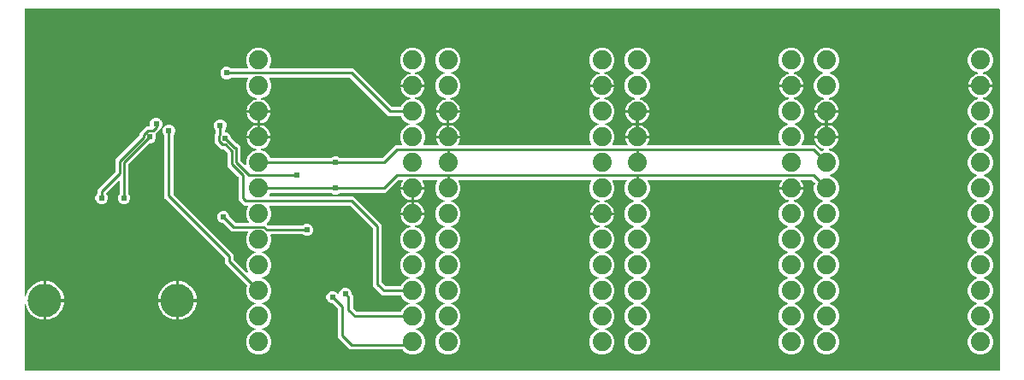
<source format=gbr>
G04 EAGLE Gerber RS-274X export*
G75*
%MOMM*%
%FSLAX34Y34*%
%LPD*%
%INBottom Copper*%
%IPPOS*%
%AMOC8*
5,1,8,0,0,1.08239X$1,22.5*%
G01*
%ADD10C,3.327400*%
%ADD11C,1.880000*%
%ADD12C,0.609600*%
%ADD13C,0.254000*%

G36*
X964385Y3052D02*
X964385Y3052D01*
X964404Y3050D01*
X964506Y3072D01*
X964608Y3088D01*
X964625Y3098D01*
X964645Y3102D01*
X964734Y3155D01*
X964825Y3204D01*
X964839Y3218D01*
X964856Y3228D01*
X964923Y3307D01*
X964995Y3382D01*
X965003Y3400D01*
X965016Y3415D01*
X965055Y3511D01*
X965098Y3605D01*
X965100Y3625D01*
X965108Y3643D01*
X965126Y3810D01*
X965126Y361190D01*
X965123Y361210D01*
X965125Y361229D01*
X965103Y361331D01*
X965087Y361433D01*
X965077Y361450D01*
X965073Y361470D01*
X965020Y361559D01*
X964971Y361650D01*
X964957Y361664D01*
X964947Y361681D01*
X964868Y361748D01*
X964793Y361820D01*
X964775Y361828D01*
X964760Y361841D01*
X964664Y361880D01*
X964570Y361923D01*
X964550Y361925D01*
X964532Y361933D01*
X964365Y361951D01*
X635Y361951D01*
X615Y361948D01*
X596Y361950D01*
X494Y361928D01*
X392Y361912D01*
X375Y361902D01*
X355Y361898D01*
X266Y361845D01*
X175Y361796D01*
X161Y361782D01*
X144Y361772D01*
X77Y361693D01*
X5Y361618D01*
X-3Y361600D01*
X-16Y361585D01*
X-55Y361489D01*
X-98Y361395D01*
X-100Y361375D01*
X-108Y361357D01*
X-126Y361190D01*
X-126Y77546D01*
X-122Y77522D01*
X-125Y77498D01*
X-103Y77401D01*
X-87Y77303D01*
X-75Y77282D01*
X-70Y77258D01*
X-18Y77173D01*
X29Y77086D01*
X46Y77069D01*
X59Y77048D01*
X135Y76985D01*
X207Y76916D01*
X229Y76906D01*
X247Y76891D01*
X340Y76854D01*
X430Y76813D01*
X454Y76810D01*
X476Y76801D01*
X576Y76796D01*
X674Y76785D01*
X698Y76791D01*
X722Y76789D01*
X818Y76817D01*
X915Y76838D01*
X935Y76850D01*
X959Y76857D01*
X1041Y76913D01*
X1126Y76964D01*
X1142Y76982D01*
X1161Y76996D01*
X1221Y77075D01*
X1286Y77151D01*
X1295Y77173D01*
X1309Y77192D01*
X1370Y77349D01*
X1867Y79203D01*
X2829Y81525D01*
X4086Y83702D01*
X5617Y85697D01*
X7394Y87474D01*
X9389Y89005D01*
X11566Y90262D01*
X13888Y91224D01*
X16316Y91875D01*
X18543Y92168D01*
X18543Y73787D01*
X18546Y73767D01*
X18544Y73748D01*
X18566Y73646D01*
X18583Y73544D01*
X18592Y73527D01*
X18596Y73507D01*
X18649Y73418D01*
X18698Y73327D01*
X18712Y73313D01*
X18722Y73296D01*
X18801Y73229D01*
X18876Y73158D01*
X18894Y73149D01*
X18909Y73136D01*
X19005Y73098D01*
X19099Y73054D01*
X19119Y73052D01*
X19137Y73044D01*
X19304Y73026D01*
X20067Y73026D01*
X20067Y73024D01*
X19304Y73024D01*
X19284Y73021D01*
X19265Y73023D01*
X19163Y73001D01*
X19061Y72984D01*
X19044Y72975D01*
X19024Y72971D01*
X18935Y72918D01*
X18844Y72869D01*
X18830Y72855D01*
X18813Y72845D01*
X18746Y72766D01*
X18675Y72691D01*
X18666Y72673D01*
X18653Y72658D01*
X18614Y72562D01*
X18571Y72468D01*
X18569Y72448D01*
X18561Y72430D01*
X18543Y72263D01*
X18543Y53882D01*
X16316Y54175D01*
X13888Y54826D01*
X11566Y55788D01*
X9389Y57045D01*
X7394Y58576D01*
X5617Y60353D01*
X4086Y62348D01*
X2829Y64525D01*
X1867Y66847D01*
X1370Y68701D01*
X1360Y68723D01*
X1356Y68747D01*
X1310Y68835D01*
X1269Y68925D01*
X1253Y68943D01*
X1241Y68964D01*
X1169Y69033D01*
X1102Y69106D01*
X1081Y69117D01*
X1063Y69134D01*
X973Y69176D01*
X886Y69223D01*
X862Y69227D01*
X840Y69237D01*
X741Y69248D01*
X643Y69266D01*
X619Y69262D01*
X596Y69265D01*
X499Y69243D01*
X400Y69228D01*
X379Y69217D01*
X355Y69212D01*
X270Y69161D01*
X181Y69116D01*
X165Y69098D01*
X144Y69086D01*
X79Y69010D01*
X10Y68939D01*
X0Y68918D01*
X-16Y68899D01*
X-53Y68807D01*
X-96Y68717D01*
X-99Y68693D01*
X-108Y68671D01*
X-126Y68504D01*
X-126Y3810D01*
X-123Y3790D01*
X-125Y3771D01*
X-103Y3669D01*
X-87Y3567D01*
X-77Y3550D01*
X-73Y3530D01*
X-20Y3441D01*
X29Y3350D01*
X43Y3336D01*
X53Y3319D01*
X132Y3252D01*
X207Y3180D01*
X225Y3172D01*
X240Y3159D01*
X336Y3120D01*
X430Y3077D01*
X450Y3075D01*
X468Y3067D01*
X635Y3049D01*
X964365Y3049D01*
X964385Y3052D01*
G37*
%LPC*%
G36*
X229299Y19301D02*
X229299Y19301D01*
X224723Y21196D01*
X221221Y24698D01*
X219326Y29274D01*
X219326Y34226D01*
X221221Y38802D01*
X224723Y42304D01*
X228208Y43747D01*
X228269Y43785D01*
X228334Y43814D01*
X228372Y43849D01*
X228417Y43876D01*
X228462Y43932D01*
X228515Y43980D01*
X228540Y44026D01*
X228573Y44066D01*
X228599Y44133D01*
X228634Y44196D01*
X228643Y44247D01*
X228662Y44295D01*
X228665Y44367D01*
X228677Y44438D01*
X228670Y44489D01*
X228672Y44541D01*
X228652Y44610D01*
X228642Y44681D01*
X228618Y44727D01*
X228603Y44777D01*
X228563Y44836D01*
X228530Y44900D01*
X228493Y44937D01*
X228463Y44979D01*
X228406Y45022D01*
X228354Y45072D01*
X228292Y45107D01*
X228266Y45126D01*
X228244Y45133D01*
X228208Y45153D01*
X224723Y46596D01*
X221221Y50098D01*
X219326Y54674D01*
X219326Y59626D01*
X221221Y64202D01*
X224723Y67704D01*
X228208Y69147D01*
X228269Y69185D01*
X228334Y69214D01*
X228372Y69249D01*
X228417Y69276D01*
X228462Y69332D01*
X228515Y69380D01*
X228540Y69426D01*
X228573Y69466D01*
X228599Y69533D01*
X228634Y69596D01*
X228643Y69647D01*
X228662Y69695D01*
X228665Y69767D01*
X228677Y69838D01*
X228670Y69889D01*
X228672Y69941D01*
X228652Y70010D01*
X228642Y70081D01*
X228618Y70127D01*
X228603Y70177D01*
X228563Y70236D01*
X228530Y70300D01*
X228493Y70337D01*
X228463Y70379D01*
X228406Y70422D01*
X228354Y70472D01*
X228292Y70507D01*
X228266Y70526D01*
X228244Y70533D01*
X228208Y70553D01*
X224723Y71996D01*
X221221Y75498D01*
X219326Y80074D01*
X219326Y85026D01*
X220264Y87289D01*
X220272Y87327D01*
X220280Y87342D01*
X220283Y87372D01*
X220290Y87403D01*
X220319Y87516D01*
X220318Y87523D01*
X220320Y87529D01*
X220309Y87645D01*
X220300Y87762D01*
X220297Y87767D01*
X220297Y87774D01*
X220249Y87881D01*
X220203Y87988D01*
X220199Y87994D01*
X220197Y87998D01*
X220184Y88012D01*
X220099Y88119D01*
X201126Y107091D01*
X198373Y109844D01*
X198373Y114616D01*
X198359Y114706D01*
X198351Y114797D01*
X198339Y114826D01*
X198334Y114858D01*
X198291Y114939D01*
X198255Y115023D01*
X198229Y115055D01*
X198218Y115076D01*
X198195Y115098D01*
X198150Y115154D01*
X138556Y174748D01*
X138556Y236681D01*
X138542Y236771D01*
X138534Y236862D01*
X138522Y236892D01*
X138517Y236924D01*
X138474Y237005D01*
X138438Y237089D01*
X138412Y237121D01*
X138401Y237141D01*
X138378Y237164D01*
X138333Y237220D01*
X137706Y237846D01*
X136778Y240087D01*
X136778Y242513D01*
X137706Y244754D01*
X139421Y246469D01*
X141662Y247397D01*
X144088Y247397D01*
X146329Y246469D01*
X148044Y244754D01*
X148972Y242513D01*
X148972Y240087D01*
X148044Y237846D01*
X147417Y237220D01*
X147364Y237146D01*
X147304Y237076D01*
X147292Y237046D01*
X147273Y237020D01*
X147246Y236933D01*
X147212Y236848D01*
X147208Y236807D01*
X147201Y236785D01*
X147202Y236753D01*
X147194Y236681D01*
X147194Y178641D01*
X147208Y178551D01*
X147216Y178460D01*
X147228Y178430D01*
X147233Y178398D01*
X147276Y178318D01*
X147312Y178234D01*
X147338Y178202D01*
X147349Y178181D01*
X147372Y178159D01*
X147417Y178103D01*
X207011Y118509D01*
X207011Y113737D01*
X207025Y113647D01*
X207033Y113556D01*
X207045Y113526D01*
X207050Y113494D01*
X207093Y113414D01*
X207129Y113330D01*
X207155Y113298D01*
X207166Y113277D01*
X207189Y113255D01*
X207234Y113199D01*
X219708Y100724D01*
X219787Y100667D01*
X219863Y100605D01*
X219887Y100596D01*
X219908Y100581D01*
X220001Y100552D01*
X220092Y100517D01*
X220118Y100516D01*
X220143Y100508D01*
X220241Y100511D01*
X220338Y100507D01*
X220363Y100514D01*
X220389Y100515D01*
X220481Y100548D01*
X220574Y100575D01*
X220596Y100590D01*
X220620Y100599D01*
X220696Y100660D01*
X220776Y100715D01*
X220792Y100736D01*
X220812Y100753D01*
X220865Y100835D01*
X220923Y100913D01*
X220931Y100938D01*
X220945Y100960D01*
X220969Y101054D01*
X220999Y101147D01*
X220999Y101173D01*
X221005Y101198D01*
X220998Y101295D01*
X220997Y101393D01*
X220988Y101424D01*
X220986Y101443D01*
X220973Y101474D01*
X220950Y101554D01*
X219326Y105474D01*
X219326Y110426D01*
X221221Y115002D01*
X224723Y118504D01*
X228208Y119947D01*
X228269Y119985D01*
X228334Y120014D01*
X228372Y120049D01*
X228417Y120076D01*
X228462Y120132D01*
X228515Y120180D01*
X228540Y120226D01*
X228573Y120266D01*
X228599Y120333D01*
X228634Y120396D01*
X228643Y120447D01*
X228662Y120495D01*
X228665Y120567D01*
X228677Y120638D01*
X228670Y120689D01*
X228672Y120741D01*
X228652Y120810D01*
X228642Y120881D01*
X228618Y120927D01*
X228603Y120977D01*
X228563Y121036D01*
X228530Y121100D01*
X228493Y121137D01*
X228463Y121179D01*
X228406Y121222D01*
X228354Y121272D01*
X228292Y121307D01*
X228266Y121326D01*
X228244Y121333D01*
X228208Y121353D01*
X224723Y122796D01*
X221221Y126298D01*
X219326Y130874D01*
X219326Y135826D01*
X221127Y140173D01*
X221137Y140217D01*
X221156Y140259D01*
X221165Y140336D01*
X221183Y140412D01*
X221179Y140458D01*
X221184Y140503D01*
X221167Y140580D01*
X221160Y140657D01*
X221141Y140699D01*
X221131Y140744D01*
X221091Y140811D01*
X221060Y140882D01*
X221029Y140916D01*
X221005Y140955D01*
X220946Y141006D01*
X220893Y141063D01*
X220853Y141085D01*
X220818Y141115D01*
X220746Y141144D01*
X220678Y141181D01*
X220633Y141190D01*
X220590Y141207D01*
X220454Y141222D01*
X220436Y141225D01*
X220431Y141224D01*
X220423Y141225D01*
X205092Y141225D01*
X197062Y149255D01*
X196988Y149308D01*
X196919Y149368D01*
X196889Y149380D01*
X196862Y149399D01*
X196775Y149426D01*
X196691Y149460D01*
X196650Y149464D01*
X196627Y149471D01*
X196595Y149470D01*
X196524Y149478D01*
X195637Y149478D01*
X193396Y150406D01*
X191681Y152121D01*
X190753Y154362D01*
X190753Y156788D01*
X191681Y159029D01*
X193396Y160744D01*
X195637Y161672D01*
X198063Y161672D01*
X200304Y160744D01*
X202019Y159029D01*
X202947Y156788D01*
X202947Y155901D01*
X202961Y155811D01*
X202969Y155720D01*
X202981Y155690D01*
X202986Y155658D01*
X203029Y155578D01*
X203065Y155494D01*
X203091Y155462D01*
X203102Y155441D01*
X203125Y155419D01*
X203170Y155363D01*
X208447Y150086D01*
X208521Y150033D01*
X208590Y149973D01*
X208620Y149961D01*
X208647Y149942D01*
X208734Y149915D01*
X208818Y149881D01*
X208859Y149877D01*
X208882Y149870D01*
X208914Y149871D01*
X208985Y149863D01*
X221219Y149863D01*
X221290Y149874D01*
X221362Y149876D01*
X221411Y149894D01*
X221462Y149902D01*
X221525Y149936D01*
X221593Y149961D01*
X221633Y149993D01*
X221679Y150018D01*
X221729Y150069D01*
X221785Y150114D01*
X221813Y150158D01*
X221849Y150196D01*
X221879Y150261D01*
X221918Y150321D01*
X221930Y150372D01*
X221952Y150419D01*
X221960Y150490D01*
X221978Y150560D01*
X221974Y150612D01*
X221980Y150663D01*
X221964Y150734D01*
X221959Y150805D01*
X221938Y150853D01*
X221927Y150904D01*
X221890Y150965D01*
X221862Y151031D01*
X221818Y151087D01*
X221801Y151115D01*
X221783Y151130D01*
X221758Y151162D01*
X221221Y151698D01*
X219326Y156274D01*
X219326Y161226D01*
X221221Y165802D01*
X221252Y165832D01*
X221293Y165890D01*
X221343Y165942D01*
X221365Y165989D01*
X221395Y166031D01*
X221416Y166100D01*
X221446Y166165D01*
X221452Y166217D01*
X221467Y166266D01*
X221466Y166338D01*
X221474Y166409D01*
X221462Y166460D01*
X221461Y166512D01*
X221437Y166580D01*
X221421Y166650D01*
X221395Y166695D01*
X221377Y166743D01*
X221332Y166799D01*
X221295Y166861D01*
X221256Y166895D01*
X221223Y166935D01*
X221163Y166974D01*
X221108Y167021D01*
X221060Y167040D01*
X221016Y167068D01*
X220947Y167086D01*
X220880Y167113D01*
X220809Y167121D01*
X220778Y167129D01*
X220754Y167127D01*
X220713Y167131D01*
X217286Y167131D01*
X211581Y172836D01*
X211581Y195348D01*
X211567Y195439D01*
X211559Y195529D01*
X211547Y195559D01*
X211542Y195591D01*
X211499Y195672D01*
X211463Y195756D01*
X211437Y195788D01*
X211426Y195809D01*
X211403Y195831D01*
X211358Y195887D01*
X201167Y206078D01*
X201167Y218684D01*
X201153Y218774D01*
X201145Y218865D01*
X201133Y218894D01*
X201128Y218926D01*
X201085Y219007D01*
X201049Y219091D01*
X201023Y219123D01*
X201012Y219144D01*
X200989Y219166D01*
X200944Y219222D01*
X197303Y222863D01*
X197229Y222917D01*
X197159Y222976D01*
X197129Y222988D01*
X197103Y223007D01*
X197016Y223034D01*
X196931Y223068D01*
X196890Y223072D01*
X196868Y223079D01*
X196836Y223078D01*
X196765Y223086D01*
X194246Y223086D01*
X188161Y229171D01*
X188161Y237775D01*
X189133Y238747D01*
X189186Y238821D01*
X189246Y238891D01*
X189258Y238921D01*
X189277Y238947D01*
X189304Y239034D01*
X189338Y239119D01*
X189342Y239160D01*
X189349Y239182D01*
X189348Y239214D01*
X189356Y239286D01*
X189356Y241989D01*
X189342Y242079D01*
X189334Y242170D01*
X189322Y242200D01*
X189317Y242232D01*
X189274Y242313D01*
X189238Y242397D01*
X189212Y242429D01*
X189201Y242449D01*
X189178Y242472D01*
X189133Y242528D01*
X188506Y243154D01*
X187578Y245395D01*
X187578Y247821D01*
X188506Y250062D01*
X190221Y251777D01*
X192462Y252705D01*
X194888Y252705D01*
X197129Y251777D01*
X198844Y250062D01*
X199772Y247821D01*
X199772Y245395D01*
X198844Y243154D01*
X198217Y242528D01*
X198164Y242454D01*
X198104Y242384D01*
X198092Y242354D01*
X198073Y242328D01*
X198046Y242241D01*
X198012Y242156D01*
X198008Y242115D01*
X198001Y242093D01*
X198002Y242061D01*
X197994Y241989D01*
X197994Y240331D01*
X197997Y240311D01*
X197995Y240292D01*
X198017Y240190D01*
X198033Y240088D01*
X198043Y240071D01*
X198047Y240051D01*
X198100Y239962D01*
X198149Y239871D01*
X198163Y239857D01*
X198173Y239840D01*
X198252Y239773D01*
X198327Y239702D01*
X198345Y239693D01*
X198360Y239680D01*
X198456Y239641D01*
X198550Y239598D01*
X198570Y239596D01*
X198588Y239588D01*
X198755Y239570D01*
X199761Y239570D01*
X202002Y238642D01*
X203717Y236927D01*
X204645Y234686D01*
X204645Y233799D01*
X204660Y233709D01*
X204667Y233618D01*
X204679Y233588D01*
X204685Y233557D01*
X204727Y233476D01*
X204763Y233392D01*
X204789Y233360D01*
X204800Y233339D01*
X204823Y233317D01*
X204868Y233261D01*
X209425Y228704D01*
X209499Y228650D01*
X209569Y228591D01*
X209599Y228579D01*
X209625Y228560D01*
X209712Y228533D01*
X209797Y228499D01*
X209838Y228495D01*
X209860Y228488D01*
X209892Y228489D01*
X209963Y228481D01*
X211339Y228481D01*
X213869Y225951D01*
X213869Y211654D01*
X213883Y211564D01*
X213891Y211473D01*
X213903Y211443D01*
X213908Y211411D01*
X213951Y211331D01*
X213987Y211247D01*
X214013Y211215D01*
X214024Y211194D01*
X214047Y211172D01*
X214068Y211145D01*
X214071Y211140D01*
X214074Y211138D01*
X214092Y211116D01*
X218027Y207181D01*
X218085Y207139D01*
X218137Y207090D01*
X218184Y207068D01*
X218226Y207037D01*
X218295Y207016D01*
X218360Y206986D01*
X218412Y206980D01*
X218462Y206965D01*
X218533Y206967D01*
X218604Y206959D01*
X218655Y206970D01*
X218707Y206971D01*
X218775Y206996D01*
X218845Y207011D01*
X218890Y207038D01*
X218938Y207056D01*
X218994Y207101D01*
X219056Y207137D01*
X219090Y207177D01*
X219130Y207209D01*
X219169Y207270D01*
X219216Y207324D01*
X219235Y207373D01*
X219263Y207416D01*
X219281Y207486D01*
X219308Y207552D01*
X219316Y207624D01*
X219324Y207655D01*
X219322Y207678D01*
X219326Y207719D01*
X219326Y212026D01*
X221221Y216602D01*
X224723Y220104D01*
X229017Y221882D01*
X229103Y221935D01*
X229192Y221984D01*
X229207Y222000D01*
X229226Y222012D01*
X229290Y222089D01*
X229359Y222164D01*
X229369Y222184D01*
X229383Y222201D01*
X229419Y222295D01*
X229461Y222388D01*
X229463Y222410D01*
X229471Y222431D01*
X229475Y222532D01*
X229485Y222633D01*
X229480Y222654D01*
X229481Y222676D01*
X229453Y222773D01*
X229430Y222872D01*
X229419Y222891D01*
X229413Y222913D01*
X229355Y222996D01*
X229302Y223082D01*
X229285Y223096D01*
X229272Y223115D01*
X229191Y223175D01*
X229114Y223240D01*
X229089Y223251D01*
X229075Y223261D01*
X229044Y223272D01*
X228961Y223309D01*
X227191Y223884D01*
X225517Y224737D01*
X223996Y225842D01*
X222667Y227171D01*
X221562Y228692D01*
X220709Y230366D01*
X220128Y232154D01*
X219927Y233427D01*
X231013Y233427D01*
X231033Y233430D01*
X231052Y233428D01*
X231154Y233450D01*
X231256Y233467D01*
X231273Y233476D01*
X231293Y233480D01*
X231382Y233533D01*
X231473Y233582D01*
X231487Y233596D01*
X231504Y233606D01*
X231571Y233685D01*
X231642Y233760D01*
X231651Y233778D01*
X231664Y233793D01*
X231702Y233889D01*
X231746Y233983D01*
X231748Y234003D01*
X231756Y234021D01*
X231774Y234188D01*
X231774Y234951D01*
X231776Y234951D01*
X231776Y234188D01*
X231779Y234168D01*
X231777Y234149D01*
X231799Y234047D01*
X231816Y233945D01*
X231825Y233928D01*
X231829Y233908D01*
X231882Y233819D01*
X231931Y233728D01*
X231945Y233714D01*
X231955Y233697D01*
X232034Y233630D01*
X232109Y233559D01*
X232127Y233550D01*
X232142Y233537D01*
X232238Y233498D01*
X232332Y233455D01*
X232352Y233453D01*
X232370Y233445D01*
X232537Y233427D01*
X243623Y233427D01*
X243422Y232154D01*
X242841Y230366D01*
X241988Y228692D01*
X240883Y227171D01*
X239554Y225842D01*
X238033Y224737D01*
X236359Y223884D01*
X234589Y223309D01*
X234499Y223263D01*
X234407Y223222D01*
X234390Y223207D01*
X234371Y223196D01*
X234300Y223124D01*
X234226Y223055D01*
X234215Y223036D01*
X234200Y223020D01*
X234156Y222928D01*
X234107Y222840D01*
X234103Y222818D01*
X234094Y222798D01*
X234081Y222697D01*
X234063Y222598D01*
X234067Y222576D01*
X234064Y222554D01*
X234084Y222455D01*
X234099Y222354D01*
X234109Y222334D01*
X234114Y222313D01*
X234165Y222226D01*
X234211Y222135D01*
X234227Y222119D01*
X234238Y222100D01*
X234314Y222034D01*
X234386Y221963D01*
X234410Y221949D01*
X234423Y221939D01*
X234453Y221926D01*
X234533Y221882D01*
X238827Y220104D01*
X242329Y216602D01*
X243266Y214339D01*
X243328Y214239D01*
X243387Y214139D01*
X243392Y214135D01*
X243395Y214130D01*
X243486Y214055D01*
X243574Y213979D01*
X243580Y213977D01*
X243585Y213973D01*
X243693Y213931D01*
X243802Y213887D01*
X243810Y213886D01*
X243815Y213885D01*
X243833Y213884D01*
X243969Y213869D01*
X303356Y213869D01*
X303446Y213883D01*
X303537Y213891D01*
X303567Y213903D01*
X303599Y213908D01*
X303680Y213951D01*
X303764Y213987D01*
X303796Y214013D01*
X303816Y214024D01*
X303839Y214047D01*
X303895Y214092D01*
X304521Y214719D01*
X306762Y215647D01*
X309188Y215647D01*
X311429Y214719D01*
X312055Y214092D01*
X312129Y214039D01*
X312199Y213979D01*
X312229Y213967D01*
X312255Y213948D01*
X312342Y213921D01*
X312427Y213887D01*
X312468Y213883D01*
X312490Y213876D01*
X312522Y213877D01*
X312594Y213869D01*
X353496Y213869D01*
X353586Y213883D01*
X353677Y213891D01*
X353707Y213903D01*
X353739Y213908D01*
X353819Y213951D01*
X353903Y213987D01*
X353935Y214013D01*
X353956Y214024D01*
X353978Y214047D01*
X354034Y214092D01*
X366511Y226569D01*
X373113Y226569D01*
X373184Y226580D01*
X373256Y226582D01*
X373305Y226600D01*
X373356Y226608D01*
X373419Y226642D01*
X373487Y226667D01*
X373527Y226699D01*
X373573Y226724D01*
X373623Y226776D01*
X373679Y226820D01*
X373707Y226864D01*
X373743Y226902D01*
X373773Y226967D01*
X373812Y227027D01*
X373824Y227078D01*
X373846Y227125D01*
X373854Y227196D01*
X373872Y227266D01*
X373868Y227318D01*
X373874Y227369D01*
X373858Y227440D01*
X373853Y227511D01*
X373832Y227559D01*
X373821Y227610D01*
X373784Y227671D01*
X373756Y227737D01*
X373712Y227793D01*
X373695Y227821D01*
X373677Y227836D01*
X373652Y227868D01*
X373621Y227898D01*
X371726Y232474D01*
X371726Y237426D01*
X373621Y242002D01*
X377123Y245504D01*
X380607Y246947D01*
X380668Y246985D01*
X380734Y247014D01*
X380772Y247049D01*
X380817Y247076D01*
X380862Y247132D01*
X380915Y247180D01*
X380940Y247226D01*
X380973Y247266D01*
X380999Y247333D01*
X381034Y247396D01*
X381043Y247447D01*
X381062Y247495D01*
X381065Y247567D01*
X381077Y247638D01*
X381070Y247689D01*
X381072Y247741D01*
X381052Y247810D01*
X381042Y247881D01*
X381018Y247927D01*
X381003Y247977D01*
X380963Y248036D01*
X380930Y248100D01*
X380893Y248137D01*
X380863Y248179D01*
X380806Y248222D01*
X380754Y248272D01*
X380692Y248307D01*
X380666Y248326D01*
X380644Y248333D01*
X380607Y248353D01*
X377123Y249796D01*
X373621Y253298D01*
X372684Y255561D01*
X372622Y255661D01*
X372563Y255761D01*
X372558Y255765D01*
X372555Y255770D01*
X372464Y255845D01*
X372376Y255921D01*
X372370Y255923D01*
X372365Y255927D01*
X372257Y255969D01*
X372148Y256013D01*
X372140Y256014D01*
X372135Y256015D01*
X372117Y256016D01*
X371981Y256031D01*
X360161Y256031D01*
X322284Y293908D01*
X322210Y293961D01*
X322141Y294021D01*
X322111Y294033D01*
X322084Y294052D01*
X321997Y294079D01*
X321913Y294113D01*
X321872Y294117D01*
X321849Y294124D01*
X321817Y294123D01*
X321746Y294131D01*
X242837Y294131D01*
X242766Y294120D01*
X242694Y294118D01*
X242645Y294100D01*
X242594Y294092D01*
X242531Y294058D01*
X242463Y294033D01*
X242423Y294001D01*
X242377Y293976D01*
X242327Y293924D01*
X242271Y293880D01*
X242243Y293836D01*
X242207Y293798D01*
X242177Y293733D01*
X242138Y293673D01*
X242126Y293622D01*
X242104Y293575D01*
X242096Y293504D01*
X242078Y293434D01*
X242082Y293382D01*
X242076Y293331D01*
X242092Y293260D01*
X242097Y293189D01*
X242118Y293141D01*
X242129Y293090D01*
X242166Y293029D01*
X242194Y292963D01*
X242238Y292907D01*
X242255Y292879D01*
X242273Y292864D01*
X242298Y292832D01*
X242329Y292802D01*
X244224Y288226D01*
X244224Y283274D01*
X242329Y278698D01*
X238827Y275196D01*
X234533Y273418D01*
X234447Y273365D01*
X234358Y273316D01*
X234343Y273300D01*
X234324Y273288D01*
X234260Y273211D01*
X234191Y273136D01*
X234181Y273116D01*
X234167Y273099D01*
X234131Y273005D01*
X234089Y272912D01*
X234087Y272890D01*
X234079Y272869D01*
X234075Y272768D01*
X234065Y272667D01*
X234070Y272646D01*
X234069Y272624D01*
X234097Y272527D01*
X234120Y272428D01*
X234131Y272409D01*
X234137Y272387D01*
X234195Y272304D01*
X234248Y272218D01*
X234265Y272204D01*
X234278Y272185D01*
X234359Y272125D01*
X234436Y272060D01*
X234461Y272049D01*
X234475Y272039D01*
X234506Y272028D01*
X234589Y271991D01*
X236359Y271416D01*
X238033Y270563D01*
X239554Y269458D01*
X240883Y268129D01*
X241988Y266608D01*
X242841Y264934D01*
X243422Y263146D01*
X243623Y261873D01*
X232537Y261873D01*
X232517Y261870D01*
X232498Y261872D01*
X232396Y261850D01*
X232294Y261833D01*
X232277Y261824D01*
X232257Y261820D01*
X232168Y261767D01*
X232077Y261718D01*
X232063Y261704D01*
X232046Y261694D01*
X231979Y261615D01*
X231908Y261540D01*
X231899Y261522D01*
X231886Y261507D01*
X231848Y261411D01*
X231804Y261317D01*
X231802Y261297D01*
X231794Y261279D01*
X231776Y261112D01*
X231776Y260349D01*
X231774Y260349D01*
X231774Y261112D01*
X231771Y261132D01*
X231773Y261151D01*
X231751Y261253D01*
X231734Y261355D01*
X231725Y261372D01*
X231721Y261392D01*
X231668Y261481D01*
X231619Y261572D01*
X231605Y261586D01*
X231595Y261603D01*
X231516Y261670D01*
X231441Y261741D01*
X231423Y261750D01*
X231408Y261763D01*
X231312Y261802D01*
X231218Y261845D01*
X231198Y261847D01*
X231180Y261855D01*
X231013Y261873D01*
X219927Y261873D01*
X220128Y263146D01*
X220709Y264934D01*
X221562Y266608D01*
X222667Y268129D01*
X223996Y269458D01*
X225517Y270563D01*
X227191Y271416D01*
X228961Y271991D01*
X229051Y272037D01*
X229143Y272078D01*
X229160Y272093D01*
X229179Y272104D01*
X229250Y272176D01*
X229324Y272245D01*
X229335Y272264D01*
X229350Y272280D01*
X229394Y272372D01*
X229443Y272460D01*
X229447Y272482D01*
X229456Y272502D01*
X229469Y272603D01*
X229487Y272702D01*
X229483Y272724D01*
X229486Y272746D01*
X229466Y272845D01*
X229451Y272946D01*
X229441Y272966D01*
X229436Y272987D01*
X229385Y273074D01*
X229339Y273165D01*
X229323Y273181D01*
X229312Y273200D01*
X229236Y273266D01*
X229164Y273337D01*
X229140Y273351D01*
X229127Y273361D01*
X229097Y273374D01*
X229017Y273418D01*
X224723Y275196D01*
X221221Y278698D01*
X219326Y283274D01*
X219326Y288226D01*
X221221Y292802D01*
X221252Y292832D01*
X221293Y292890D01*
X221343Y292942D01*
X221365Y292989D01*
X221395Y293031D01*
X221416Y293100D01*
X221446Y293165D01*
X221452Y293217D01*
X221467Y293266D01*
X221466Y293338D01*
X221474Y293409D01*
X221462Y293460D01*
X221461Y293512D01*
X221437Y293580D01*
X221421Y293650D01*
X221395Y293695D01*
X221377Y293743D01*
X221332Y293799D01*
X221295Y293861D01*
X221256Y293895D01*
X221223Y293935D01*
X221163Y293974D01*
X221108Y294021D01*
X221060Y294040D01*
X221016Y294068D01*
X220947Y294086D01*
X220880Y294113D01*
X220809Y294121D01*
X220778Y294129D01*
X220754Y294127D01*
X220713Y294131D01*
X204644Y294131D01*
X204554Y294117D01*
X204463Y294109D01*
X204433Y294097D01*
X204401Y294092D01*
X204320Y294049D01*
X204236Y294013D01*
X204204Y293987D01*
X204184Y293976D01*
X204161Y293953D01*
X204105Y293908D01*
X203479Y293281D01*
X201238Y292353D01*
X198812Y292353D01*
X196571Y293281D01*
X194856Y294996D01*
X193928Y297237D01*
X193928Y299663D01*
X194856Y301904D01*
X196571Y303619D01*
X198812Y304547D01*
X201238Y304547D01*
X203479Y303619D01*
X204105Y302992D01*
X204179Y302939D01*
X204249Y302879D01*
X204279Y302867D01*
X204305Y302848D01*
X204392Y302821D01*
X204477Y302787D01*
X204518Y302783D01*
X204540Y302776D01*
X204572Y302777D01*
X204644Y302769D01*
X220713Y302769D01*
X220784Y302780D01*
X220856Y302782D01*
X220905Y302800D01*
X220956Y302808D01*
X221019Y302842D01*
X221087Y302867D01*
X221127Y302899D01*
X221173Y302924D01*
X221223Y302976D01*
X221279Y303020D01*
X221307Y303064D01*
X221343Y303102D01*
X221373Y303167D01*
X221412Y303227D01*
X221424Y303278D01*
X221446Y303325D01*
X221454Y303396D01*
X221472Y303466D01*
X221468Y303518D01*
X221474Y303569D01*
X221458Y303640D01*
X221453Y303711D01*
X221432Y303759D01*
X221421Y303810D01*
X221384Y303871D01*
X221356Y303937D01*
X221312Y303993D01*
X221295Y304021D01*
X221277Y304036D01*
X221252Y304068D01*
X221221Y304098D01*
X219326Y308674D01*
X219326Y313626D01*
X221221Y318202D01*
X224723Y321704D01*
X229299Y323599D01*
X234251Y323599D01*
X238827Y321704D01*
X242329Y318202D01*
X244224Y313626D01*
X244224Y308674D01*
X242329Y304098D01*
X242298Y304068D01*
X242257Y304010D01*
X242207Y303958D01*
X242185Y303911D01*
X242155Y303869D01*
X242134Y303800D01*
X242104Y303735D01*
X242098Y303683D01*
X242083Y303634D01*
X242084Y303562D01*
X242076Y303491D01*
X242088Y303440D01*
X242089Y303388D01*
X242113Y303320D01*
X242129Y303250D01*
X242155Y303205D01*
X242173Y303157D01*
X242218Y303101D01*
X242255Y303039D01*
X242294Y303005D01*
X242327Y302965D01*
X242387Y302926D01*
X242442Y302879D01*
X242490Y302860D01*
X242534Y302832D01*
X242603Y302814D01*
X242670Y302787D01*
X242741Y302779D01*
X242772Y302771D01*
X242796Y302773D01*
X242837Y302769D01*
X325639Y302769D01*
X363516Y264892D01*
X363590Y264839D01*
X363659Y264779D01*
X363689Y264767D01*
X363716Y264748D01*
X363803Y264721D01*
X363887Y264687D01*
X363928Y264683D01*
X363951Y264676D01*
X363983Y264677D01*
X364054Y264669D01*
X371981Y264669D01*
X372096Y264688D01*
X372212Y264705D01*
X372217Y264707D01*
X372224Y264708D01*
X372326Y264763D01*
X372431Y264816D01*
X372435Y264821D01*
X372441Y264824D01*
X372521Y264908D01*
X372603Y264992D01*
X372607Y264998D01*
X372610Y265002D01*
X372618Y265019D01*
X372684Y265139D01*
X373621Y267402D01*
X377123Y270904D01*
X381417Y272682D01*
X381503Y272735D01*
X381592Y272784D01*
X381607Y272800D01*
X381626Y272812D01*
X381690Y272889D01*
X381759Y272964D01*
X381769Y272984D01*
X381783Y273001D01*
X381819Y273095D01*
X381861Y273188D01*
X381863Y273210D01*
X381871Y273231D01*
X381875Y273332D01*
X381885Y273433D01*
X381880Y273454D01*
X381881Y273476D01*
X381853Y273573D01*
X381830Y273672D01*
X381819Y273691D01*
X381813Y273713D01*
X381755Y273796D01*
X381702Y273882D01*
X381685Y273896D01*
X381672Y273915D01*
X381591Y273975D01*
X381514Y274040D01*
X381489Y274051D01*
X381475Y274061D01*
X381444Y274072D01*
X381361Y274109D01*
X379591Y274684D01*
X377917Y275537D01*
X376396Y276642D01*
X375067Y277971D01*
X373962Y279492D01*
X373109Y281166D01*
X372528Y282954D01*
X372327Y284227D01*
X383413Y284227D01*
X383433Y284230D01*
X383452Y284228D01*
X383554Y284250D01*
X383656Y284267D01*
X383673Y284276D01*
X383693Y284280D01*
X383782Y284333D01*
X383873Y284382D01*
X383887Y284396D01*
X383904Y284406D01*
X383971Y284485D01*
X384042Y284560D01*
X384051Y284578D01*
X384064Y284593D01*
X384102Y284689D01*
X384146Y284783D01*
X384148Y284803D01*
X384156Y284821D01*
X384174Y284988D01*
X384174Y286512D01*
X384171Y286532D01*
X384173Y286551D01*
X384151Y286653D01*
X384134Y286755D01*
X384125Y286772D01*
X384121Y286792D01*
X384068Y286881D01*
X384019Y286972D01*
X384005Y286986D01*
X383995Y287003D01*
X383916Y287070D01*
X383841Y287141D01*
X383823Y287150D01*
X383808Y287163D01*
X383712Y287202D01*
X383618Y287245D01*
X383598Y287247D01*
X383580Y287255D01*
X383413Y287273D01*
X372327Y287273D01*
X372528Y288546D01*
X373109Y290334D01*
X373962Y292008D01*
X375067Y293529D01*
X376396Y294858D01*
X377917Y295963D01*
X379591Y296816D01*
X381361Y297391D01*
X381451Y297437D01*
X381543Y297478D01*
X381560Y297493D01*
X381579Y297504D01*
X381650Y297576D01*
X381724Y297645D01*
X381735Y297664D01*
X381750Y297680D01*
X381794Y297772D01*
X381843Y297860D01*
X381847Y297882D01*
X381856Y297902D01*
X381869Y298003D01*
X381887Y298102D01*
X381883Y298124D01*
X381886Y298146D01*
X381866Y298245D01*
X381851Y298346D01*
X381841Y298366D01*
X381836Y298387D01*
X381785Y298474D01*
X381739Y298565D01*
X381723Y298581D01*
X381712Y298600D01*
X381636Y298666D01*
X381564Y298737D01*
X381540Y298751D01*
X381527Y298761D01*
X381497Y298774D01*
X381417Y298818D01*
X377123Y300596D01*
X373621Y304098D01*
X371726Y308674D01*
X371726Y313626D01*
X373621Y318202D01*
X377123Y321704D01*
X381699Y323599D01*
X386651Y323599D01*
X391227Y321704D01*
X394729Y318202D01*
X396624Y313626D01*
X396624Y308674D01*
X394729Y304098D01*
X391227Y300596D01*
X386933Y298818D01*
X386847Y298765D01*
X386758Y298716D01*
X386743Y298700D01*
X386724Y298688D01*
X386660Y298611D01*
X386591Y298536D01*
X386581Y298516D01*
X386567Y298499D01*
X386531Y298405D01*
X386489Y298312D01*
X386487Y298290D01*
X386479Y298269D01*
X386475Y298168D01*
X386465Y298067D01*
X386470Y298046D01*
X386469Y298024D01*
X386497Y297927D01*
X386520Y297828D01*
X386531Y297809D01*
X386537Y297787D01*
X386595Y297704D01*
X386648Y297618D01*
X386665Y297604D01*
X386678Y297585D01*
X386759Y297525D01*
X386836Y297460D01*
X386861Y297449D01*
X386875Y297439D01*
X386906Y297428D01*
X386989Y297391D01*
X388759Y296816D01*
X390433Y295963D01*
X391954Y294858D01*
X393283Y293529D01*
X394388Y292008D01*
X395241Y290334D01*
X395822Y288546D01*
X396023Y287273D01*
X384937Y287273D01*
X384917Y287270D01*
X384898Y287272D01*
X384796Y287250D01*
X384694Y287233D01*
X384677Y287224D01*
X384657Y287220D01*
X384568Y287167D01*
X384477Y287118D01*
X384463Y287104D01*
X384446Y287094D01*
X384379Y287015D01*
X384308Y286940D01*
X384299Y286922D01*
X384286Y286907D01*
X384248Y286811D01*
X384204Y286717D01*
X384202Y286697D01*
X384194Y286679D01*
X384176Y286512D01*
X384176Y284988D01*
X384179Y284968D01*
X384177Y284949D01*
X384199Y284847D01*
X384216Y284745D01*
X384225Y284728D01*
X384229Y284708D01*
X384282Y284619D01*
X384331Y284528D01*
X384345Y284514D01*
X384355Y284497D01*
X384434Y284430D01*
X384509Y284359D01*
X384527Y284350D01*
X384542Y284337D01*
X384638Y284298D01*
X384732Y284255D01*
X384752Y284253D01*
X384770Y284245D01*
X384937Y284227D01*
X396023Y284227D01*
X395822Y282954D01*
X395241Y281166D01*
X394388Y279492D01*
X393283Y277971D01*
X391954Y276642D01*
X390433Y275537D01*
X388759Y274684D01*
X386989Y274109D01*
X386899Y274063D01*
X386807Y274022D01*
X386790Y274007D01*
X386771Y273996D01*
X386700Y273924D01*
X386626Y273855D01*
X386615Y273836D01*
X386600Y273820D01*
X386556Y273728D01*
X386507Y273640D01*
X386503Y273618D01*
X386494Y273598D01*
X386481Y273497D01*
X386463Y273398D01*
X386467Y273376D01*
X386464Y273354D01*
X386484Y273255D01*
X386499Y273154D01*
X386509Y273134D01*
X386514Y273113D01*
X386565Y273026D01*
X386611Y272935D01*
X386627Y272919D01*
X386638Y272900D01*
X386714Y272834D01*
X386786Y272763D01*
X386810Y272749D01*
X386823Y272739D01*
X386853Y272726D01*
X386933Y272682D01*
X391227Y270904D01*
X394729Y267402D01*
X396624Y262826D01*
X396624Y257874D01*
X394729Y253298D01*
X391227Y249796D01*
X387743Y248353D01*
X387682Y248316D01*
X387616Y248286D01*
X387578Y248251D01*
X387533Y248224D01*
X387488Y248169D01*
X387435Y248120D01*
X387410Y248074D01*
X387377Y248034D01*
X387351Y247967D01*
X387316Y247904D01*
X387307Y247853D01*
X387288Y247805D01*
X387285Y247733D01*
X387273Y247662D01*
X387280Y247611D01*
X387278Y247559D01*
X387298Y247490D01*
X387308Y247419D01*
X387332Y247373D01*
X387347Y247323D01*
X387387Y247264D01*
X387420Y247200D01*
X387457Y247163D01*
X387487Y247121D01*
X387544Y247078D01*
X387596Y247028D01*
X387658Y246993D01*
X387684Y246974D01*
X387706Y246967D01*
X387743Y246947D01*
X391227Y245504D01*
X394729Y242002D01*
X396624Y237426D01*
X396624Y232474D01*
X394729Y227898D01*
X394698Y227868D01*
X394657Y227810D01*
X394607Y227758D01*
X394585Y227711D01*
X394555Y227669D01*
X394534Y227600D01*
X394504Y227535D01*
X394498Y227483D01*
X394483Y227434D01*
X394484Y227362D01*
X394476Y227291D01*
X394488Y227240D01*
X394489Y227188D01*
X394513Y227120D01*
X394529Y227050D01*
X394555Y227005D01*
X394573Y226957D01*
X394618Y226901D01*
X394655Y226839D01*
X394694Y226805D01*
X394727Y226765D01*
X394787Y226726D01*
X394842Y226679D01*
X394890Y226660D01*
X394934Y226632D01*
X395003Y226614D01*
X395070Y226587D01*
X395141Y226579D01*
X395172Y226571D01*
X395196Y226573D01*
X395237Y226569D01*
X408936Y226569D01*
X408948Y226571D01*
X408959Y226569D01*
X409068Y226590D01*
X409179Y226608D01*
X409189Y226614D01*
X409201Y226616D01*
X409298Y226672D01*
X409396Y226724D01*
X409404Y226732D01*
X409415Y226738D01*
X409489Y226821D01*
X409565Y226902D01*
X409570Y226913D01*
X409578Y226922D01*
X409622Y227024D01*
X409669Y227125D01*
X409670Y227137D01*
X409675Y227148D01*
X409684Y227259D01*
X409696Y227369D01*
X409693Y227381D01*
X409694Y227393D01*
X409667Y227501D01*
X409644Y227610D01*
X409638Y227620D01*
X409635Y227632D01*
X409552Y227777D01*
X408887Y228692D01*
X408034Y230366D01*
X407453Y232154D01*
X407252Y233427D01*
X418338Y233427D01*
X418358Y233430D01*
X418377Y233428D01*
X418479Y233450D01*
X418581Y233467D01*
X418598Y233476D01*
X418618Y233480D01*
X418707Y233533D01*
X418798Y233582D01*
X418812Y233596D01*
X418829Y233606D01*
X418896Y233685D01*
X418967Y233760D01*
X418976Y233778D01*
X418989Y233793D01*
X419027Y233889D01*
X419071Y233983D01*
X419073Y234003D01*
X419081Y234021D01*
X419099Y234188D01*
X419099Y234951D01*
X419101Y234951D01*
X419101Y234188D01*
X419104Y234168D01*
X419102Y234149D01*
X419124Y234047D01*
X419141Y233945D01*
X419150Y233928D01*
X419154Y233908D01*
X419207Y233819D01*
X419256Y233728D01*
X419270Y233714D01*
X419280Y233697D01*
X419359Y233630D01*
X419434Y233559D01*
X419452Y233550D01*
X419467Y233537D01*
X419563Y233498D01*
X419657Y233455D01*
X419677Y233453D01*
X419695Y233445D01*
X419862Y233427D01*
X430948Y233427D01*
X430747Y232154D01*
X430166Y230366D01*
X429313Y228692D01*
X428648Y227777D01*
X428643Y227767D01*
X428635Y227758D01*
X428588Y227657D01*
X428538Y227558D01*
X428536Y227546D01*
X428531Y227535D01*
X428519Y227425D01*
X428503Y227314D01*
X428505Y227302D01*
X428504Y227291D01*
X428528Y227182D01*
X428548Y227072D01*
X428554Y227062D01*
X428556Y227050D01*
X428613Y226954D01*
X428667Y226857D01*
X428676Y226849D01*
X428682Y226839D01*
X428767Y226767D01*
X428849Y226692D01*
X428860Y226687D01*
X428869Y226679D01*
X428973Y226637D01*
X429074Y226593D01*
X429086Y226592D01*
X429098Y226587D01*
X429264Y226569D01*
X560438Y226569D01*
X560509Y226580D01*
X560581Y226582D01*
X560630Y226600D01*
X560681Y226608D01*
X560744Y226642D01*
X560812Y226667D01*
X560852Y226699D01*
X560898Y226724D01*
X560948Y226776D01*
X561004Y226820D01*
X561032Y226864D01*
X561068Y226902D01*
X561098Y226967D01*
X561137Y227027D01*
X561149Y227078D01*
X561171Y227125D01*
X561179Y227196D01*
X561197Y227266D01*
X561193Y227318D01*
X561199Y227369D01*
X561183Y227440D01*
X561178Y227511D01*
X561157Y227559D01*
X561146Y227610D01*
X561109Y227671D01*
X561081Y227737D01*
X561037Y227793D01*
X561020Y227821D01*
X561002Y227836D01*
X560977Y227868D01*
X560946Y227898D01*
X559051Y232474D01*
X559051Y237426D01*
X560946Y242002D01*
X564448Y245504D01*
X567932Y246947D01*
X567993Y246985D01*
X568059Y247014D01*
X568097Y247049D01*
X568142Y247076D01*
X568187Y247132D01*
X568240Y247180D01*
X568265Y247226D01*
X568298Y247266D01*
X568324Y247333D01*
X568359Y247396D01*
X568368Y247447D01*
X568387Y247495D01*
X568390Y247567D01*
X568402Y247638D01*
X568395Y247689D01*
X568397Y247741D01*
X568377Y247810D01*
X568367Y247881D01*
X568343Y247927D01*
X568328Y247977D01*
X568288Y248036D01*
X568255Y248100D01*
X568218Y248137D01*
X568188Y248179D01*
X568131Y248222D01*
X568079Y248272D01*
X568017Y248307D01*
X567991Y248326D01*
X567969Y248333D01*
X567932Y248353D01*
X564448Y249796D01*
X560946Y253298D01*
X559051Y257874D01*
X559051Y262826D01*
X560946Y267402D01*
X564448Y270904D01*
X568742Y272682D01*
X568828Y272735D01*
X568917Y272784D01*
X568932Y272800D01*
X568951Y272812D01*
X569015Y272889D01*
X569084Y272964D01*
X569093Y272984D01*
X569108Y273001D01*
X569144Y273095D01*
X569186Y273188D01*
X569188Y273210D01*
X569196Y273231D01*
X569200Y273332D01*
X569210Y273433D01*
X569205Y273454D01*
X569206Y273476D01*
X569178Y273573D01*
X569155Y273672D01*
X569144Y273691D01*
X569138Y273713D01*
X569080Y273796D01*
X569027Y273882D01*
X569010Y273896D01*
X568997Y273915D01*
X568916Y273975D01*
X568839Y274040D01*
X568813Y274051D01*
X568800Y274061D01*
X568769Y274072D01*
X568686Y274109D01*
X566916Y274684D01*
X565242Y275537D01*
X563721Y276642D01*
X562392Y277971D01*
X561287Y279492D01*
X560434Y281166D01*
X559853Y282954D01*
X559652Y284227D01*
X570738Y284227D01*
X570758Y284230D01*
X570777Y284228D01*
X570879Y284250D01*
X570981Y284267D01*
X570998Y284276D01*
X571018Y284280D01*
X571107Y284333D01*
X571198Y284382D01*
X571212Y284396D01*
X571229Y284406D01*
X571296Y284485D01*
X571367Y284560D01*
X571376Y284578D01*
X571389Y284593D01*
X571427Y284689D01*
X571471Y284783D01*
X571473Y284803D01*
X571481Y284821D01*
X571499Y284988D01*
X571499Y286512D01*
X571496Y286532D01*
X571498Y286551D01*
X571476Y286653D01*
X571459Y286755D01*
X571450Y286772D01*
X571446Y286792D01*
X571393Y286881D01*
X571344Y286972D01*
X571330Y286986D01*
X571320Y287003D01*
X571241Y287070D01*
X571166Y287141D01*
X571148Y287150D01*
X571133Y287163D01*
X571037Y287202D01*
X570943Y287245D01*
X570923Y287247D01*
X570905Y287255D01*
X570738Y287273D01*
X559652Y287273D01*
X559853Y288546D01*
X560434Y290334D01*
X561287Y292008D01*
X562392Y293529D01*
X563721Y294858D01*
X565242Y295963D01*
X566916Y296816D01*
X568686Y297391D01*
X568776Y297437D01*
X568868Y297478D01*
X568885Y297493D01*
X568904Y297504D01*
X568975Y297576D01*
X569049Y297645D01*
X569060Y297664D01*
X569075Y297680D01*
X569119Y297771D01*
X569168Y297860D01*
X569172Y297882D01*
X569181Y297902D01*
X569194Y298003D01*
X569212Y298102D01*
X569208Y298124D01*
X569211Y298146D01*
X569191Y298245D01*
X569176Y298346D01*
X569166Y298366D01*
X569161Y298387D01*
X569110Y298475D01*
X569064Y298565D01*
X569048Y298581D01*
X569037Y298600D01*
X568961Y298666D01*
X568889Y298737D01*
X568865Y298751D01*
X568852Y298761D01*
X568822Y298774D01*
X568742Y298818D01*
X564448Y300596D01*
X560946Y304098D01*
X559051Y308674D01*
X559051Y313626D01*
X560946Y318202D01*
X564448Y321704D01*
X569024Y323599D01*
X573976Y323599D01*
X578552Y321704D01*
X582054Y318202D01*
X583949Y313626D01*
X583949Y308674D01*
X582054Y304098D01*
X578552Y300596D01*
X574258Y298818D01*
X574172Y298765D01*
X574083Y298716D01*
X574068Y298700D01*
X574049Y298688D01*
X573985Y298611D01*
X573916Y298536D01*
X573907Y298516D01*
X573892Y298499D01*
X573856Y298405D01*
X573814Y298312D01*
X573812Y298290D01*
X573804Y298269D01*
X573800Y298168D01*
X573790Y298067D01*
X573795Y298046D01*
X573794Y298024D01*
X573822Y297927D01*
X573845Y297828D01*
X573856Y297809D01*
X573862Y297787D01*
X573920Y297704D01*
X573973Y297618D01*
X573990Y297604D01*
X574003Y297585D01*
X574084Y297525D01*
X574161Y297460D01*
X574187Y297449D01*
X574200Y297439D01*
X574231Y297428D01*
X574314Y297391D01*
X576084Y296816D01*
X577758Y295963D01*
X579279Y294858D01*
X580608Y293529D01*
X581713Y292008D01*
X582566Y290334D01*
X583147Y288546D01*
X583348Y287273D01*
X572262Y287273D01*
X572242Y287270D01*
X572223Y287272D01*
X572121Y287250D01*
X572019Y287233D01*
X572002Y287224D01*
X571982Y287220D01*
X571893Y287167D01*
X571802Y287118D01*
X571788Y287104D01*
X571771Y287094D01*
X571704Y287015D01*
X571633Y286940D01*
X571624Y286922D01*
X571611Y286907D01*
X571573Y286811D01*
X571529Y286717D01*
X571527Y286697D01*
X571519Y286679D01*
X571501Y286512D01*
X571501Y284988D01*
X571504Y284968D01*
X571502Y284949D01*
X571524Y284847D01*
X571541Y284745D01*
X571550Y284728D01*
X571554Y284708D01*
X571607Y284619D01*
X571656Y284528D01*
X571670Y284514D01*
X571680Y284497D01*
X571759Y284430D01*
X571834Y284359D01*
X571852Y284350D01*
X571867Y284337D01*
X571963Y284298D01*
X572057Y284255D01*
X572077Y284253D01*
X572095Y284245D01*
X572262Y284227D01*
X583348Y284227D01*
X583147Y282954D01*
X582566Y281166D01*
X581713Y279492D01*
X580608Y277971D01*
X579279Y276642D01*
X577758Y275537D01*
X576084Y274684D01*
X574314Y274109D01*
X574224Y274063D01*
X574132Y274022D01*
X574115Y274007D01*
X574096Y273996D01*
X574025Y273924D01*
X573951Y273855D01*
X573940Y273836D01*
X573925Y273820D01*
X573881Y273729D01*
X573832Y273640D01*
X573828Y273618D01*
X573819Y273598D01*
X573806Y273497D01*
X573788Y273398D01*
X573792Y273376D01*
X573789Y273354D01*
X573809Y273255D01*
X573824Y273154D01*
X573834Y273134D01*
X573839Y273113D01*
X573890Y273025D01*
X573936Y272935D01*
X573952Y272919D01*
X573963Y272900D01*
X574039Y272834D01*
X574111Y272763D01*
X574135Y272749D01*
X574148Y272739D01*
X574178Y272726D01*
X574258Y272682D01*
X578552Y270904D01*
X582054Y267402D01*
X583949Y262826D01*
X583949Y257874D01*
X582054Y253298D01*
X578552Y249796D01*
X575068Y248353D01*
X575007Y248316D01*
X574941Y248286D01*
X574903Y248251D01*
X574858Y248224D01*
X574813Y248169D01*
X574760Y248120D01*
X574735Y248074D01*
X574702Y248034D01*
X574676Y247967D01*
X574641Y247904D01*
X574632Y247853D01*
X574613Y247805D01*
X574610Y247733D01*
X574598Y247662D01*
X574605Y247611D01*
X574603Y247559D01*
X574623Y247490D01*
X574633Y247419D01*
X574657Y247373D01*
X574672Y247323D01*
X574712Y247264D01*
X574745Y247200D01*
X574782Y247163D01*
X574812Y247121D01*
X574869Y247078D01*
X574921Y247028D01*
X574983Y246993D01*
X575009Y246974D01*
X575031Y246967D01*
X575068Y246947D01*
X578552Y245504D01*
X582054Y242002D01*
X583949Y237426D01*
X583949Y232474D01*
X582054Y227898D01*
X582023Y227868D01*
X581982Y227810D01*
X581932Y227758D01*
X581910Y227711D01*
X581880Y227669D01*
X581859Y227600D01*
X581829Y227535D01*
X581823Y227483D01*
X581808Y227434D01*
X581809Y227362D01*
X581801Y227291D01*
X581813Y227240D01*
X581814Y227188D01*
X581838Y227120D01*
X581854Y227050D01*
X581880Y227005D01*
X581898Y226957D01*
X581943Y226901D01*
X581980Y226839D01*
X582019Y226805D01*
X582052Y226765D01*
X582112Y226726D01*
X582167Y226679D01*
X582215Y226660D01*
X582259Y226632D01*
X582328Y226614D01*
X582395Y226587D01*
X582466Y226579D01*
X582497Y226571D01*
X582521Y226573D01*
X582562Y226569D01*
X596261Y226569D01*
X596273Y226571D01*
X596284Y226569D01*
X596393Y226590D01*
X596504Y226608D01*
X596514Y226614D01*
X596526Y226616D01*
X596623Y226672D01*
X596721Y226724D01*
X596729Y226732D01*
X596740Y226738D01*
X596814Y226821D01*
X596890Y226902D01*
X596895Y226913D01*
X596903Y226922D01*
X596947Y227024D01*
X596994Y227125D01*
X596995Y227137D01*
X597000Y227148D01*
X597009Y227259D01*
X597021Y227369D01*
X597018Y227381D01*
X597019Y227393D01*
X596992Y227501D01*
X596969Y227610D01*
X596963Y227620D01*
X596960Y227632D01*
X596877Y227777D01*
X596212Y228692D01*
X595359Y230366D01*
X594778Y232154D01*
X594577Y233427D01*
X605663Y233427D01*
X605683Y233430D01*
X605702Y233428D01*
X605804Y233450D01*
X605906Y233467D01*
X605923Y233476D01*
X605943Y233480D01*
X606032Y233533D01*
X606123Y233582D01*
X606137Y233596D01*
X606154Y233606D01*
X606221Y233685D01*
X606292Y233760D01*
X606301Y233778D01*
X606314Y233793D01*
X606352Y233889D01*
X606396Y233983D01*
X606398Y234003D01*
X606406Y234021D01*
X606424Y234188D01*
X606424Y234951D01*
X606426Y234951D01*
X606426Y234188D01*
X606429Y234168D01*
X606427Y234149D01*
X606449Y234047D01*
X606466Y233945D01*
X606475Y233928D01*
X606479Y233908D01*
X606532Y233819D01*
X606581Y233728D01*
X606595Y233714D01*
X606605Y233697D01*
X606684Y233630D01*
X606759Y233559D01*
X606777Y233550D01*
X606792Y233537D01*
X606888Y233498D01*
X606982Y233455D01*
X607002Y233453D01*
X607020Y233445D01*
X607187Y233427D01*
X618273Y233427D01*
X618072Y232154D01*
X617491Y230366D01*
X616638Y228692D01*
X615973Y227777D01*
X615968Y227767D01*
X615960Y227758D01*
X615913Y227657D01*
X615863Y227558D01*
X615861Y227546D01*
X615856Y227535D01*
X615844Y227425D01*
X615828Y227314D01*
X615830Y227302D01*
X615829Y227291D01*
X615853Y227182D01*
X615873Y227072D01*
X615879Y227062D01*
X615881Y227050D01*
X615938Y226954D01*
X615992Y226857D01*
X616001Y226849D01*
X616007Y226839D01*
X616092Y226767D01*
X616174Y226692D01*
X616185Y226687D01*
X616194Y226679D01*
X616298Y226637D01*
X616399Y226593D01*
X616411Y226592D01*
X616423Y226587D01*
X616589Y226569D01*
X747763Y226569D01*
X747834Y226580D01*
X747906Y226582D01*
X747955Y226600D01*
X748006Y226608D01*
X748069Y226642D01*
X748137Y226667D01*
X748177Y226699D01*
X748223Y226724D01*
X748273Y226776D01*
X748329Y226820D01*
X748357Y226864D01*
X748393Y226902D01*
X748423Y226967D01*
X748462Y227027D01*
X748474Y227078D01*
X748496Y227125D01*
X748504Y227196D01*
X748522Y227266D01*
X748518Y227318D01*
X748524Y227369D01*
X748508Y227440D01*
X748503Y227511D01*
X748482Y227559D01*
X748471Y227610D01*
X748434Y227671D01*
X748406Y227737D01*
X748362Y227793D01*
X748345Y227821D01*
X748327Y227836D01*
X748302Y227868D01*
X748271Y227898D01*
X746376Y232474D01*
X746376Y237426D01*
X748271Y242002D01*
X751773Y245504D01*
X755257Y246947D01*
X755318Y246985D01*
X755384Y247014D01*
X755422Y247049D01*
X755467Y247076D01*
X755512Y247132D01*
X755565Y247180D01*
X755590Y247226D01*
X755623Y247266D01*
X755649Y247333D01*
X755684Y247396D01*
X755693Y247447D01*
X755712Y247495D01*
X755715Y247567D01*
X755727Y247638D01*
X755720Y247689D01*
X755722Y247741D01*
X755702Y247810D01*
X755692Y247881D01*
X755668Y247927D01*
X755653Y247977D01*
X755613Y248036D01*
X755580Y248100D01*
X755543Y248137D01*
X755513Y248179D01*
X755456Y248222D01*
X755404Y248272D01*
X755342Y248307D01*
X755316Y248326D01*
X755294Y248333D01*
X755257Y248353D01*
X751773Y249796D01*
X748271Y253298D01*
X746376Y257874D01*
X746376Y262826D01*
X748271Y267402D01*
X751773Y270904D01*
X756067Y272682D01*
X756153Y272735D01*
X756242Y272784D01*
X756257Y272800D01*
X756276Y272812D01*
X756340Y272889D01*
X756409Y272964D01*
X756418Y272984D01*
X756433Y273001D01*
X756469Y273095D01*
X756511Y273188D01*
X756513Y273210D01*
X756521Y273231D01*
X756525Y273332D01*
X756535Y273433D01*
X756530Y273454D01*
X756531Y273476D01*
X756503Y273573D01*
X756480Y273672D01*
X756469Y273691D01*
X756463Y273713D01*
X756405Y273796D01*
X756352Y273882D01*
X756335Y273896D01*
X756322Y273915D01*
X756241Y273975D01*
X756164Y274040D01*
X756138Y274051D01*
X756125Y274061D01*
X756094Y274072D01*
X756011Y274109D01*
X754241Y274684D01*
X752567Y275537D01*
X751046Y276642D01*
X749717Y277971D01*
X748612Y279492D01*
X747759Y281166D01*
X747178Y282954D01*
X746977Y284227D01*
X758063Y284227D01*
X758083Y284230D01*
X758102Y284228D01*
X758204Y284250D01*
X758306Y284267D01*
X758323Y284276D01*
X758343Y284280D01*
X758432Y284333D01*
X758523Y284382D01*
X758537Y284396D01*
X758554Y284406D01*
X758621Y284485D01*
X758692Y284560D01*
X758701Y284578D01*
X758714Y284593D01*
X758752Y284689D01*
X758796Y284783D01*
X758798Y284803D01*
X758806Y284821D01*
X758824Y284988D01*
X758824Y286512D01*
X758821Y286532D01*
X758823Y286551D01*
X758801Y286653D01*
X758784Y286755D01*
X758775Y286772D01*
X758771Y286792D01*
X758718Y286881D01*
X758669Y286972D01*
X758655Y286986D01*
X758645Y287003D01*
X758566Y287070D01*
X758491Y287141D01*
X758473Y287150D01*
X758458Y287163D01*
X758362Y287202D01*
X758268Y287245D01*
X758248Y287247D01*
X758230Y287255D01*
X758063Y287273D01*
X746977Y287273D01*
X747178Y288546D01*
X747759Y290334D01*
X748612Y292008D01*
X749717Y293529D01*
X751046Y294858D01*
X752567Y295963D01*
X754241Y296816D01*
X756011Y297391D01*
X756101Y297437D01*
X756193Y297478D01*
X756210Y297493D01*
X756229Y297504D01*
X756300Y297576D01*
X756374Y297645D01*
X756385Y297664D01*
X756400Y297680D01*
X756444Y297771D01*
X756493Y297860D01*
X756497Y297882D01*
X756506Y297902D01*
X756519Y298003D01*
X756537Y298102D01*
X756533Y298124D01*
X756536Y298146D01*
X756516Y298245D01*
X756501Y298346D01*
X756491Y298366D01*
X756486Y298387D01*
X756435Y298475D01*
X756389Y298565D01*
X756373Y298581D01*
X756362Y298600D01*
X756286Y298666D01*
X756214Y298737D01*
X756190Y298751D01*
X756177Y298761D01*
X756147Y298774D01*
X756067Y298818D01*
X751773Y300596D01*
X748271Y304098D01*
X746376Y308674D01*
X746376Y313626D01*
X748271Y318202D01*
X751773Y321704D01*
X756349Y323599D01*
X761301Y323599D01*
X765877Y321704D01*
X769379Y318202D01*
X771274Y313626D01*
X771274Y308674D01*
X769379Y304098D01*
X765877Y300596D01*
X761583Y298818D01*
X761497Y298765D01*
X761408Y298716D01*
X761393Y298700D01*
X761374Y298688D01*
X761310Y298611D01*
X761241Y298536D01*
X761232Y298516D01*
X761217Y298499D01*
X761181Y298405D01*
X761139Y298312D01*
X761137Y298290D01*
X761129Y298269D01*
X761125Y298168D01*
X761115Y298067D01*
X761120Y298046D01*
X761119Y298024D01*
X761147Y297927D01*
X761170Y297828D01*
X761181Y297809D01*
X761187Y297787D01*
X761245Y297704D01*
X761298Y297618D01*
X761315Y297604D01*
X761328Y297585D01*
X761409Y297525D01*
X761486Y297460D01*
X761512Y297449D01*
X761525Y297439D01*
X761556Y297428D01*
X761639Y297391D01*
X763409Y296816D01*
X765083Y295963D01*
X766604Y294858D01*
X767933Y293529D01*
X769038Y292008D01*
X769891Y290334D01*
X770472Y288546D01*
X770673Y287273D01*
X759587Y287273D01*
X759567Y287270D01*
X759548Y287272D01*
X759446Y287250D01*
X759344Y287233D01*
X759327Y287224D01*
X759307Y287220D01*
X759218Y287167D01*
X759127Y287118D01*
X759113Y287104D01*
X759096Y287094D01*
X759029Y287015D01*
X758958Y286940D01*
X758949Y286922D01*
X758936Y286907D01*
X758898Y286811D01*
X758854Y286717D01*
X758852Y286697D01*
X758844Y286679D01*
X758826Y286512D01*
X758826Y284988D01*
X758829Y284968D01*
X758827Y284949D01*
X758849Y284847D01*
X758866Y284745D01*
X758875Y284728D01*
X758879Y284708D01*
X758932Y284619D01*
X758981Y284528D01*
X758995Y284514D01*
X759005Y284497D01*
X759084Y284430D01*
X759159Y284359D01*
X759177Y284350D01*
X759192Y284337D01*
X759288Y284298D01*
X759382Y284255D01*
X759402Y284253D01*
X759420Y284245D01*
X759587Y284227D01*
X770673Y284227D01*
X770472Y282954D01*
X769891Y281166D01*
X769038Y279492D01*
X767933Y277971D01*
X766604Y276642D01*
X765083Y275537D01*
X763409Y274684D01*
X761639Y274109D01*
X761549Y274063D01*
X761457Y274022D01*
X761440Y274007D01*
X761421Y273996D01*
X761350Y273924D01*
X761276Y273855D01*
X761265Y273836D01*
X761250Y273820D01*
X761206Y273729D01*
X761157Y273640D01*
X761153Y273618D01*
X761144Y273598D01*
X761131Y273497D01*
X761113Y273398D01*
X761117Y273376D01*
X761114Y273354D01*
X761134Y273255D01*
X761149Y273154D01*
X761159Y273134D01*
X761164Y273113D01*
X761215Y273025D01*
X761261Y272935D01*
X761277Y272919D01*
X761288Y272900D01*
X761364Y272834D01*
X761436Y272763D01*
X761460Y272749D01*
X761473Y272739D01*
X761503Y272726D01*
X761583Y272682D01*
X765877Y270904D01*
X769379Y267402D01*
X771274Y262826D01*
X771274Y257874D01*
X769379Y253298D01*
X765877Y249796D01*
X762393Y248353D01*
X762332Y248316D01*
X762266Y248286D01*
X762228Y248251D01*
X762183Y248224D01*
X762138Y248169D01*
X762085Y248120D01*
X762060Y248074D01*
X762027Y248034D01*
X762001Y247967D01*
X761966Y247904D01*
X761957Y247853D01*
X761938Y247805D01*
X761935Y247733D01*
X761923Y247662D01*
X761930Y247611D01*
X761928Y247559D01*
X761948Y247490D01*
X761958Y247419D01*
X761982Y247373D01*
X761997Y247323D01*
X762037Y247264D01*
X762070Y247200D01*
X762107Y247163D01*
X762137Y247121D01*
X762194Y247078D01*
X762246Y247028D01*
X762308Y246993D01*
X762334Y246974D01*
X762356Y246967D01*
X762393Y246947D01*
X765877Y245504D01*
X769379Y242002D01*
X771274Y237426D01*
X771274Y232474D01*
X769379Y227898D01*
X769348Y227868D01*
X769307Y227810D01*
X769257Y227758D01*
X769235Y227711D01*
X769205Y227669D01*
X769184Y227600D01*
X769154Y227535D01*
X769148Y227483D01*
X769133Y227434D01*
X769134Y227362D01*
X769126Y227291D01*
X769138Y227240D01*
X769139Y227188D01*
X769163Y227120D01*
X769179Y227050D01*
X769205Y227005D01*
X769223Y226957D01*
X769268Y226901D01*
X769305Y226839D01*
X769344Y226805D01*
X769377Y226765D01*
X769437Y226726D01*
X769492Y226679D01*
X769540Y226660D01*
X769584Y226632D01*
X769653Y226614D01*
X769720Y226587D01*
X769791Y226579D01*
X769822Y226571D01*
X769846Y226573D01*
X769887Y226569D01*
X782839Y226569D01*
X788181Y221226D01*
X788276Y221159D01*
X788370Y221088D01*
X788376Y221086D01*
X788381Y221083D01*
X788492Y221049D01*
X788604Y221012D01*
X788610Y221012D01*
X788616Y221010D01*
X788733Y221014D01*
X788850Y221015D01*
X788857Y221017D01*
X788862Y221017D01*
X788879Y221023D01*
X789011Y221061D01*
X790992Y221882D01*
X791078Y221935D01*
X791167Y221984D01*
X791182Y222000D01*
X791201Y222012D01*
X791265Y222089D01*
X791334Y222164D01*
X791344Y222184D01*
X791358Y222201D01*
X791394Y222295D01*
X791436Y222388D01*
X791438Y222410D01*
X791446Y222431D01*
X791450Y222532D01*
X791460Y222633D01*
X791455Y222654D01*
X791456Y222676D01*
X791428Y222773D01*
X791405Y222872D01*
X791394Y222891D01*
X791388Y222913D01*
X791330Y222996D01*
X791277Y223082D01*
X791260Y223096D01*
X791247Y223115D01*
X791166Y223175D01*
X791089Y223240D01*
X791064Y223251D01*
X791050Y223261D01*
X791019Y223272D01*
X790936Y223309D01*
X789166Y223884D01*
X787492Y224737D01*
X785971Y225842D01*
X784642Y227171D01*
X783537Y228692D01*
X782684Y230366D01*
X782103Y232154D01*
X781902Y233427D01*
X792988Y233427D01*
X793008Y233430D01*
X793027Y233428D01*
X793129Y233450D01*
X793231Y233467D01*
X793248Y233476D01*
X793268Y233480D01*
X793357Y233533D01*
X793448Y233582D01*
X793462Y233596D01*
X793479Y233606D01*
X793546Y233685D01*
X793617Y233760D01*
X793626Y233778D01*
X793639Y233793D01*
X793677Y233889D01*
X793721Y233983D01*
X793723Y234003D01*
X793731Y234021D01*
X793749Y234188D01*
X793749Y234951D01*
X793751Y234951D01*
X793751Y234188D01*
X793754Y234168D01*
X793752Y234149D01*
X793774Y234047D01*
X793791Y233945D01*
X793800Y233928D01*
X793804Y233908D01*
X793857Y233819D01*
X793906Y233728D01*
X793920Y233714D01*
X793930Y233697D01*
X794009Y233630D01*
X794084Y233559D01*
X794102Y233550D01*
X794117Y233537D01*
X794213Y233498D01*
X794307Y233455D01*
X794327Y233453D01*
X794345Y233445D01*
X794512Y233427D01*
X805598Y233427D01*
X805397Y232154D01*
X804816Y230366D01*
X803963Y228692D01*
X802858Y227171D01*
X801529Y225842D01*
X800008Y224737D01*
X798334Y223884D01*
X796564Y223309D01*
X796474Y223263D01*
X796382Y223222D01*
X796365Y223207D01*
X796346Y223196D01*
X796275Y223124D01*
X796201Y223055D01*
X796190Y223036D01*
X796175Y223020D01*
X796131Y222928D01*
X796082Y222840D01*
X796078Y222818D01*
X796069Y222798D01*
X796056Y222697D01*
X796038Y222598D01*
X796042Y222576D01*
X796039Y222554D01*
X796059Y222455D01*
X796074Y222354D01*
X796084Y222334D01*
X796089Y222313D01*
X796140Y222226D01*
X796186Y222135D01*
X796202Y222119D01*
X796213Y222100D01*
X796289Y222034D01*
X796361Y221963D01*
X796385Y221949D01*
X796398Y221939D01*
X796428Y221926D01*
X796508Y221882D01*
X800802Y220104D01*
X804304Y216602D01*
X806199Y212026D01*
X806199Y207074D01*
X804304Y202498D01*
X800802Y198996D01*
X797318Y197553D01*
X797257Y197515D01*
X797191Y197486D01*
X797153Y197451D01*
X797108Y197424D01*
X797063Y197368D01*
X797010Y197320D01*
X796985Y197274D01*
X796952Y197234D01*
X796926Y197167D01*
X796891Y197104D01*
X796882Y197053D01*
X796863Y197005D01*
X796860Y196933D01*
X796848Y196862D01*
X796855Y196811D01*
X796853Y196759D01*
X796873Y196690D01*
X796883Y196619D01*
X796907Y196573D01*
X796922Y196523D01*
X796962Y196464D01*
X796995Y196400D01*
X797032Y196363D01*
X797062Y196321D01*
X797119Y196278D01*
X797171Y196228D01*
X797233Y196193D01*
X797259Y196174D01*
X797281Y196167D01*
X797318Y196147D01*
X800802Y194704D01*
X804304Y191202D01*
X806199Y186626D01*
X806199Y181674D01*
X804304Y177098D01*
X800802Y173596D01*
X797318Y172153D01*
X797257Y172115D01*
X797191Y172086D01*
X797153Y172051D01*
X797108Y172024D01*
X797063Y171968D01*
X797010Y171920D01*
X796985Y171874D01*
X796952Y171834D01*
X796926Y171767D01*
X796891Y171704D01*
X796882Y171653D01*
X796863Y171605D01*
X796860Y171533D01*
X796848Y171462D01*
X796855Y171411D01*
X796853Y171359D01*
X796873Y171290D01*
X796883Y171219D01*
X796907Y171173D01*
X796922Y171123D01*
X796962Y171064D01*
X796995Y171000D01*
X797032Y170963D01*
X797062Y170921D01*
X797119Y170878D01*
X797171Y170828D01*
X797233Y170793D01*
X797259Y170774D01*
X797281Y170767D01*
X797318Y170747D01*
X800802Y169304D01*
X804304Y165802D01*
X806199Y161226D01*
X806199Y156274D01*
X804304Y151698D01*
X800802Y148196D01*
X797318Y146753D01*
X797257Y146715D01*
X797191Y146686D01*
X797153Y146651D01*
X797108Y146624D01*
X797063Y146568D01*
X797010Y146520D01*
X796985Y146474D01*
X796952Y146434D01*
X796926Y146367D01*
X796891Y146304D01*
X796882Y146253D01*
X796863Y146205D01*
X796860Y146133D01*
X796848Y146062D01*
X796855Y146011D01*
X796853Y145959D01*
X796873Y145890D01*
X796883Y145819D01*
X796907Y145773D01*
X796922Y145723D01*
X796962Y145664D01*
X796995Y145600D01*
X797032Y145563D01*
X797062Y145521D01*
X797119Y145478D01*
X797171Y145428D01*
X797233Y145393D01*
X797259Y145374D01*
X797281Y145367D01*
X797318Y145347D01*
X800802Y143904D01*
X804304Y140402D01*
X806199Y135826D01*
X806199Y130874D01*
X804304Y126298D01*
X800802Y122796D01*
X797318Y121353D01*
X797257Y121315D01*
X797191Y121286D01*
X797153Y121251D01*
X797108Y121224D01*
X797063Y121168D01*
X797010Y121120D01*
X796985Y121074D01*
X796952Y121034D01*
X796926Y120967D01*
X796891Y120904D01*
X796882Y120853D01*
X796863Y120805D01*
X796860Y120733D01*
X796848Y120662D01*
X796855Y120611D01*
X796853Y120559D01*
X796873Y120490D01*
X796883Y120419D01*
X796907Y120373D01*
X796922Y120323D01*
X796962Y120264D01*
X796995Y120200D01*
X797032Y120163D01*
X797062Y120121D01*
X797119Y120078D01*
X797171Y120028D01*
X797233Y119993D01*
X797259Y119974D01*
X797281Y119967D01*
X797318Y119947D01*
X800802Y118504D01*
X804304Y115002D01*
X806199Y110426D01*
X806199Y105474D01*
X804304Y100898D01*
X800802Y97396D01*
X797317Y95953D01*
X797257Y95915D01*
X797191Y95886D01*
X797153Y95851D01*
X797108Y95824D01*
X797063Y95768D01*
X797010Y95720D01*
X796985Y95674D01*
X796952Y95634D01*
X796926Y95567D01*
X796891Y95504D01*
X796882Y95453D01*
X796863Y95405D01*
X796860Y95333D01*
X796848Y95262D01*
X796855Y95211D01*
X796853Y95159D01*
X796873Y95090D01*
X796883Y95019D01*
X796907Y94973D01*
X796922Y94923D01*
X796962Y94864D01*
X796995Y94800D01*
X797032Y94763D01*
X797062Y94721D01*
X797119Y94678D01*
X797171Y94628D01*
X797233Y94593D01*
X797259Y94574D01*
X797281Y94567D01*
X797317Y94547D01*
X800802Y93104D01*
X804304Y89602D01*
X806199Y85026D01*
X806199Y80074D01*
X804304Y75498D01*
X800802Y71996D01*
X797317Y70553D01*
X797257Y70515D01*
X797191Y70486D01*
X797153Y70451D01*
X797108Y70424D01*
X797063Y70368D01*
X797010Y70320D01*
X796985Y70274D01*
X796952Y70234D01*
X796926Y70167D01*
X796891Y70104D01*
X796882Y70053D01*
X796863Y70005D01*
X796860Y69933D01*
X796848Y69862D01*
X796855Y69811D01*
X796853Y69759D01*
X796873Y69690D01*
X796883Y69619D01*
X796907Y69573D01*
X796922Y69523D01*
X796962Y69464D01*
X796995Y69400D01*
X797032Y69363D01*
X797062Y69321D01*
X797119Y69278D01*
X797171Y69228D01*
X797233Y69193D01*
X797259Y69174D01*
X797281Y69167D01*
X797317Y69147D01*
X800802Y67704D01*
X804304Y64202D01*
X806199Y59626D01*
X806199Y54674D01*
X804304Y50098D01*
X800802Y46596D01*
X797317Y45153D01*
X797257Y45115D01*
X797191Y45086D01*
X797153Y45051D01*
X797108Y45024D01*
X797063Y44968D01*
X797010Y44920D01*
X796985Y44874D01*
X796952Y44834D01*
X796926Y44767D01*
X796891Y44704D01*
X796882Y44653D01*
X796863Y44605D01*
X796860Y44533D01*
X796848Y44462D01*
X796855Y44411D01*
X796853Y44359D01*
X796873Y44290D01*
X796883Y44219D01*
X796907Y44173D01*
X796922Y44123D01*
X796962Y44064D01*
X796995Y44000D01*
X797032Y43963D01*
X797062Y43921D01*
X797119Y43878D01*
X797171Y43828D01*
X797233Y43793D01*
X797259Y43774D01*
X797281Y43767D01*
X797317Y43747D01*
X800802Y42304D01*
X804304Y38802D01*
X806199Y34226D01*
X806199Y29274D01*
X804304Y24698D01*
X800802Y21196D01*
X796226Y19301D01*
X791274Y19301D01*
X786698Y21196D01*
X783196Y24698D01*
X781301Y29274D01*
X781301Y34226D01*
X783196Y38802D01*
X786698Y42304D01*
X790183Y43747D01*
X790244Y43785D01*
X790309Y43814D01*
X790347Y43849D01*
X790392Y43876D01*
X790437Y43932D01*
X790490Y43980D01*
X790515Y44026D01*
X790548Y44066D01*
X790574Y44133D01*
X790609Y44196D01*
X790618Y44247D01*
X790637Y44295D01*
X790640Y44367D01*
X790652Y44438D01*
X790645Y44489D01*
X790647Y44541D01*
X790627Y44610D01*
X790617Y44681D01*
X790593Y44727D01*
X790578Y44777D01*
X790538Y44836D01*
X790505Y44900D01*
X790468Y44937D01*
X790438Y44979D01*
X790381Y45022D01*
X790329Y45072D01*
X790267Y45107D01*
X790241Y45126D01*
X790219Y45133D01*
X790183Y45153D01*
X786698Y46596D01*
X783196Y50098D01*
X781301Y54674D01*
X781301Y59626D01*
X783196Y64202D01*
X786698Y67704D01*
X790183Y69147D01*
X790244Y69185D01*
X790309Y69214D01*
X790347Y69249D01*
X790392Y69276D01*
X790437Y69332D01*
X790490Y69380D01*
X790515Y69426D01*
X790548Y69466D01*
X790574Y69533D01*
X790609Y69596D01*
X790618Y69647D01*
X790637Y69695D01*
X790640Y69767D01*
X790652Y69838D01*
X790645Y69889D01*
X790647Y69941D01*
X790627Y70010D01*
X790617Y70081D01*
X790593Y70127D01*
X790578Y70177D01*
X790538Y70236D01*
X790505Y70300D01*
X790468Y70337D01*
X790438Y70379D01*
X790381Y70422D01*
X790329Y70472D01*
X790267Y70507D01*
X790241Y70526D01*
X790219Y70533D01*
X790183Y70553D01*
X786698Y71996D01*
X783196Y75498D01*
X781301Y80074D01*
X781301Y85026D01*
X783196Y89602D01*
X786698Y93104D01*
X790183Y94547D01*
X790244Y94585D01*
X790309Y94614D01*
X790347Y94649D01*
X790392Y94676D01*
X790437Y94732D01*
X790490Y94780D01*
X790515Y94826D01*
X790548Y94866D01*
X790574Y94933D01*
X790609Y94996D01*
X790618Y95047D01*
X790637Y95095D01*
X790640Y95167D01*
X790652Y95238D01*
X790645Y95289D01*
X790647Y95341D01*
X790627Y95410D01*
X790617Y95481D01*
X790593Y95527D01*
X790578Y95577D01*
X790538Y95636D01*
X790505Y95700D01*
X790468Y95737D01*
X790438Y95779D01*
X790381Y95822D01*
X790329Y95872D01*
X790267Y95907D01*
X790241Y95926D01*
X790219Y95933D01*
X790183Y95953D01*
X786698Y97396D01*
X783196Y100898D01*
X781301Y105474D01*
X781301Y110426D01*
X783196Y115002D01*
X786698Y118504D01*
X790182Y119947D01*
X790243Y119984D01*
X790309Y120014D01*
X790347Y120049D01*
X790392Y120076D01*
X790437Y120131D01*
X790490Y120180D01*
X790515Y120226D01*
X790548Y120266D01*
X790574Y120333D01*
X790609Y120396D01*
X790618Y120447D01*
X790637Y120495D01*
X790640Y120567D01*
X790652Y120638D01*
X790645Y120689D01*
X790647Y120741D01*
X790627Y120810D01*
X790617Y120881D01*
X790593Y120927D01*
X790578Y120977D01*
X790538Y121036D01*
X790505Y121100D01*
X790468Y121137D01*
X790438Y121179D01*
X790381Y121222D01*
X790329Y121272D01*
X790267Y121307D01*
X790241Y121326D01*
X790219Y121333D01*
X790182Y121353D01*
X786698Y122796D01*
X783196Y126298D01*
X781301Y130874D01*
X781301Y135826D01*
X783196Y140402D01*
X786698Y143904D01*
X790182Y145347D01*
X790243Y145384D01*
X790309Y145414D01*
X790347Y145449D01*
X790392Y145476D01*
X790437Y145531D01*
X790490Y145580D01*
X790515Y145626D01*
X790548Y145666D01*
X790574Y145733D01*
X790609Y145796D01*
X790618Y145847D01*
X790637Y145895D01*
X790640Y145967D01*
X790652Y146038D01*
X790645Y146089D01*
X790647Y146141D01*
X790627Y146210D01*
X790617Y146281D01*
X790593Y146327D01*
X790578Y146377D01*
X790538Y146436D01*
X790505Y146500D01*
X790468Y146537D01*
X790438Y146579D01*
X790381Y146622D01*
X790329Y146672D01*
X790267Y146707D01*
X790241Y146726D01*
X790219Y146733D01*
X790182Y146753D01*
X786698Y148196D01*
X783196Y151698D01*
X781301Y156274D01*
X781301Y161226D01*
X783196Y165802D01*
X786698Y169304D01*
X790182Y170747D01*
X790243Y170784D01*
X790309Y170814D01*
X790347Y170849D01*
X790392Y170876D01*
X790437Y170931D01*
X790490Y170980D01*
X790515Y171026D01*
X790548Y171066D01*
X790574Y171133D01*
X790609Y171196D01*
X790618Y171247D01*
X790637Y171295D01*
X790640Y171367D01*
X790652Y171438D01*
X790645Y171489D01*
X790647Y171541D01*
X790627Y171610D01*
X790617Y171681D01*
X790593Y171727D01*
X790578Y171777D01*
X790538Y171836D01*
X790505Y171900D01*
X790468Y171937D01*
X790438Y171979D01*
X790381Y172022D01*
X790329Y172072D01*
X790267Y172107D01*
X790241Y172126D01*
X790219Y172133D01*
X790182Y172153D01*
X786698Y173596D01*
X783196Y177098D01*
X781301Y181674D01*
X781301Y186626D01*
X782239Y188889D01*
X782265Y189003D01*
X782294Y189116D01*
X782293Y189123D01*
X782295Y189129D01*
X782284Y189245D01*
X782275Y189362D01*
X782272Y189367D01*
X782272Y189374D01*
X782224Y189480D01*
X782178Y189588D01*
X782174Y189594D01*
X782172Y189598D01*
X782159Y189612D01*
X782074Y189719D01*
X779484Y192308D01*
X779410Y192361D01*
X779341Y192421D01*
X779311Y192433D01*
X779284Y192452D01*
X779197Y192479D01*
X779113Y192513D01*
X779072Y192517D01*
X779049Y192524D01*
X779017Y192523D01*
X778946Y192531D01*
X768989Y192531D01*
X768977Y192529D01*
X768966Y192531D01*
X768857Y192510D01*
X768746Y192492D01*
X768736Y192486D01*
X768724Y192484D01*
X768627Y192428D01*
X768529Y192376D01*
X768521Y192368D01*
X768510Y192362D01*
X768436Y192279D01*
X768360Y192198D01*
X768355Y192187D01*
X768347Y192178D01*
X768303Y192076D01*
X768256Y191975D01*
X768255Y191963D01*
X768250Y191952D01*
X768241Y191841D01*
X768229Y191731D01*
X768232Y191719D01*
X768231Y191707D01*
X768258Y191599D01*
X768281Y191490D01*
X768287Y191480D01*
X768290Y191468D01*
X768373Y191323D01*
X769038Y190408D01*
X769891Y188734D01*
X770472Y186946D01*
X770673Y185673D01*
X759587Y185673D01*
X759567Y185670D01*
X759548Y185672D01*
X759446Y185650D01*
X759344Y185633D01*
X759327Y185624D01*
X759307Y185620D01*
X759218Y185567D01*
X759127Y185518D01*
X759113Y185504D01*
X759096Y185494D01*
X759029Y185415D01*
X758958Y185340D01*
X758949Y185322D01*
X758936Y185307D01*
X758898Y185211D01*
X758854Y185117D01*
X758852Y185097D01*
X758844Y185079D01*
X758826Y184912D01*
X758826Y183388D01*
X758829Y183368D01*
X758827Y183349D01*
X758849Y183247D01*
X758866Y183145D01*
X758875Y183128D01*
X758879Y183108D01*
X758932Y183019D01*
X758981Y182928D01*
X758995Y182914D01*
X759005Y182897D01*
X759084Y182830D01*
X759159Y182759D01*
X759177Y182750D01*
X759192Y182737D01*
X759288Y182698D01*
X759382Y182655D01*
X759402Y182653D01*
X759420Y182645D01*
X759587Y182627D01*
X770673Y182627D01*
X770472Y181354D01*
X769891Y179566D01*
X769038Y177892D01*
X767933Y176371D01*
X766604Y175042D01*
X765083Y173937D01*
X763409Y173084D01*
X761639Y172509D01*
X761549Y172463D01*
X761457Y172422D01*
X761440Y172407D01*
X761421Y172396D01*
X761350Y172324D01*
X761276Y172255D01*
X761265Y172236D01*
X761250Y172220D01*
X761206Y172128D01*
X761157Y172040D01*
X761153Y172018D01*
X761144Y171998D01*
X761131Y171897D01*
X761113Y171798D01*
X761117Y171776D01*
X761114Y171754D01*
X761134Y171655D01*
X761149Y171554D01*
X761159Y171534D01*
X761164Y171513D01*
X761215Y171426D01*
X761261Y171335D01*
X761277Y171319D01*
X761288Y171300D01*
X761364Y171234D01*
X761436Y171163D01*
X761460Y171149D01*
X761473Y171139D01*
X761503Y171126D01*
X761583Y171082D01*
X765877Y169304D01*
X769379Y165802D01*
X771274Y161226D01*
X771274Y156274D01*
X769379Y151698D01*
X765877Y148196D01*
X762392Y146753D01*
X762331Y146715D01*
X762266Y146686D01*
X762228Y146651D01*
X762183Y146624D01*
X762138Y146568D01*
X762085Y146520D01*
X762060Y146474D01*
X762027Y146434D01*
X762001Y146367D01*
X761966Y146304D01*
X761957Y146253D01*
X761938Y146205D01*
X761935Y146133D01*
X761923Y146062D01*
X761930Y146011D01*
X761928Y145959D01*
X761948Y145890D01*
X761958Y145819D01*
X761982Y145773D01*
X761997Y145723D01*
X762037Y145664D01*
X762070Y145600D01*
X762107Y145563D01*
X762137Y145521D01*
X762194Y145478D01*
X762246Y145428D01*
X762308Y145393D01*
X762334Y145374D01*
X762356Y145367D01*
X762392Y145347D01*
X765877Y143904D01*
X769379Y140402D01*
X771274Y135826D01*
X771274Y130874D01*
X769379Y126298D01*
X765877Y122796D01*
X762392Y121353D01*
X762331Y121315D01*
X762266Y121286D01*
X762228Y121251D01*
X762183Y121224D01*
X762138Y121168D01*
X762085Y121120D01*
X762060Y121074D01*
X762027Y121034D01*
X762001Y120967D01*
X761966Y120904D01*
X761957Y120853D01*
X761938Y120805D01*
X761935Y120733D01*
X761923Y120662D01*
X761930Y120611D01*
X761928Y120559D01*
X761948Y120490D01*
X761958Y120419D01*
X761982Y120373D01*
X761997Y120323D01*
X762037Y120264D01*
X762070Y120200D01*
X762107Y120163D01*
X762137Y120121D01*
X762194Y120078D01*
X762246Y120028D01*
X762308Y119993D01*
X762334Y119974D01*
X762356Y119967D01*
X762392Y119947D01*
X765877Y118504D01*
X769379Y115002D01*
X771274Y110426D01*
X771274Y105474D01*
X769379Y100898D01*
X765877Y97396D01*
X762392Y95953D01*
X762331Y95915D01*
X762266Y95886D01*
X762228Y95851D01*
X762183Y95824D01*
X762138Y95768D01*
X762085Y95720D01*
X762060Y95674D01*
X762027Y95634D01*
X762001Y95567D01*
X761966Y95504D01*
X761957Y95453D01*
X761938Y95405D01*
X761935Y95333D01*
X761923Y95262D01*
X761930Y95211D01*
X761928Y95159D01*
X761948Y95090D01*
X761958Y95019D01*
X761982Y94973D01*
X761997Y94923D01*
X762037Y94864D01*
X762070Y94800D01*
X762107Y94763D01*
X762137Y94721D01*
X762194Y94678D01*
X762246Y94628D01*
X762308Y94593D01*
X762334Y94574D01*
X762356Y94567D01*
X762392Y94547D01*
X765877Y93104D01*
X769379Y89602D01*
X771274Y85026D01*
X771274Y80074D01*
X769379Y75498D01*
X765877Y71996D01*
X762392Y70553D01*
X762331Y70515D01*
X762266Y70486D01*
X762228Y70451D01*
X762183Y70424D01*
X762138Y70368D01*
X762085Y70320D01*
X762060Y70274D01*
X762027Y70234D01*
X762001Y70167D01*
X761966Y70104D01*
X761957Y70053D01*
X761938Y70005D01*
X761935Y69933D01*
X761923Y69862D01*
X761930Y69811D01*
X761928Y69759D01*
X761948Y69690D01*
X761958Y69619D01*
X761982Y69573D01*
X761997Y69523D01*
X762037Y69464D01*
X762070Y69400D01*
X762107Y69363D01*
X762137Y69321D01*
X762194Y69278D01*
X762246Y69228D01*
X762308Y69193D01*
X762334Y69174D01*
X762356Y69167D01*
X762392Y69147D01*
X765877Y67704D01*
X769379Y64202D01*
X771274Y59626D01*
X771274Y54674D01*
X769379Y50098D01*
X765877Y46596D01*
X762392Y45153D01*
X762331Y45115D01*
X762266Y45086D01*
X762228Y45051D01*
X762183Y45024D01*
X762138Y44968D01*
X762085Y44920D01*
X762060Y44874D01*
X762027Y44834D01*
X762001Y44767D01*
X761966Y44704D01*
X761957Y44653D01*
X761938Y44605D01*
X761935Y44533D01*
X761923Y44462D01*
X761930Y44411D01*
X761928Y44359D01*
X761948Y44290D01*
X761958Y44219D01*
X761982Y44173D01*
X761997Y44123D01*
X762037Y44064D01*
X762070Y44000D01*
X762107Y43963D01*
X762137Y43921D01*
X762194Y43878D01*
X762246Y43828D01*
X762308Y43793D01*
X762334Y43774D01*
X762356Y43767D01*
X762392Y43747D01*
X765877Y42304D01*
X769379Y38802D01*
X771274Y34226D01*
X771274Y29274D01*
X769379Y24698D01*
X765877Y21196D01*
X761301Y19301D01*
X756349Y19301D01*
X751773Y21196D01*
X748271Y24698D01*
X746376Y29274D01*
X746376Y34226D01*
X748271Y38802D01*
X751773Y42304D01*
X755258Y43747D01*
X755318Y43785D01*
X755384Y43814D01*
X755422Y43849D01*
X755467Y43876D01*
X755512Y43932D01*
X755565Y43980D01*
X755590Y44026D01*
X755623Y44066D01*
X755649Y44133D01*
X755684Y44196D01*
X755693Y44247D01*
X755712Y44295D01*
X755715Y44367D01*
X755727Y44438D01*
X755720Y44489D01*
X755722Y44541D01*
X755702Y44610D01*
X755692Y44681D01*
X755668Y44727D01*
X755653Y44777D01*
X755613Y44836D01*
X755580Y44900D01*
X755543Y44937D01*
X755513Y44979D01*
X755456Y45022D01*
X755404Y45072D01*
X755342Y45107D01*
X755316Y45126D01*
X755294Y45133D01*
X755258Y45153D01*
X751773Y46596D01*
X748271Y50098D01*
X746376Y54674D01*
X746376Y59626D01*
X748271Y64202D01*
X751773Y67704D01*
X755258Y69147D01*
X755318Y69185D01*
X755384Y69214D01*
X755422Y69249D01*
X755467Y69276D01*
X755512Y69332D01*
X755565Y69380D01*
X755590Y69426D01*
X755623Y69466D01*
X755649Y69533D01*
X755684Y69596D01*
X755693Y69647D01*
X755712Y69695D01*
X755715Y69767D01*
X755727Y69838D01*
X755720Y69889D01*
X755722Y69941D01*
X755702Y70010D01*
X755692Y70081D01*
X755668Y70127D01*
X755653Y70177D01*
X755613Y70236D01*
X755580Y70300D01*
X755543Y70337D01*
X755513Y70379D01*
X755456Y70422D01*
X755404Y70472D01*
X755342Y70507D01*
X755316Y70526D01*
X755294Y70533D01*
X755258Y70553D01*
X751773Y71996D01*
X748271Y75498D01*
X746376Y80074D01*
X746376Y85026D01*
X748271Y89602D01*
X751773Y93104D01*
X755258Y94547D01*
X755318Y94585D01*
X755384Y94614D01*
X755422Y94649D01*
X755467Y94676D01*
X755512Y94732D01*
X755565Y94780D01*
X755590Y94826D01*
X755623Y94866D01*
X755649Y94933D01*
X755684Y94996D01*
X755693Y95047D01*
X755712Y95095D01*
X755715Y95167D01*
X755727Y95238D01*
X755720Y95289D01*
X755722Y95341D01*
X755702Y95410D01*
X755692Y95481D01*
X755668Y95527D01*
X755653Y95577D01*
X755613Y95636D01*
X755580Y95700D01*
X755543Y95737D01*
X755513Y95779D01*
X755456Y95822D01*
X755404Y95872D01*
X755342Y95907D01*
X755316Y95926D01*
X755294Y95933D01*
X755258Y95953D01*
X751773Y97396D01*
X748271Y100898D01*
X746376Y105474D01*
X746376Y110426D01*
X748271Y115002D01*
X751773Y118504D01*
X755258Y119947D01*
X755318Y119985D01*
X755384Y120014D01*
X755422Y120049D01*
X755467Y120076D01*
X755512Y120132D01*
X755565Y120180D01*
X755590Y120226D01*
X755623Y120266D01*
X755649Y120333D01*
X755684Y120396D01*
X755693Y120447D01*
X755712Y120495D01*
X755715Y120567D01*
X755727Y120638D01*
X755720Y120689D01*
X755722Y120741D01*
X755702Y120810D01*
X755692Y120881D01*
X755668Y120927D01*
X755653Y120977D01*
X755613Y121036D01*
X755580Y121100D01*
X755543Y121137D01*
X755513Y121179D01*
X755456Y121222D01*
X755404Y121272D01*
X755342Y121307D01*
X755316Y121326D01*
X755294Y121333D01*
X755258Y121353D01*
X751773Y122796D01*
X748271Y126298D01*
X746376Y130874D01*
X746376Y135826D01*
X748271Y140402D01*
X751773Y143904D01*
X755258Y145347D01*
X755318Y145385D01*
X755384Y145414D01*
X755422Y145449D01*
X755467Y145476D01*
X755512Y145532D01*
X755565Y145580D01*
X755590Y145626D01*
X755623Y145666D01*
X755649Y145733D01*
X755684Y145796D01*
X755693Y145847D01*
X755712Y145895D01*
X755715Y145967D01*
X755727Y146038D01*
X755720Y146089D01*
X755722Y146141D01*
X755702Y146210D01*
X755692Y146281D01*
X755668Y146327D01*
X755653Y146377D01*
X755613Y146436D01*
X755580Y146500D01*
X755543Y146537D01*
X755513Y146579D01*
X755456Y146622D01*
X755404Y146672D01*
X755342Y146707D01*
X755316Y146726D01*
X755294Y146733D01*
X755258Y146753D01*
X751773Y148196D01*
X748271Y151698D01*
X746376Y156274D01*
X746376Y161226D01*
X748271Y165802D01*
X751773Y169304D01*
X756067Y171082D01*
X756153Y171135D01*
X756242Y171184D01*
X756257Y171200D01*
X756276Y171212D01*
X756340Y171289D01*
X756409Y171364D01*
X756419Y171384D01*
X756433Y171401D01*
X756469Y171495D01*
X756511Y171588D01*
X756513Y171610D01*
X756521Y171631D01*
X756525Y171732D01*
X756535Y171833D01*
X756530Y171854D01*
X756531Y171876D01*
X756503Y171973D01*
X756480Y172072D01*
X756469Y172091D01*
X756463Y172113D01*
X756405Y172196D01*
X756352Y172282D01*
X756335Y172296D01*
X756322Y172315D01*
X756241Y172375D01*
X756164Y172440D01*
X756139Y172451D01*
X756125Y172461D01*
X756094Y172472D01*
X756011Y172509D01*
X754241Y173084D01*
X752567Y173937D01*
X751046Y175042D01*
X749717Y176371D01*
X748612Y177892D01*
X747759Y179566D01*
X747178Y181354D01*
X746977Y182627D01*
X758063Y182627D01*
X758083Y182630D01*
X758102Y182628D01*
X758204Y182650D01*
X758306Y182667D01*
X758323Y182676D01*
X758343Y182680D01*
X758432Y182733D01*
X758523Y182782D01*
X758537Y182796D01*
X758554Y182806D01*
X758621Y182885D01*
X758692Y182960D01*
X758701Y182978D01*
X758714Y182993D01*
X758752Y183089D01*
X758796Y183183D01*
X758798Y183203D01*
X758806Y183221D01*
X758824Y183388D01*
X758824Y184912D01*
X758821Y184932D01*
X758823Y184951D01*
X758801Y185053D01*
X758784Y185155D01*
X758775Y185172D01*
X758771Y185192D01*
X758718Y185281D01*
X758669Y185372D01*
X758655Y185386D01*
X758645Y185403D01*
X758566Y185470D01*
X758491Y185541D01*
X758473Y185550D01*
X758458Y185563D01*
X758362Y185602D01*
X758268Y185645D01*
X758248Y185647D01*
X758230Y185655D01*
X758063Y185673D01*
X746977Y185673D01*
X747178Y186946D01*
X747759Y188734D01*
X748612Y190408D01*
X749277Y191323D01*
X749282Y191333D01*
X749290Y191342D01*
X749337Y191442D01*
X749387Y191542D01*
X749389Y191554D01*
X749394Y191565D01*
X749406Y191675D01*
X749422Y191786D01*
X749420Y191798D01*
X749421Y191809D01*
X749397Y191918D01*
X749377Y192028D01*
X749371Y192038D01*
X749369Y192050D01*
X749312Y192146D01*
X749258Y192243D01*
X749249Y192251D01*
X749243Y192261D01*
X749158Y192333D01*
X749076Y192408D01*
X749065Y192413D01*
X749056Y192421D01*
X748952Y192463D01*
X748851Y192507D01*
X748839Y192508D01*
X748827Y192513D01*
X748661Y192531D01*
X617487Y192531D01*
X617416Y192520D01*
X617344Y192518D01*
X617295Y192500D01*
X617244Y192492D01*
X617181Y192458D01*
X617113Y192433D01*
X617073Y192401D01*
X617027Y192376D01*
X616977Y192324D01*
X616921Y192280D01*
X616893Y192236D01*
X616857Y192198D01*
X616827Y192133D01*
X616788Y192073D01*
X616776Y192022D01*
X616754Y191975D01*
X616746Y191904D01*
X616728Y191834D01*
X616732Y191782D01*
X616726Y191731D01*
X616742Y191660D01*
X616747Y191589D01*
X616768Y191541D01*
X616779Y191490D01*
X616816Y191429D01*
X616844Y191363D01*
X616888Y191307D01*
X616905Y191279D01*
X616923Y191264D01*
X616948Y191232D01*
X616979Y191202D01*
X618874Y186626D01*
X618874Y181674D01*
X616979Y177098D01*
X613477Y173596D01*
X609993Y172153D01*
X609932Y172115D01*
X609866Y172086D01*
X609828Y172051D01*
X609783Y172024D01*
X609738Y171968D01*
X609685Y171920D01*
X609660Y171874D01*
X609627Y171834D01*
X609601Y171767D01*
X609566Y171704D01*
X609557Y171653D01*
X609538Y171605D01*
X609535Y171533D01*
X609523Y171462D01*
X609530Y171411D01*
X609528Y171359D01*
X609548Y171290D01*
X609558Y171219D01*
X609582Y171173D01*
X609597Y171123D01*
X609637Y171064D01*
X609670Y171000D01*
X609707Y170963D01*
X609737Y170921D01*
X609794Y170878D01*
X609846Y170828D01*
X609908Y170793D01*
X609934Y170774D01*
X609956Y170767D01*
X609993Y170747D01*
X613477Y169304D01*
X616979Y165802D01*
X618874Y161226D01*
X618874Y156274D01*
X616979Y151698D01*
X613477Y148196D01*
X609993Y146753D01*
X609932Y146715D01*
X609866Y146686D01*
X609828Y146651D01*
X609783Y146624D01*
X609738Y146568D01*
X609685Y146520D01*
X609660Y146474D01*
X609627Y146434D01*
X609601Y146367D01*
X609566Y146304D01*
X609557Y146253D01*
X609538Y146205D01*
X609535Y146133D01*
X609523Y146062D01*
X609530Y146011D01*
X609528Y145959D01*
X609548Y145890D01*
X609558Y145819D01*
X609582Y145773D01*
X609597Y145723D01*
X609637Y145664D01*
X609670Y145600D01*
X609707Y145563D01*
X609737Y145521D01*
X609794Y145478D01*
X609846Y145428D01*
X609908Y145393D01*
X609934Y145374D01*
X609956Y145367D01*
X609993Y145347D01*
X613477Y143904D01*
X616979Y140402D01*
X618874Y135826D01*
X618874Y130874D01*
X616979Y126298D01*
X613477Y122796D01*
X609993Y121353D01*
X609932Y121315D01*
X609866Y121286D01*
X609828Y121251D01*
X609783Y121224D01*
X609738Y121168D01*
X609685Y121120D01*
X609660Y121074D01*
X609627Y121034D01*
X609601Y120967D01*
X609566Y120904D01*
X609557Y120853D01*
X609538Y120805D01*
X609535Y120733D01*
X609523Y120662D01*
X609530Y120611D01*
X609528Y120559D01*
X609548Y120490D01*
X609558Y120419D01*
X609582Y120373D01*
X609597Y120323D01*
X609637Y120264D01*
X609670Y120200D01*
X609707Y120163D01*
X609737Y120121D01*
X609794Y120078D01*
X609846Y120028D01*
X609908Y119993D01*
X609934Y119974D01*
X609956Y119967D01*
X609993Y119947D01*
X613477Y118504D01*
X616979Y115002D01*
X618874Y110426D01*
X618874Y105474D01*
X616979Y100898D01*
X613477Y97396D01*
X609992Y95953D01*
X609932Y95915D01*
X609866Y95886D01*
X609828Y95851D01*
X609783Y95824D01*
X609738Y95768D01*
X609685Y95720D01*
X609660Y95674D01*
X609627Y95634D01*
X609601Y95567D01*
X609566Y95504D01*
X609557Y95453D01*
X609538Y95405D01*
X609535Y95333D01*
X609523Y95262D01*
X609530Y95211D01*
X609528Y95159D01*
X609548Y95090D01*
X609558Y95019D01*
X609582Y94973D01*
X609597Y94923D01*
X609637Y94864D01*
X609670Y94800D01*
X609707Y94763D01*
X609737Y94721D01*
X609794Y94678D01*
X609846Y94628D01*
X609908Y94593D01*
X609934Y94574D01*
X609956Y94567D01*
X609992Y94547D01*
X613477Y93104D01*
X616979Y89602D01*
X618874Y85026D01*
X618874Y80074D01*
X616979Y75498D01*
X613477Y71996D01*
X609992Y70553D01*
X609932Y70515D01*
X609866Y70486D01*
X609828Y70451D01*
X609783Y70424D01*
X609738Y70368D01*
X609685Y70320D01*
X609660Y70274D01*
X609627Y70234D01*
X609601Y70167D01*
X609566Y70104D01*
X609557Y70053D01*
X609538Y70005D01*
X609535Y69933D01*
X609523Y69862D01*
X609530Y69811D01*
X609528Y69759D01*
X609548Y69690D01*
X609558Y69619D01*
X609582Y69573D01*
X609597Y69523D01*
X609637Y69464D01*
X609670Y69400D01*
X609707Y69363D01*
X609737Y69321D01*
X609794Y69278D01*
X609846Y69228D01*
X609908Y69193D01*
X609934Y69174D01*
X609956Y69167D01*
X609992Y69147D01*
X613477Y67704D01*
X616979Y64202D01*
X618874Y59626D01*
X618874Y54674D01*
X616979Y50098D01*
X613477Y46596D01*
X609992Y45153D01*
X609932Y45115D01*
X609866Y45086D01*
X609828Y45051D01*
X609783Y45024D01*
X609738Y44968D01*
X609685Y44920D01*
X609660Y44874D01*
X609627Y44834D01*
X609601Y44767D01*
X609566Y44704D01*
X609557Y44653D01*
X609538Y44605D01*
X609535Y44533D01*
X609523Y44462D01*
X609530Y44411D01*
X609528Y44359D01*
X609548Y44290D01*
X609558Y44219D01*
X609582Y44173D01*
X609597Y44123D01*
X609637Y44064D01*
X609670Y44000D01*
X609707Y43963D01*
X609737Y43921D01*
X609794Y43878D01*
X609846Y43828D01*
X609908Y43793D01*
X609934Y43774D01*
X609956Y43767D01*
X609992Y43747D01*
X613477Y42304D01*
X616979Y38802D01*
X618874Y34226D01*
X618874Y29274D01*
X616979Y24698D01*
X613477Y21196D01*
X608901Y19301D01*
X603949Y19301D01*
X599373Y21196D01*
X595871Y24698D01*
X593976Y29274D01*
X593976Y34226D01*
X595871Y38802D01*
X599373Y42304D01*
X602858Y43747D01*
X602919Y43785D01*
X602984Y43814D01*
X603022Y43849D01*
X603067Y43876D01*
X603112Y43932D01*
X603165Y43980D01*
X603190Y44026D01*
X603223Y44066D01*
X603249Y44133D01*
X603284Y44196D01*
X603293Y44247D01*
X603312Y44295D01*
X603315Y44367D01*
X603327Y44438D01*
X603320Y44489D01*
X603322Y44541D01*
X603302Y44610D01*
X603292Y44681D01*
X603268Y44727D01*
X603253Y44777D01*
X603213Y44836D01*
X603180Y44900D01*
X603143Y44937D01*
X603113Y44979D01*
X603056Y45022D01*
X603004Y45072D01*
X602942Y45107D01*
X602916Y45126D01*
X602894Y45133D01*
X602858Y45153D01*
X599373Y46596D01*
X595871Y50098D01*
X593976Y54674D01*
X593976Y59626D01*
X595871Y64202D01*
X599373Y67704D01*
X602858Y69147D01*
X602919Y69185D01*
X602984Y69214D01*
X603022Y69249D01*
X603067Y69276D01*
X603112Y69332D01*
X603165Y69380D01*
X603190Y69426D01*
X603223Y69466D01*
X603249Y69533D01*
X603284Y69596D01*
X603293Y69647D01*
X603312Y69695D01*
X603315Y69767D01*
X603327Y69838D01*
X603320Y69889D01*
X603322Y69941D01*
X603302Y70010D01*
X603292Y70081D01*
X603268Y70127D01*
X603253Y70177D01*
X603213Y70236D01*
X603180Y70300D01*
X603143Y70337D01*
X603113Y70379D01*
X603056Y70422D01*
X603004Y70472D01*
X602942Y70507D01*
X602916Y70526D01*
X602894Y70533D01*
X602858Y70553D01*
X599373Y71996D01*
X595871Y75498D01*
X593976Y80074D01*
X593976Y85026D01*
X595871Y89602D01*
X599373Y93104D01*
X602858Y94547D01*
X602919Y94585D01*
X602984Y94614D01*
X603022Y94649D01*
X603067Y94676D01*
X603112Y94732D01*
X603165Y94780D01*
X603190Y94826D01*
X603223Y94866D01*
X603249Y94933D01*
X603284Y94996D01*
X603293Y95047D01*
X603312Y95095D01*
X603315Y95167D01*
X603327Y95238D01*
X603320Y95289D01*
X603322Y95341D01*
X603302Y95410D01*
X603292Y95481D01*
X603268Y95527D01*
X603253Y95577D01*
X603213Y95636D01*
X603180Y95700D01*
X603143Y95737D01*
X603113Y95779D01*
X603056Y95822D01*
X603004Y95872D01*
X602942Y95907D01*
X602916Y95926D01*
X602894Y95933D01*
X602858Y95953D01*
X599373Y97396D01*
X595871Y100898D01*
X593976Y105474D01*
X593976Y110426D01*
X595871Y115002D01*
X599373Y118504D01*
X602857Y119947D01*
X602918Y119984D01*
X602984Y120014D01*
X603022Y120049D01*
X603067Y120076D01*
X603112Y120131D01*
X603165Y120180D01*
X603190Y120226D01*
X603223Y120266D01*
X603249Y120333D01*
X603284Y120396D01*
X603293Y120447D01*
X603312Y120495D01*
X603315Y120567D01*
X603327Y120638D01*
X603320Y120689D01*
X603322Y120741D01*
X603302Y120810D01*
X603292Y120881D01*
X603268Y120927D01*
X603253Y120977D01*
X603213Y121036D01*
X603180Y121100D01*
X603143Y121137D01*
X603113Y121179D01*
X603056Y121222D01*
X603004Y121272D01*
X602942Y121307D01*
X602916Y121326D01*
X602894Y121333D01*
X602857Y121353D01*
X599373Y122796D01*
X595871Y126298D01*
X593976Y130874D01*
X593976Y135826D01*
X595871Y140402D01*
X599373Y143904D01*
X602857Y145347D01*
X602918Y145384D01*
X602984Y145414D01*
X603022Y145449D01*
X603067Y145476D01*
X603112Y145531D01*
X603165Y145580D01*
X603190Y145626D01*
X603223Y145666D01*
X603249Y145733D01*
X603284Y145796D01*
X603293Y145847D01*
X603312Y145895D01*
X603315Y145967D01*
X603327Y146038D01*
X603320Y146089D01*
X603322Y146141D01*
X603302Y146210D01*
X603292Y146281D01*
X603268Y146327D01*
X603253Y146377D01*
X603213Y146436D01*
X603180Y146500D01*
X603143Y146537D01*
X603113Y146579D01*
X603056Y146622D01*
X603004Y146672D01*
X602942Y146707D01*
X602916Y146726D01*
X602894Y146733D01*
X602857Y146753D01*
X599373Y148196D01*
X595871Y151698D01*
X593976Y156274D01*
X593976Y161226D01*
X595871Y165802D01*
X599373Y169304D01*
X602857Y170747D01*
X602918Y170784D01*
X602984Y170814D01*
X603022Y170849D01*
X603067Y170876D01*
X603112Y170931D01*
X603165Y170980D01*
X603190Y171026D01*
X603223Y171066D01*
X603249Y171133D01*
X603284Y171196D01*
X603293Y171247D01*
X603312Y171295D01*
X603315Y171367D01*
X603327Y171438D01*
X603320Y171489D01*
X603322Y171541D01*
X603302Y171610D01*
X603292Y171681D01*
X603268Y171727D01*
X603253Y171777D01*
X603213Y171836D01*
X603180Y171900D01*
X603143Y171937D01*
X603113Y171979D01*
X603056Y172022D01*
X603004Y172072D01*
X602942Y172107D01*
X602916Y172126D01*
X602894Y172133D01*
X602857Y172153D01*
X599373Y173596D01*
X595871Y177098D01*
X593976Y181674D01*
X593976Y186626D01*
X595871Y191202D01*
X595902Y191232D01*
X595943Y191290D01*
X595993Y191342D01*
X596015Y191389D01*
X596045Y191431D01*
X596066Y191500D01*
X596096Y191565D01*
X596102Y191617D01*
X596117Y191666D01*
X596116Y191738D01*
X596124Y191809D01*
X596112Y191860D01*
X596111Y191912D01*
X596087Y191980D01*
X596071Y192050D01*
X596045Y192095D01*
X596027Y192143D01*
X595982Y192199D01*
X595945Y192261D01*
X595906Y192295D01*
X595873Y192335D01*
X595813Y192374D01*
X595758Y192421D01*
X595710Y192440D01*
X595666Y192468D01*
X595597Y192486D01*
X595530Y192513D01*
X595459Y192521D01*
X595428Y192529D01*
X595404Y192527D01*
X595363Y192531D01*
X582562Y192531D01*
X582491Y192520D01*
X582419Y192518D01*
X582370Y192500D01*
X582319Y192492D01*
X582256Y192458D01*
X582188Y192433D01*
X582148Y192401D01*
X582102Y192376D01*
X582052Y192324D01*
X581996Y192280D01*
X581968Y192236D01*
X581932Y192198D01*
X581902Y192133D01*
X581863Y192073D01*
X581851Y192022D01*
X581829Y191975D01*
X581821Y191904D01*
X581803Y191834D01*
X581807Y191782D01*
X581801Y191731D01*
X581817Y191660D01*
X581822Y191589D01*
X581843Y191541D01*
X581854Y191490D01*
X581891Y191429D01*
X581919Y191363D01*
X581963Y191307D01*
X581980Y191279D01*
X581998Y191264D01*
X582023Y191232D01*
X582054Y191202D01*
X583949Y186626D01*
X583949Y181674D01*
X582054Y177098D01*
X578552Y173596D01*
X574258Y171818D01*
X574172Y171765D01*
X574083Y171716D01*
X574068Y171700D01*
X574049Y171688D01*
X573985Y171611D01*
X573916Y171536D01*
X573907Y171516D01*
X573892Y171499D01*
X573856Y171405D01*
X573814Y171312D01*
X573812Y171290D01*
X573804Y171269D01*
X573800Y171168D01*
X573790Y171067D01*
X573795Y171046D01*
X573794Y171024D01*
X573822Y170927D01*
X573845Y170828D01*
X573856Y170809D01*
X573862Y170787D01*
X573920Y170704D01*
X573973Y170618D01*
X573990Y170604D01*
X574003Y170585D01*
X574084Y170525D01*
X574161Y170460D01*
X574187Y170449D01*
X574200Y170439D01*
X574231Y170428D01*
X574314Y170391D01*
X576084Y169816D01*
X577758Y168963D01*
X579279Y167858D01*
X580608Y166529D01*
X581713Y165008D01*
X582566Y163334D01*
X583147Y161546D01*
X583348Y160273D01*
X572262Y160273D01*
X572242Y160270D01*
X572223Y160272D01*
X572121Y160250D01*
X572019Y160233D01*
X572002Y160224D01*
X571982Y160220D01*
X571893Y160167D01*
X571802Y160118D01*
X571788Y160104D01*
X571771Y160094D01*
X571704Y160015D01*
X571633Y159940D01*
X571624Y159922D01*
X571611Y159907D01*
X571573Y159811D01*
X571529Y159717D01*
X571527Y159697D01*
X571519Y159679D01*
X571501Y159512D01*
X571501Y157988D01*
X571504Y157968D01*
X571502Y157949D01*
X571524Y157847D01*
X571541Y157745D01*
X571550Y157728D01*
X571554Y157708D01*
X571607Y157619D01*
X571656Y157528D01*
X571670Y157514D01*
X571680Y157497D01*
X571759Y157430D01*
X571834Y157359D01*
X571852Y157350D01*
X571867Y157337D01*
X571963Y157298D01*
X572057Y157255D01*
X572077Y157253D01*
X572095Y157245D01*
X572262Y157227D01*
X583348Y157227D01*
X583147Y155954D01*
X582566Y154166D01*
X581713Y152492D01*
X580608Y150971D01*
X579279Y149642D01*
X577758Y148537D01*
X576084Y147684D01*
X574314Y147109D01*
X574224Y147063D01*
X574132Y147022D01*
X574115Y147007D01*
X574096Y146996D01*
X574025Y146924D01*
X573951Y146855D01*
X573940Y146836D01*
X573925Y146820D01*
X573881Y146728D01*
X573832Y146640D01*
X573828Y146618D01*
X573819Y146598D01*
X573806Y146497D01*
X573788Y146398D01*
X573792Y146376D01*
X573789Y146354D01*
X573809Y146255D01*
X573824Y146154D01*
X573834Y146134D01*
X573839Y146113D01*
X573890Y146026D01*
X573936Y145935D01*
X573952Y145919D01*
X573963Y145900D01*
X574039Y145834D01*
X574111Y145763D01*
X574135Y145749D01*
X574148Y145739D01*
X574178Y145726D01*
X574258Y145682D01*
X578552Y143904D01*
X582054Y140402D01*
X583949Y135826D01*
X583949Y130874D01*
X582054Y126298D01*
X578552Y122796D01*
X575067Y121353D01*
X575006Y121315D01*
X574941Y121286D01*
X574903Y121251D01*
X574858Y121224D01*
X574813Y121168D01*
X574760Y121120D01*
X574735Y121074D01*
X574702Y121034D01*
X574676Y120967D01*
X574641Y120904D01*
X574632Y120853D01*
X574613Y120805D01*
X574610Y120733D01*
X574598Y120662D01*
X574605Y120611D01*
X574603Y120559D01*
X574623Y120490D01*
X574633Y120419D01*
X574657Y120373D01*
X574672Y120323D01*
X574712Y120264D01*
X574745Y120200D01*
X574782Y120163D01*
X574812Y120121D01*
X574869Y120078D01*
X574921Y120028D01*
X574983Y119993D01*
X575009Y119974D01*
X575031Y119967D01*
X575067Y119947D01*
X578552Y118504D01*
X582054Y115002D01*
X583949Y110426D01*
X583949Y105474D01*
X582054Y100898D01*
X578552Y97396D01*
X575067Y95953D01*
X575006Y95915D01*
X574941Y95886D01*
X574903Y95851D01*
X574858Y95824D01*
X574813Y95768D01*
X574760Y95720D01*
X574735Y95674D01*
X574702Y95634D01*
X574676Y95567D01*
X574641Y95504D01*
X574632Y95453D01*
X574613Y95405D01*
X574610Y95333D01*
X574598Y95262D01*
X574605Y95211D01*
X574603Y95159D01*
X574623Y95090D01*
X574633Y95019D01*
X574657Y94973D01*
X574672Y94923D01*
X574712Y94864D01*
X574745Y94800D01*
X574782Y94763D01*
X574812Y94721D01*
X574869Y94678D01*
X574921Y94628D01*
X574983Y94593D01*
X575009Y94574D01*
X575031Y94567D01*
X575067Y94547D01*
X578552Y93104D01*
X582054Y89602D01*
X583949Y85026D01*
X583949Y80074D01*
X582054Y75498D01*
X578552Y71996D01*
X575067Y70553D01*
X575006Y70515D01*
X574941Y70486D01*
X574903Y70451D01*
X574858Y70424D01*
X574813Y70368D01*
X574760Y70320D01*
X574735Y70274D01*
X574702Y70234D01*
X574676Y70167D01*
X574641Y70104D01*
X574632Y70053D01*
X574613Y70005D01*
X574610Y69933D01*
X574598Y69862D01*
X574605Y69811D01*
X574603Y69759D01*
X574623Y69690D01*
X574633Y69619D01*
X574657Y69573D01*
X574672Y69523D01*
X574712Y69464D01*
X574745Y69400D01*
X574782Y69363D01*
X574812Y69321D01*
X574869Y69278D01*
X574921Y69228D01*
X574983Y69193D01*
X575009Y69174D01*
X575031Y69167D01*
X575067Y69147D01*
X578552Y67704D01*
X582054Y64202D01*
X583949Y59626D01*
X583949Y54674D01*
X582054Y50098D01*
X578552Y46596D01*
X575067Y45153D01*
X575006Y45115D01*
X574941Y45086D01*
X574903Y45051D01*
X574858Y45024D01*
X574813Y44968D01*
X574760Y44920D01*
X574735Y44874D01*
X574702Y44834D01*
X574676Y44767D01*
X574641Y44704D01*
X574632Y44653D01*
X574613Y44605D01*
X574610Y44533D01*
X574598Y44462D01*
X574605Y44411D01*
X574603Y44359D01*
X574623Y44290D01*
X574633Y44219D01*
X574657Y44173D01*
X574672Y44123D01*
X574712Y44064D01*
X574745Y44000D01*
X574782Y43963D01*
X574812Y43921D01*
X574869Y43878D01*
X574921Y43828D01*
X574983Y43793D01*
X575009Y43774D01*
X575031Y43767D01*
X575067Y43747D01*
X578552Y42304D01*
X582054Y38802D01*
X583949Y34226D01*
X583949Y29274D01*
X582054Y24698D01*
X578552Y21196D01*
X573976Y19301D01*
X569024Y19301D01*
X564448Y21196D01*
X560946Y24698D01*
X559051Y29274D01*
X559051Y34226D01*
X560946Y38802D01*
X564448Y42304D01*
X567933Y43747D01*
X567993Y43785D01*
X568059Y43814D01*
X568097Y43849D01*
X568142Y43876D01*
X568187Y43932D01*
X568240Y43980D01*
X568265Y44026D01*
X568298Y44066D01*
X568324Y44133D01*
X568359Y44196D01*
X568368Y44247D01*
X568387Y44295D01*
X568390Y44367D01*
X568402Y44438D01*
X568395Y44489D01*
X568397Y44541D01*
X568377Y44610D01*
X568367Y44681D01*
X568343Y44727D01*
X568328Y44777D01*
X568288Y44836D01*
X568255Y44900D01*
X568218Y44937D01*
X568188Y44979D01*
X568131Y45022D01*
X568079Y45072D01*
X568017Y45107D01*
X567991Y45126D01*
X567969Y45133D01*
X567933Y45153D01*
X564448Y46596D01*
X560946Y50098D01*
X559051Y54674D01*
X559051Y59626D01*
X560946Y64202D01*
X564448Y67704D01*
X567933Y69147D01*
X567993Y69185D01*
X568059Y69214D01*
X568097Y69249D01*
X568142Y69276D01*
X568187Y69332D01*
X568240Y69380D01*
X568265Y69426D01*
X568298Y69466D01*
X568324Y69533D01*
X568359Y69596D01*
X568368Y69647D01*
X568387Y69695D01*
X568390Y69767D01*
X568402Y69838D01*
X568395Y69889D01*
X568397Y69941D01*
X568377Y70010D01*
X568367Y70081D01*
X568343Y70127D01*
X568328Y70177D01*
X568288Y70236D01*
X568255Y70300D01*
X568218Y70337D01*
X568188Y70379D01*
X568131Y70422D01*
X568079Y70472D01*
X568017Y70507D01*
X567991Y70526D01*
X567969Y70533D01*
X567933Y70553D01*
X564448Y71996D01*
X560946Y75498D01*
X559051Y80074D01*
X559051Y85026D01*
X560946Y89602D01*
X564448Y93104D01*
X567933Y94547D01*
X567993Y94585D01*
X568059Y94614D01*
X568097Y94649D01*
X568142Y94676D01*
X568187Y94732D01*
X568240Y94780D01*
X568265Y94826D01*
X568298Y94866D01*
X568324Y94933D01*
X568359Y94996D01*
X568368Y95047D01*
X568387Y95095D01*
X568390Y95167D01*
X568402Y95238D01*
X568395Y95289D01*
X568397Y95341D01*
X568377Y95410D01*
X568367Y95481D01*
X568343Y95527D01*
X568328Y95577D01*
X568288Y95636D01*
X568255Y95700D01*
X568218Y95737D01*
X568188Y95779D01*
X568131Y95822D01*
X568079Y95872D01*
X568017Y95907D01*
X567991Y95926D01*
X567969Y95933D01*
X567933Y95953D01*
X564448Y97396D01*
X560946Y100898D01*
X559051Y105474D01*
X559051Y110426D01*
X560946Y115002D01*
X564448Y118504D01*
X567933Y119947D01*
X567993Y119985D01*
X568059Y120014D01*
X568097Y120049D01*
X568142Y120076D01*
X568187Y120132D01*
X568240Y120180D01*
X568265Y120226D01*
X568298Y120266D01*
X568324Y120333D01*
X568359Y120396D01*
X568368Y120447D01*
X568387Y120495D01*
X568390Y120567D01*
X568402Y120638D01*
X568395Y120689D01*
X568397Y120741D01*
X568377Y120810D01*
X568367Y120881D01*
X568343Y120927D01*
X568328Y120977D01*
X568288Y121036D01*
X568255Y121100D01*
X568218Y121137D01*
X568188Y121179D01*
X568131Y121222D01*
X568079Y121272D01*
X568017Y121307D01*
X567991Y121326D01*
X567969Y121333D01*
X567933Y121353D01*
X564448Y122796D01*
X560946Y126298D01*
X559051Y130874D01*
X559051Y135826D01*
X560946Y140402D01*
X564448Y143904D01*
X568742Y145682D01*
X568828Y145735D01*
X568917Y145784D01*
X568932Y145800D01*
X568951Y145812D01*
X569015Y145889D01*
X569084Y145964D01*
X569094Y145984D01*
X569108Y146001D01*
X569144Y146095D01*
X569186Y146188D01*
X569188Y146210D01*
X569196Y146231D01*
X569200Y146332D01*
X569210Y146433D01*
X569205Y146454D01*
X569206Y146476D01*
X569178Y146573D01*
X569155Y146672D01*
X569144Y146691D01*
X569138Y146713D01*
X569080Y146796D01*
X569027Y146882D01*
X569010Y146896D01*
X568997Y146915D01*
X568916Y146975D01*
X568839Y147040D01*
X568814Y147051D01*
X568800Y147061D01*
X568769Y147072D01*
X568686Y147109D01*
X566916Y147684D01*
X565242Y148537D01*
X563721Y149642D01*
X562392Y150971D01*
X561287Y152492D01*
X560434Y154166D01*
X559853Y155954D01*
X559652Y157227D01*
X570738Y157227D01*
X570758Y157230D01*
X570777Y157228D01*
X570879Y157250D01*
X570981Y157267D01*
X570998Y157276D01*
X571018Y157280D01*
X571107Y157333D01*
X571198Y157382D01*
X571212Y157396D01*
X571229Y157406D01*
X571296Y157485D01*
X571367Y157560D01*
X571376Y157578D01*
X571389Y157593D01*
X571427Y157689D01*
X571471Y157783D01*
X571473Y157803D01*
X571481Y157821D01*
X571499Y157988D01*
X571499Y159512D01*
X571496Y159532D01*
X571498Y159551D01*
X571476Y159653D01*
X571459Y159755D01*
X571450Y159772D01*
X571446Y159792D01*
X571393Y159881D01*
X571344Y159972D01*
X571330Y159986D01*
X571320Y160003D01*
X571241Y160070D01*
X571166Y160141D01*
X571148Y160150D01*
X571133Y160163D01*
X571037Y160202D01*
X570943Y160245D01*
X570923Y160247D01*
X570905Y160255D01*
X570738Y160273D01*
X559652Y160273D01*
X559853Y161546D01*
X560434Y163334D01*
X561287Y165008D01*
X562392Y166529D01*
X563721Y167858D01*
X565242Y168963D01*
X566916Y169816D01*
X568686Y170391D01*
X568776Y170437D01*
X568868Y170478D01*
X568885Y170493D01*
X568904Y170504D01*
X568975Y170576D01*
X569049Y170645D01*
X569060Y170664D01*
X569075Y170680D01*
X569119Y170771D01*
X569168Y170860D01*
X569172Y170882D01*
X569181Y170902D01*
X569194Y171003D01*
X569212Y171102D01*
X569208Y171124D01*
X569211Y171146D01*
X569191Y171245D01*
X569176Y171346D01*
X569166Y171366D01*
X569161Y171387D01*
X569110Y171475D01*
X569064Y171565D01*
X569048Y171581D01*
X569037Y171600D01*
X568961Y171666D01*
X568889Y171737D01*
X568865Y171751D01*
X568852Y171761D01*
X568822Y171774D01*
X568742Y171818D01*
X564448Y173596D01*
X560946Y177098D01*
X559051Y181674D01*
X559051Y186626D01*
X560946Y191202D01*
X560977Y191232D01*
X561018Y191290D01*
X561068Y191342D01*
X561090Y191389D01*
X561120Y191431D01*
X561141Y191500D01*
X561171Y191565D01*
X561177Y191617D01*
X561192Y191666D01*
X561191Y191738D01*
X561199Y191809D01*
X561187Y191860D01*
X561186Y191912D01*
X561162Y191980D01*
X561146Y192050D01*
X561120Y192095D01*
X561102Y192143D01*
X561057Y192199D01*
X561020Y192261D01*
X560981Y192295D01*
X560948Y192335D01*
X560888Y192374D01*
X560833Y192421D01*
X560785Y192440D01*
X560741Y192468D01*
X560672Y192486D01*
X560605Y192513D01*
X560534Y192521D01*
X560503Y192529D01*
X560479Y192527D01*
X560438Y192531D01*
X430162Y192531D01*
X430091Y192520D01*
X430019Y192518D01*
X429970Y192500D01*
X429919Y192492D01*
X429856Y192458D01*
X429788Y192433D01*
X429748Y192401D01*
X429702Y192376D01*
X429652Y192324D01*
X429596Y192280D01*
X429568Y192236D01*
X429532Y192198D01*
X429502Y192133D01*
X429463Y192073D01*
X429451Y192022D01*
X429429Y191975D01*
X429421Y191904D01*
X429403Y191834D01*
X429407Y191782D01*
X429401Y191731D01*
X429417Y191660D01*
X429422Y191589D01*
X429443Y191541D01*
X429454Y191490D01*
X429491Y191429D01*
X429519Y191363D01*
X429563Y191307D01*
X429580Y191279D01*
X429598Y191264D01*
X429623Y191232D01*
X429654Y191202D01*
X431549Y186626D01*
X431549Y181674D01*
X429654Y177098D01*
X426152Y173596D01*
X422667Y172153D01*
X422607Y172115D01*
X422541Y172086D01*
X422503Y172051D01*
X422458Y172024D01*
X422413Y171968D01*
X422360Y171920D01*
X422335Y171874D01*
X422302Y171834D01*
X422276Y171767D01*
X422241Y171704D01*
X422232Y171653D01*
X422213Y171605D01*
X422210Y171533D01*
X422198Y171462D01*
X422205Y171411D01*
X422203Y171359D01*
X422223Y171290D01*
X422233Y171219D01*
X422257Y171173D01*
X422272Y171123D01*
X422312Y171064D01*
X422345Y171000D01*
X422382Y170963D01*
X422412Y170921D01*
X422469Y170878D01*
X422521Y170828D01*
X422583Y170793D01*
X422609Y170774D01*
X422631Y170767D01*
X422667Y170747D01*
X426152Y169304D01*
X429654Y165802D01*
X431549Y161226D01*
X431549Y156274D01*
X429654Y151698D01*
X426152Y148196D01*
X422667Y146753D01*
X422607Y146715D01*
X422541Y146686D01*
X422503Y146651D01*
X422458Y146624D01*
X422413Y146568D01*
X422360Y146520D01*
X422335Y146474D01*
X422302Y146434D01*
X422276Y146367D01*
X422241Y146304D01*
X422232Y146253D01*
X422213Y146205D01*
X422210Y146133D01*
X422198Y146062D01*
X422205Y146011D01*
X422203Y145959D01*
X422223Y145890D01*
X422233Y145819D01*
X422257Y145773D01*
X422272Y145723D01*
X422312Y145664D01*
X422345Y145600D01*
X422382Y145563D01*
X422412Y145521D01*
X422469Y145478D01*
X422521Y145428D01*
X422583Y145393D01*
X422609Y145374D01*
X422631Y145367D01*
X422667Y145347D01*
X426152Y143904D01*
X429654Y140402D01*
X431549Y135826D01*
X431549Y130874D01*
X429654Y126298D01*
X426152Y122796D01*
X422667Y121353D01*
X422607Y121315D01*
X422541Y121286D01*
X422503Y121251D01*
X422458Y121224D01*
X422413Y121168D01*
X422360Y121120D01*
X422335Y121074D01*
X422302Y121034D01*
X422276Y120967D01*
X422241Y120904D01*
X422232Y120853D01*
X422213Y120805D01*
X422210Y120733D01*
X422198Y120662D01*
X422205Y120611D01*
X422203Y120559D01*
X422223Y120490D01*
X422233Y120419D01*
X422257Y120373D01*
X422272Y120323D01*
X422312Y120264D01*
X422345Y120200D01*
X422382Y120163D01*
X422412Y120121D01*
X422469Y120078D01*
X422521Y120028D01*
X422583Y119993D01*
X422609Y119974D01*
X422631Y119967D01*
X422667Y119947D01*
X426152Y118504D01*
X429654Y115002D01*
X431549Y110426D01*
X431549Y105474D01*
X429654Y100898D01*
X426152Y97396D01*
X422667Y95953D01*
X422607Y95915D01*
X422541Y95886D01*
X422503Y95851D01*
X422458Y95824D01*
X422413Y95768D01*
X422360Y95720D01*
X422335Y95674D01*
X422302Y95634D01*
X422276Y95567D01*
X422241Y95504D01*
X422232Y95453D01*
X422213Y95405D01*
X422210Y95333D01*
X422198Y95262D01*
X422205Y95211D01*
X422203Y95159D01*
X422223Y95090D01*
X422233Y95019D01*
X422257Y94973D01*
X422272Y94923D01*
X422312Y94864D01*
X422345Y94800D01*
X422382Y94763D01*
X422412Y94721D01*
X422469Y94678D01*
X422521Y94628D01*
X422583Y94593D01*
X422609Y94574D01*
X422631Y94567D01*
X422667Y94547D01*
X426152Y93104D01*
X429654Y89602D01*
X431549Y85026D01*
X431549Y80074D01*
X429654Y75498D01*
X426152Y71996D01*
X422667Y70553D01*
X422607Y70515D01*
X422541Y70486D01*
X422503Y70451D01*
X422458Y70424D01*
X422413Y70368D01*
X422360Y70320D01*
X422335Y70274D01*
X422302Y70234D01*
X422276Y70167D01*
X422241Y70104D01*
X422232Y70053D01*
X422213Y70005D01*
X422210Y69933D01*
X422198Y69862D01*
X422205Y69811D01*
X422203Y69759D01*
X422223Y69690D01*
X422233Y69619D01*
X422257Y69573D01*
X422272Y69523D01*
X422312Y69464D01*
X422345Y69400D01*
X422382Y69363D01*
X422412Y69321D01*
X422469Y69278D01*
X422521Y69228D01*
X422583Y69193D01*
X422609Y69174D01*
X422631Y69167D01*
X422667Y69147D01*
X426152Y67704D01*
X429654Y64202D01*
X431549Y59626D01*
X431549Y54674D01*
X429654Y50098D01*
X426152Y46596D01*
X422667Y45153D01*
X422607Y45115D01*
X422541Y45086D01*
X422503Y45051D01*
X422458Y45024D01*
X422413Y44968D01*
X422360Y44920D01*
X422335Y44874D01*
X422302Y44834D01*
X422276Y44767D01*
X422241Y44704D01*
X422232Y44653D01*
X422213Y44605D01*
X422210Y44533D01*
X422198Y44462D01*
X422205Y44411D01*
X422203Y44359D01*
X422223Y44290D01*
X422233Y44219D01*
X422257Y44173D01*
X422272Y44123D01*
X422312Y44064D01*
X422345Y44000D01*
X422382Y43963D01*
X422412Y43921D01*
X422469Y43878D01*
X422521Y43828D01*
X422583Y43793D01*
X422609Y43774D01*
X422631Y43767D01*
X422667Y43747D01*
X426152Y42304D01*
X429654Y38802D01*
X431549Y34226D01*
X431549Y29274D01*
X429654Y24698D01*
X426152Y21196D01*
X421576Y19301D01*
X416624Y19301D01*
X412048Y21196D01*
X408546Y24698D01*
X406651Y29274D01*
X406651Y34226D01*
X408546Y38802D01*
X412048Y42304D01*
X415533Y43747D01*
X415594Y43785D01*
X415659Y43814D01*
X415697Y43849D01*
X415742Y43876D01*
X415787Y43932D01*
X415840Y43980D01*
X415865Y44026D01*
X415898Y44066D01*
X415924Y44133D01*
X415959Y44196D01*
X415968Y44247D01*
X415987Y44295D01*
X415990Y44367D01*
X416002Y44438D01*
X415995Y44489D01*
X415997Y44541D01*
X415977Y44610D01*
X415967Y44681D01*
X415943Y44727D01*
X415928Y44777D01*
X415888Y44836D01*
X415855Y44900D01*
X415818Y44937D01*
X415788Y44979D01*
X415731Y45022D01*
X415679Y45072D01*
X415617Y45107D01*
X415591Y45126D01*
X415569Y45133D01*
X415533Y45153D01*
X412048Y46596D01*
X408546Y50098D01*
X406651Y54674D01*
X406651Y59626D01*
X408546Y64202D01*
X412048Y67704D01*
X415533Y69147D01*
X415594Y69185D01*
X415659Y69214D01*
X415697Y69249D01*
X415742Y69276D01*
X415787Y69332D01*
X415840Y69380D01*
X415865Y69426D01*
X415898Y69466D01*
X415924Y69533D01*
X415959Y69596D01*
X415968Y69647D01*
X415987Y69695D01*
X415990Y69767D01*
X416002Y69838D01*
X415995Y69889D01*
X415997Y69941D01*
X415977Y70010D01*
X415967Y70081D01*
X415943Y70127D01*
X415928Y70177D01*
X415888Y70236D01*
X415855Y70300D01*
X415818Y70337D01*
X415788Y70379D01*
X415731Y70422D01*
X415679Y70472D01*
X415617Y70507D01*
X415591Y70526D01*
X415569Y70533D01*
X415533Y70553D01*
X412048Y71996D01*
X408546Y75498D01*
X406651Y80074D01*
X406651Y85026D01*
X408546Y89602D01*
X412048Y93104D01*
X415533Y94547D01*
X415594Y94585D01*
X415659Y94614D01*
X415697Y94649D01*
X415742Y94676D01*
X415787Y94732D01*
X415840Y94780D01*
X415865Y94826D01*
X415898Y94866D01*
X415924Y94933D01*
X415959Y94996D01*
X415968Y95047D01*
X415987Y95095D01*
X415990Y95167D01*
X416002Y95238D01*
X415995Y95289D01*
X415997Y95341D01*
X415977Y95410D01*
X415967Y95481D01*
X415943Y95527D01*
X415928Y95577D01*
X415888Y95636D01*
X415855Y95700D01*
X415818Y95737D01*
X415788Y95779D01*
X415731Y95822D01*
X415679Y95872D01*
X415617Y95907D01*
X415591Y95926D01*
X415569Y95933D01*
X415533Y95953D01*
X412048Y97396D01*
X408546Y100898D01*
X406651Y105474D01*
X406651Y110426D01*
X408546Y115002D01*
X412048Y118504D01*
X415533Y119947D01*
X415594Y119985D01*
X415659Y120014D01*
X415697Y120049D01*
X415742Y120076D01*
X415787Y120132D01*
X415840Y120180D01*
X415865Y120226D01*
X415898Y120266D01*
X415924Y120333D01*
X415959Y120396D01*
X415968Y120447D01*
X415987Y120495D01*
X415990Y120567D01*
X416002Y120638D01*
X415995Y120689D01*
X415997Y120741D01*
X415977Y120810D01*
X415967Y120881D01*
X415943Y120927D01*
X415928Y120977D01*
X415888Y121036D01*
X415855Y121100D01*
X415818Y121137D01*
X415788Y121179D01*
X415731Y121222D01*
X415679Y121272D01*
X415617Y121307D01*
X415591Y121326D01*
X415569Y121333D01*
X415533Y121353D01*
X412048Y122796D01*
X408546Y126298D01*
X406651Y130874D01*
X406651Y135826D01*
X408546Y140402D01*
X412048Y143904D01*
X415533Y145347D01*
X415594Y145385D01*
X415659Y145414D01*
X415697Y145449D01*
X415742Y145476D01*
X415787Y145532D01*
X415840Y145580D01*
X415865Y145626D01*
X415898Y145666D01*
X415924Y145733D01*
X415959Y145796D01*
X415968Y145847D01*
X415987Y145895D01*
X415990Y145967D01*
X416002Y146038D01*
X415995Y146089D01*
X415997Y146141D01*
X415977Y146210D01*
X415967Y146281D01*
X415943Y146327D01*
X415928Y146377D01*
X415888Y146436D01*
X415855Y146500D01*
X415818Y146537D01*
X415788Y146579D01*
X415731Y146622D01*
X415679Y146672D01*
X415617Y146707D01*
X415591Y146726D01*
X415569Y146733D01*
X415533Y146753D01*
X412048Y148196D01*
X408546Y151698D01*
X406651Y156274D01*
X406651Y161226D01*
X408546Y165802D01*
X412048Y169304D01*
X415533Y170747D01*
X415594Y170785D01*
X415659Y170814D01*
X415697Y170849D01*
X415742Y170876D01*
X415787Y170932D01*
X415840Y170980D01*
X415865Y171026D01*
X415898Y171066D01*
X415924Y171133D01*
X415959Y171196D01*
X415968Y171247D01*
X415987Y171295D01*
X415990Y171367D01*
X416002Y171438D01*
X415995Y171489D01*
X415997Y171541D01*
X415977Y171610D01*
X415967Y171681D01*
X415943Y171727D01*
X415928Y171777D01*
X415888Y171836D01*
X415855Y171900D01*
X415818Y171937D01*
X415788Y171979D01*
X415731Y172022D01*
X415679Y172072D01*
X415617Y172107D01*
X415591Y172126D01*
X415569Y172133D01*
X415533Y172153D01*
X412048Y173596D01*
X408546Y177098D01*
X406651Y181674D01*
X406651Y186626D01*
X408546Y191202D01*
X408577Y191232D01*
X408618Y191290D01*
X408668Y191342D01*
X408690Y191389D01*
X408720Y191431D01*
X408741Y191500D01*
X408771Y191565D01*
X408777Y191617D01*
X408792Y191666D01*
X408791Y191738D01*
X408799Y191809D01*
X408787Y191860D01*
X408786Y191912D01*
X408762Y191980D01*
X408746Y192050D01*
X408720Y192095D01*
X408702Y192143D01*
X408657Y192199D01*
X408620Y192261D01*
X408581Y192295D01*
X408548Y192335D01*
X408488Y192374D01*
X408433Y192421D01*
X408385Y192440D01*
X408341Y192468D01*
X408272Y192486D01*
X408205Y192513D01*
X408134Y192521D01*
X408103Y192529D01*
X408079Y192527D01*
X408038Y192531D01*
X394339Y192531D01*
X394327Y192529D01*
X394316Y192531D01*
X394207Y192510D01*
X394096Y192492D01*
X394086Y192486D01*
X394074Y192484D01*
X393977Y192428D01*
X393879Y192376D01*
X393871Y192368D01*
X393860Y192362D01*
X393786Y192279D01*
X393710Y192198D01*
X393705Y192187D01*
X393697Y192178D01*
X393653Y192076D01*
X393606Y191975D01*
X393605Y191963D01*
X393600Y191952D01*
X393591Y191841D01*
X393579Y191731D01*
X393582Y191719D01*
X393581Y191707D01*
X393608Y191599D01*
X393631Y191490D01*
X393637Y191480D01*
X393640Y191468D01*
X393723Y191323D01*
X394388Y190408D01*
X395241Y188734D01*
X395822Y186946D01*
X396023Y185673D01*
X384937Y185673D01*
X384917Y185670D01*
X384898Y185672D01*
X384796Y185650D01*
X384694Y185633D01*
X384677Y185624D01*
X384657Y185620D01*
X384568Y185567D01*
X384477Y185518D01*
X384463Y185504D01*
X384446Y185494D01*
X384379Y185415D01*
X384308Y185340D01*
X384299Y185322D01*
X384286Y185307D01*
X384248Y185211D01*
X384204Y185117D01*
X384202Y185097D01*
X384194Y185079D01*
X384176Y184912D01*
X384176Y184149D01*
X384174Y184149D01*
X384174Y184912D01*
X384171Y184932D01*
X384173Y184951D01*
X384151Y185053D01*
X384134Y185155D01*
X384125Y185172D01*
X384121Y185192D01*
X384068Y185281D01*
X384019Y185372D01*
X384005Y185386D01*
X383995Y185403D01*
X383916Y185470D01*
X383841Y185541D01*
X383823Y185550D01*
X383808Y185563D01*
X383712Y185602D01*
X383618Y185645D01*
X383598Y185647D01*
X383580Y185655D01*
X383413Y185673D01*
X372327Y185673D01*
X372528Y186946D01*
X373109Y188734D01*
X373962Y190408D01*
X374627Y191323D01*
X374632Y191333D01*
X374640Y191342D01*
X374687Y191442D01*
X374737Y191542D01*
X374739Y191554D01*
X374744Y191565D01*
X374756Y191675D01*
X374772Y191786D01*
X374770Y191798D01*
X374771Y191809D01*
X374747Y191918D01*
X374727Y192028D01*
X374721Y192038D01*
X374719Y192050D01*
X374662Y192146D01*
X374608Y192243D01*
X374599Y192251D01*
X374593Y192261D01*
X374508Y192333D01*
X374426Y192408D01*
X374415Y192413D01*
X374406Y192421D01*
X374302Y192463D01*
X374201Y192507D01*
X374189Y192508D01*
X374177Y192513D01*
X374011Y192531D01*
X370404Y192531D01*
X370314Y192517D01*
X370223Y192509D01*
X370193Y192497D01*
X370161Y192492D01*
X370081Y192449D01*
X369997Y192413D01*
X369965Y192387D01*
X369944Y192376D01*
X369922Y192353D01*
X369866Y192308D01*
X360142Y182584D01*
X357389Y179831D01*
X312594Y179831D01*
X312504Y179817D01*
X312413Y179809D01*
X312383Y179797D01*
X312351Y179792D01*
X312270Y179749D01*
X312186Y179713D01*
X312154Y179687D01*
X312134Y179676D01*
X312111Y179653D01*
X312055Y179608D01*
X311429Y178981D01*
X309188Y178053D01*
X306762Y178053D01*
X304521Y178981D01*
X303895Y179608D01*
X303821Y179661D01*
X303751Y179721D01*
X303721Y179733D01*
X303695Y179752D01*
X303608Y179779D01*
X303523Y179813D01*
X303482Y179817D01*
X303460Y179824D01*
X303428Y179823D01*
X303356Y179831D01*
X243969Y179831D01*
X243854Y179812D01*
X243738Y179795D01*
X243733Y179793D01*
X243726Y179792D01*
X243624Y179737D01*
X243519Y179684D01*
X243515Y179679D01*
X243509Y179676D01*
X243429Y179592D01*
X243347Y179508D01*
X243343Y179502D01*
X243340Y179498D01*
X243332Y179481D01*
X243266Y179361D01*
X242329Y177098D01*
X242298Y177068D01*
X242257Y177010D01*
X242207Y176958D01*
X242185Y176911D01*
X242155Y176869D01*
X242134Y176800D01*
X242104Y176735D01*
X242098Y176683D01*
X242083Y176634D01*
X242084Y176562D01*
X242076Y176491D01*
X242088Y176440D01*
X242089Y176388D01*
X242113Y176320D01*
X242129Y176250D01*
X242155Y176205D01*
X242173Y176157D01*
X242218Y176101D01*
X242255Y176039D01*
X242294Y176005D01*
X242327Y175965D01*
X242387Y175926D01*
X242442Y175879D01*
X242490Y175860D01*
X242534Y175832D01*
X242603Y175814D01*
X242670Y175787D01*
X242741Y175779D01*
X242772Y175771D01*
X242796Y175773D01*
X242837Y175769D01*
X325639Y175769D01*
X353569Y147839D01*
X353569Y91004D01*
X353583Y90914D01*
X353591Y90823D01*
X353603Y90793D01*
X353608Y90761D01*
X353651Y90681D01*
X353687Y90597D01*
X353713Y90565D01*
X353724Y90544D01*
X353747Y90522D01*
X353792Y90466D01*
X357166Y87092D01*
X357240Y87039D01*
X357309Y86979D01*
X357339Y86967D01*
X357366Y86948D01*
X357453Y86921D01*
X357537Y86887D01*
X357578Y86883D01*
X357601Y86876D01*
X357633Y86877D01*
X357704Y86869D01*
X371981Y86869D01*
X372096Y86888D01*
X372212Y86905D01*
X372217Y86907D01*
X372224Y86908D01*
X372326Y86963D01*
X372431Y87016D01*
X372435Y87021D01*
X372441Y87024D01*
X372521Y87108D01*
X372603Y87192D01*
X372607Y87198D01*
X372610Y87202D01*
X372618Y87219D01*
X372684Y87339D01*
X373621Y89602D01*
X377123Y93104D01*
X380607Y94547D01*
X380668Y94585D01*
X380734Y94614D01*
X380772Y94649D01*
X380817Y94676D01*
X380862Y94732D01*
X380915Y94780D01*
X380940Y94826D01*
X380973Y94866D01*
X380999Y94933D01*
X381034Y94996D01*
X381043Y95047D01*
X381062Y95095D01*
X381065Y95167D01*
X381077Y95238D01*
X381070Y95289D01*
X381072Y95341D01*
X381052Y95410D01*
X381042Y95481D01*
X381018Y95527D01*
X381003Y95577D01*
X380963Y95636D01*
X380930Y95700D01*
X380893Y95737D01*
X380863Y95779D01*
X380806Y95822D01*
X380754Y95872D01*
X380692Y95907D01*
X380666Y95926D01*
X380644Y95933D01*
X380607Y95953D01*
X377123Y97396D01*
X373621Y100898D01*
X371726Y105474D01*
X371726Y110426D01*
X373621Y115002D01*
X377123Y118504D01*
X380607Y119947D01*
X380668Y119985D01*
X380734Y120014D01*
X380772Y120049D01*
X380817Y120076D01*
X380862Y120132D01*
X380915Y120180D01*
X380940Y120226D01*
X380973Y120266D01*
X380999Y120333D01*
X381034Y120396D01*
X381043Y120447D01*
X381062Y120495D01*
X381065Y120567D01*
X381077Y120638D01*
X381070Y120689D01*
X381072Y120741D01*
X381052Y120810D01*
X381042Y120881D01*
X381018Y120927D01*
X381003Y120977D01*
X380963Y121036D01*
X380930Y121100D01*
X380893Y121137D01*
X380863Y121179D01*
X380806Y121222D01*
X380754Y121272D01*
X380692Y121307D01*
X380666Y121326D01*
X380644Y121333D01*
X380607Y121353D01*
X377123Y122796D01*
X373621Y126298D01*
X371726Y130874D01*
X371726Y135826D01*
X373621Y140402D01*
X377123Y143904D01*
X381417Y145682D01*
X381503Y145735D01*
X381592Y145784D01*
X381607Y145800D01*
X381626Y145812D01*
X381690Y145889D01*
X381759Y145964D01*
X381768Y145984D01*
X381783Y146001D01*
X381819Y146095D01*
X381861Y146188D01*
X381863Y146210D01*
X381871Y146231D01*
X381875Y146332D01*
X381885Y146433D01*
X381880Y146454D01*
X381881Y146476D01*
X381853Y146573D01*
X381830Y146672D01*
X381819Y146691D01*
X381813Y146713D01*
X381755Y146796D01*
X381702Y146882D01*
X381685Y146896D01*
X381672Y146915D01*
X381591Y146975D01*
X381514Y147040D01*
X381488Y147051D01*
X381475Y147061D01*
X381444Y147072D01*
X381361Y147109D01*
X379591Y147684D01*
X377917Y148537D01*
X376396Y149642D01*
X375067Y150971D01*
X373962Y152492D01*
X373109Y154166D01*
X372528Y155954D01*
X372327Y157227D01*
X383413Y157227D01*
X383433Y157230D01*
X383452Y157228D01*
X383554Y157250D01*
X383656Y157267D01*
X383673Y157276D01*
X383693Y157280D01*
X383782Y157333D01*
X383873Y157382D01*
X383887Y157396D01*
X383904Y157406D01*
X383971Y157485D01*
X384042Y157560D01*
X384051Y157578D01*
X384064Y157593D01*
X384102Y157689D01*
X384146Y157783D01*
X384148Y157803D01*
X384156Y157821D01*
X384174Y157988D01*
X384174Y158751D01*
X384176Y158751D01*
X384176Y157988D01*
X384179Y157968D01*
X384177Y157949D01*
X384199Y157847D01*
X384216Y157745D01*
X384225Y157728D01*
X384229Y157708D01*
X384282Y157619D01*
X384331Y157528D01*
X384345Y157514D01*
X384355Y157497D01*
X384434Y157430D01*
X384509Y157359D01*
X384527Y157350D01*
X384542Y157337D01*
X384638Y157298D01*
X384732Y157255D01*
X384752Y157253D01*
X384770Y157245D01*
X384937Y157227D01*
X396023Y157227D01*
X395822Y155954D01*
X395241Y154166D01*
X394388Y152492D01*
X393283Y150971D01*
X391954Y149642D01*
X390433Y148537D01*
X388759Y147684D01*
X386989Y147109D01*
X386899Y147063D01*
X386807Y147022D01*
X386790Y147007D01*
X386771Y146996D01*
X386700Y146924D01*
X386626Y146855D01*
X386615Y146836D01*
X386600Y146820D01*
X386556Y146729D01*
X386507Y146640D01*
X386503Y146618D01*
X386494Y146598D01*
X386481Y146497D01*
X386463Y146398D01*
X386467Y146376D01*
X386464Y146354D01*
X386484Y146255D01*
X386499Y146154D01*
X386509Y146134D01*
X386514Y146113D01*
X386565Y146025D01*
X386611Y145935D01*
X386627Y145919D01*
X386638Y145900D01*
X386714Y145834D01*
X386786Y145763D01*
X386810Y145749D01*
X386823Y145739D01*
X386853Y145726D01*
X386933Y145682D01*
X391227Y143904D01*
X394729Y140402D01*
X396624Y135826D01*
X396624Y130874D01*
X394729Y126298D01*
X391227Y122796D01*
X387743Y121353D01*
X387682Y121316D01*
X387616Y121286D01*
X387578Y121251D01*
X387533Y121224D01*
X387488Y121169D01*
X387435Y121120D01*
X387410Y121074D01*
X387377Y121034D01*
X387351Y120967D01*
X387316Y120904D01*
X387307Y120853D01*
X387288Y120805D01*
X387285Y120733D01*
X387273Y120662D01*
X387280Y120611D01*
X387278Y120559D01*
X387298Y120490D01*
X387308Y120419D01*
X387332Y120373D01*
X387347Y120323D01*
X387387Y120264D01*
X387420Y120200D01*
X387457Y120163D01*
X387487Y120121D01*
X387544Y120078D01*
X387596Y120028D01*
X387658Y119993D01*
X387684Y119974D01*
X387706Y119967D01*
X387743Y119947D01*
X391227Y118504D01*
X394729Y115002D01*
X396624Y110426D01*
X396624Y105474D01*
X394729Y100898D01*
X391227Y97396D01*
X387743Y95953D01*
X387682Y95916D01*
X387616Y95886D01*
X387578Y95851D01*
X387533Y95824D01*
X387488Y95769D01*
X387435Y95720D01*
X387410Y95674D01*
X387377Y95634D01*
X387351Y95567D01*
X387316Y95504D01*
X387307Y95453D01*
X387288Y95405D01*
X387285Y95333D01*
X387273Y95262D01*
X387280Y95211D01*
X387278Y95159D01*
X387298Y95090D01*
X387308Y95019D01*
X387332Y94973D01*
X387347Y94923D01*
X387387Y94864D01*
X387420Y94800D01*
X387457Y94763D01*
X387487Y94721D01*
X387544Y94678D01*
X387596Y94628D01*
X387658Y94593D01*
X387684Y94574D01*
X387706Y94567D01*
X387743Y94547D01*
X391227Y93104D01*
X394729Y89602D01*
X396624Y85026D01*
X396624Y80074D01*
X394729Y75498D01*
X391227Y71996D01*
X387743Y70553D01*
X387682Y70516D01*
X387616Y70486D01*
X387578Y70451D01*
X387533Y70424D01*
X387488Y70369D01*
X387435Y70320D01*
X387410Y70274D01*
X387377Y70234D01*
X387351Y70167D01*
X387316Y70104D01*
X387307Y70053D01*
X387288Y70005D01*
X387285Y69933D01*
X387273Y69862D01*
X387280Y69811D01*
X387278Y69759D01*
X387298Y69690D01*
X387308Y69619D01*
X387332Y69573D01*
X387347Y69523D01*
X387387Y69464D01*
X387420Y69400D01*
X387457Y69363D01*
X387487Y69321D01*
X387544Y69278D01*
X387596Y69228D01*
X387658Y69193D01*
X387684Y69174D01*
X387706Y69167D01*
X387743Y69147D01*
X391227Y67704D01*
X394729Y64202D01*
X396624Y59626D01*
X396624Y54674D01*
X394729Y50098D01*
X391227Y46596D01*
X387743Y45153D01*
X387682Y45115D01*
X387616Y45086D01*
X387578Y45051D01*
X387533Y45024D01*
X387488Y44968D01*
X387435Y44920D01*
X387410Y44874D01*
X387377Y44834D01*
X387351Y44767D01*
X387316Y44704D01*
X387307Y44653D01*
X387288Y44605D01*
X387285Y44533D01*
X387273Y44462D01*
X387280Y44411D01*
X387278Y44359D01*
X387298Y44290D01*
X387308Y44219D01*
X387332Y44173D01*
X387347Y44123D01*
X387387Y44064D01*
X387420Y44000D01*
X387457Y43963D01*
X387487Y43921D01*
X387544Y43878D01*
X387596Y43828D01*
X387658Y43793D01*
X387684Y43774D01*
X387706Y43767D01*
X387743Y43747D01*
X391227Y42304D01*
X394729Y38802D01*
X396624Y34226D01*
X396624Y29274D01*
X394729Y24698D01*
X391227Y21196D01*
X386651Y19301D01*
X381699Y19301D01*
X377123Y21196D01*
X374287Y24033D01*
X374213Y24086D01*
X374143Y24146D01*
X374113Y24158D01*
X374087Y24177D01*
X374000Y24204D01*
X373915Y24238D01*
X373874Y24242D01*
X373852Y24249D01*
X373820Y24248D01*
X373748Y24256D01*
X322061Y24256D01*
X310006Y36311D01*
X310006Y64571D01*
X309992Y64661D01*
X309984Y64752D01*
X309972Y64782D01*
X309967Y64814D01*
X309924Y64894D01*
X309888Y64978D01*
X309862Y65010D01*
X309851Y65031D01*
X309828Y65053D01*
X309783Y65109D01*
X305012Y69880D01*
X304938Y69933D01*
X304869Y69993D01*
X304839Y70005D01*
X304812Y70024D01*
X304725Y70051D01*
X304641Y70085D01*
X304600Y70089D01*
X304577Y70096D01*
X304545Y70095D01*
X304474Y70103D01*
X303587Y70103D01*
X301346Y71031D01*
X299631Y72746D01*
X298703Y74987D01*
X298703Y77413D01*
X299631Y79654D01*
X301346Y81369D01*
X303587Y82297D01*
X306013Y82297D01*
X308254Y81369D01*
X310002Y79620D01*
X310036Y79557D01*
X310054Y79539D01*
X310068Y79517D01*
X310143Y79454D01*
X310214Y79387D01*
X310238Y79376D01*
X310258Y79360D01*
X310349Y79325D01*
X310437Y79284D01*
X310463Y79281D01*
X310487Y79272D01*
X310585Y79267D01*
X310681Y79257D01*
X310707Y79262D01*
X310733Y79261D01*
X310827Y79288D01*
X310922Y79309D01*
X310944Y79322D01*
X310969Y79329D01*
X311049Y79385D01*
X311133Y79435D01*
X311150Y79455D01*
X311171Y79470D01*
X311229Y79548D01*
X311293Y79622D01*
X311303Y79646D01*
X311318Y79667D01*
X311348Y79759D01*
X311385Y79850D01*
X311388Y79882D01*
X311394Y79901D01*
X311394Y79934D01*
X311403Y80017D01*
X311403Y80588D01*
X312331Y82829D01*
X314046Y84544D01*
X316287Y85472D01*
X318713Y85472D01*
X320954Y84544D01*
X322669Y82829D01*
X323597Y80588D01*
X323597Y79701D01*
X323611Y79611D01*
X323619Y79520D01*
X323631Y79490D01*
X323636Y79458D01*
X323679Y79378D01*
X323715Y79294D01*
X323741Y79262D01*
X323752Y79241D01*
X323775Y79219D01*
X323820Y79163D01*
X324994Y77989D01*
X324994Y65604D01*
X325008Y65514D01*
X325016Y65423D01*
X325028Y65393D01*
X325033Y65361D01*
X325076Y65281D01*
X325112Y65197D01*
X325138Y65165D01*
X325149Y65144D01*
X325172Y65122D01*
X325217Y65066D01*
X328591Y61692D01*
X328665Y61639D01*
X328734Y61579D01*
X328764Y61567D01*
X328791Y61548D01*
X328878Y61521D01*
X328962Y61487D01*
X329003Y61483D01*
X329026Y61476D01*
X329058Y61477D01*
X329129Y61469D01*
X371981Y61469D01*
X372096Y61488D01*
X372212Y61505D01*
X372217Y61507D01*
X372224Y61508D01*
X372326Y61563D01*
X372431Y61616D01*
X372435Y61621D01*
X372441Y61624D01*
X372521Y61708D01*
X372603Y61792D01*
X372607Y61798D01*
X372610Y61802D01*
X372618Y61819D01*
X372684Y61939D01*
X373621Y64202D01*
X377123Y67704D01*
X380607Y69147D01*
X380668Y69185D01*
X380734Y69214D01*
X380772Y69249D01*
X380817Y69276D01*
X380862Y69332D01*
X380915Y69380D01*
X380940Y69426D01*
X380973Y69466D01*
X380999Y69533D01*
X381034Y69596D01*
X381043Y69647D01*
X381062Y69695D01*
X381065Y69767D01*
X381077Y69838D01*
X381070Y69889D01*
X381072Y69941D01*
X381052Y70010D01*
X381042Y70081D01*
X381018Y70127D01*
X381003Y70177D01*
X380963Y70236D01*
X380930Y70300D01*
X380893Y70337D01*
X380863Y70379D01*
X380806Y70422D01*
X380754Y70472D01*
X380692Y70507D01*
X380666Y70526D01*
X380644Y70533D01*
X380607Y70553D01*
X377123Y71996D01*
X373621Y75498D01*
X372684Y77761D01*
X372622Y77861D01*
X372563Y77961D01*
X372558Y77965D01*
X372555Y77970D01*
X372464Y78045D01*
X372376Y78121D01*
X372370Y78123D01*
X372365Y78127D01*
X372257Y78169D01*
X372148Y78213D01*
X372140Y78214D01*
X372135Y78215D01*
X372117Y78216D01*
X371981Y78231D01*
X353811Y78231D01*
X344931Y87111D01*
X344931Y143946D01*
X344917Y144036D01*
X344909Y144127D01*
X344897Y144157D01*
X344892Y144189D01*
X344849Y144269D01*
X344813Y144353D01*
X344787Y144385D01*
X344776Y144406D01*
X344753Y144428D01*
X344708Y144484D01*
X322284Y166908D01*
X322210Y166961D01*
X322141Y167021D01*
X322111Y167033D01*
X322084Y167052D01*
X321997Y167079D01*
X321913Y167113D01*
X321872Y167117D01*
X321849Y167124D01*
X321817Y167123D01*
X321746Y167131D01*
X242837Y167131D01*
X242766Y167120D01*
X242694Y167118D01*
X242645Y167100D01*
X242594Y167092D01*
X242531Y167058D01*
X242463Y167033D01*
X242423Y167001D01*
X242377Y166976D01*
X242327Y166924D01*
X242271Y166880D01*
X242243Y166836D01*
X242207Y166798D01*
X242177Y166733D01*
X242138Y166673D01*
X242126Y166622D01*
X242104Y166575D01*
X242096Y166504D01*
X242078Y166434D01*
X242082Y166382D01*
X242076Y166331D01*
X242092Y166260D01*
X242097Y166189D01*
X242118Y166141D01*
X242129Y166090D01*
X242166Y166029D01*
X242194Y165963D01*
X242238Y165907D01*
X242255Y165879D01*
X242273Y165864D01*
X242298Y165832D01*
X242329Y165802D01*
X244224Y161226D01*
X244224Y156274D01*
X242329Y151698D01*
X240092Y149462D01*
X240081Y149446D01*
X240065Y149433D01*
X240009Y149346D01*
X239949Y149262D01*
X239943Y149243D01*
X239932Y149226D01*
X239907Y149126D01*
X239876Y149027D01*
X239877Y149007D01*
X239872Y148988D01*
X239880Y148885D01*
X239883Y148781D01*
X239889Y148763D01*
X239891Y148743D01*
X239931Y148648D01*
X239967Y148550D01*
X239980Y148535D01*
X239987Y148516D01*
X240092Y148385D01*
X241061Y147417D01*
X241135Y147364D01*
X241204Y147304D01*
X241234Y147292D01*
X241261Y147273D01*
X241348Y147246D01*
X241432Y147212D01*
X241473Y147208D01*
X241496Y147201D01*
X241528Y147202D01*
X241599Y147194D01*
X274781Y147194D01*
X274871Y147208D01*
X274962Y147216D01*
X274992Y147228D01*
X275024Y147233D01*
X275105Y147276D01*
X275189Y147312D01*
X275221Y147338D01*
X275241Y147349D01*
X275264Y147372D01*
X275320Y147417D01*
X275946Y148044D01*
X278187Y148972D01*
X280613Y148972D01*
X282854Y148044D01*
X284569Y146329D01*
X285497Y144088D01*
X285497Y141662D01*
X284569Y139421D01*
X282854Y137706D01*
X280613Y136778D01*
X278187Y136778D01*
X275946Y137706D01*
X275320Y138333D01*
X275246Y138386D01*
X275176Y138446D01*
X275146Y138458D01*
X275120Y138477D01*
X275033Y138504D01*
X274948Y138538D01*
X274907Y138542D01*
X274885Y138549D01*
X274853Y138548D01*
X274781Y138556D01*
X244232Y138556D01*
X244187Y138549D01*
X244141Y138551D01*
X244066Y138529D01*
X243989Y138517D01*
X243949Y138495D01*
X243905Y138482D01*
X243841Y138438D01*
X243772Y138401D01*
X243740Y138368D01*
X243703Y138342D01*
X243656Y138280D01*
X243603Y138223D01*
X243583Y138181D01*
X243556Y138145D01*
X243532Y138071D01*
X243499Y138000D01*
X243494Y137954D01*
X243480Y137911D01*
X243481Y137833D01*
X243472Y137756D01*
X243482Y137711D01*
X243482Y137665D01*
X243520Y137533D01*
X243524Y137515D01*
X243526Y137513D01*
X243526Y137510D01*
X243528Y137508D01*
X243529Y137504D01*
X244224Y135826D01*
X244224Y130874D01*
X242329Y126298D01*
X238827Y122796D01*
X235342Y121353D01*
X235282Y121315D01*
X235216Y121286D01*
X235178Y121251D01*
X235133Y121224D01*
X235088Y121168D01*
X235035Y121120D01*
X235010Y121074D01*
X234977Y121034D01*
X234951Y120967D01*
X234916Y120904D01*
X234907Y120853D01*
X234888Y120805D01*
X234885Y120733D01*
X234873Y120662D01*
X234880Y120611D01*
X234878Y120559D01*
X234898Y120490D01*
X234908Y120419D01*
X234932Y120373D01*
X234947Y120323D01*
X234987Y120264D01*
X235020Y120200D01*
X235057Y120163D01*
X235087Y120121D01*
X235144Y120078D01*
X235196Y120028D01*
X235258Y119993D01*
X235284Y119974D01*
X235306Y119967D01*
X235342Y119947D01*
X238827Y118504D01*
X242329Y115002D01*
X244224Y110426D01*
X244224Y105474D01*
X242329Y100898D01*
X238827Y97396D01*
X235342Y95953D01*
X235282Y95915D01*
X235216Y95886D01*
X235178Y95851D01*
X235133Y95824D01*
X235088Y95768D01*
X235035Y95720D01*
X235010Y95674D01*
X234977Y95634D01*
X234951Y95567D01*
X234916Y95504D01*
X234907Y95453D01*
X234888Y95405D01*
X234885Y95333D01*
X234873Y95262D01*
X234880Y95211D01*
X234878Y95159D01*
X234898Y95090D01*
X234908Y95019D01*
X234932Y94973D01*
X234947Y94923D01*
X234987Y94864D01*
X235020Y94800D01*
X235057Y94763D01*
X235087Y94721D01*
X235144Y94678D01*
X235196Y94628D01*
X235258Y94593D01*
X235284Y94574D01*
X235306Y94567D01*
X235342Y94547D01*
X238827Y93104D01*
X242329Y89602D01*
X244224Y85026D01*
X244224Y80074D01*
X242329Y75498D01*
X238827Y71996D01*
X235342Y70553D01*
X235282Y70515D01*
X235216Y70486D01*
X235178Y70451D01*
X235133Y70424D01*
X235088Y70368D01*
X235035Y70320D01*
X235010Y70274D01*
X234977Y70234D01*
X234951Y70167D01*
X234916Y70104D01*
X234907Y70053D01*
X234888Y70005D01*
X234885Y69933D01*
X234873Y69862D01*
X234880Y69811D01*
X234878Y69759D01*
X234898Y69690D01*
X234908Y69619D01*
X234932Y69573D01*
X234947Y69523D01*
X234987Y69464D01*
X235020Y69400D01*
X235057Y69363D01*
X235087Y69321D01*
X235144Y69278D01*
X235196Y69228D01*
X235258Y69193D01*
X235284Y69174D01*
X235306Y69167D01*
X235342Y69147D01*
X238827Y67704D01*
X242329Y64202D01*
X244224Y59626D01*
X244224Y54674D01*
X242329Y50098D01*
X238827Y46596D01*
X235342Y45153D01*
X235282Y45115D01*
X235216Y45086D01*
X235178Y45051D01*
X235133Y45024D01*
X235088Y44968D01*
X235035Y44920D01*
X235010Y44874D01*
X234977Y44834D01*
X234951Y44767D01*
X234916Y44704D01*
X234907Y44653D01*
X234888Y44605D01*
X234885Y44533D01*
X234873Y44462D01*
X234880Y44411D01*
X234878Y44359D01*
X234898Y44290D01*
X234908Y44219D01*
X234932Y44173D01*
X234947Y44123D01*
X234987Y44064D01*
X235020Y44000D01*
X235057Y43963D01*
X235087Y43921D01*
X235144Y43878D01*
X235196Y43828D01*
X235258Y43793D01*
X235284Y43774D01*
X235306Y43767D01*
X235342Y43747D01*
X238827Y42304D01*
X242329Y38802D01*
X244224Y34226D01*
X244224Y29274D01*
X242329Y24698D01*
X238827Y21196D01*
X234251Y19301D01*
X229299Y19301D01*
G37*
%LPD*%
%LPC*%
G36*
X943674Y19301D02*
X943674Y19301D01*
X939098Y21196D01*
X935596Y24698D01*
X933701Y29274D01*
X933701Y34226D01*
X935596Y38802D01*
X939098Y42304D01*
X942583Y43747D01*
X942643Y43785D01*
X942709Y43814D01*
X942747Y43849D01*
X942792Y43876D01*
X942837Y43932D01*
X942890Y43980D01*
X942915Y44026D01*
X942948Y44066D01*
X942974Y44133D01*
X943009Y44196D01*
X943018Y44247D01*
X943037Y44295D01*
X943040Y44367D01*
X943052Y44438D01*
X943045Y44489D01*
X943047Y44541D01*
X943027Y44610D01*
X943017Y44681D01*
X942993Y44727D01*
X942978Y44777D01*
X942938Y44836D01*
X942905Y44900D01*
X942868Y44937D01*
X942838Y44979D01*
X942781Y45022D01*
X942729Y45072D01*
X942667Y45107D01*
X942641Y45126D01*
X942619Y45133D01*
X942583Y45153D01*
X939098Y46596D01*
X935596Y50098D01*
X933701Y54674D01*
X933701Y59626D01*
X935596Y64202D01*
X939098Y67704D01*
X942583Y69147D01*
X942643Y69185D01*
X942709Y69214D01*
X942747Y69249D01*
X942792Y69276D01*
X942837Y69332D01*
X942890Y69380D01*
X942915Y69426D01*
X942948Y69466D01*
X942974Y69533D01*
X943009Y69596D01*
X943018Y69647D01*
X943037Y69695D01*
X943040Y69767D01*
X943052Y69838D01*
X943045Y69889D01*
X943047Y69941D01*
X943027Y70010D01*
X943017Y70081D01*
X942993Y70127D01*
X942978Y70177D01*
X942938Y70236D01*
X942905Y70300D01*
X942868Y70337D01*
X942838Y70379D01*
X942781Y70422D01*
X942729Y70472D01*
X942667Y70507D01*
X942641Y70526D01*
X942619Y70533D01*
X942583Y70553D01*
X939098Y71996D01*
X935596Y75498D01*
X933701Y80074D01*
X933701Y85026D01*
X935596Y89602D01*
X939098Y93104D01*
X942583Y94547D01*
X942643Y94585D01*
X942709Y94614D01*
X942747Y94649D01*
X942792Y94676D01*
X942837Y94732D01*
X942890Y94780D01*
X942915Y94826D01*
X942948Y94866D01*
X942974Y94933D01*
X943009Y94996D01*
X943018Y95047D01*
X943037Y95095D01*
X943040Y95167D01*
X943052Y95238D01*
X943045Y95289D01*
X943047Y95341D01*
X943027Y95410D01*
X943017Y95481D01*
X942993Y95527D01*
X942978Y95577D01*
X942938Y95636D01*
X942905Y95700D01*
X942868Y95737D01*
X942838Y95779D01*
X942781Y95822D01*
X942729Y95872D01*
X942667Y95907D01*
X942641Y95926D01*
X942619Y95933D01*
X942583Y95953D01*
X939098Y97396D01*
X935596Y100898D01*
X933701Y105474D01*
X933701Y110426D01*
X935596Y115002D01*
X939098Y118504D01*
X942583Y119947D01*
X942643Y119985D01*
X942709Y120014D01*
X942747Y120049D01*
X942792Y120076D01*
X942837Y120132D01*
X942890Y120180D01*
X942915Y120226D01*
X942948Y120266D01*
X942974Y120333D01*
X943009Y120396D01*
X943018Y120447D01*
X943037Y120495D01*
X943040Y120567D01*
X943052Y120638D01*
X943045Y120689D01*
X943047Y120741D01*
X943027Y120810D01*
X943017Y120881D01*
X942993Y120927D01*
X942978Y120977D01*
X942938Y121036D01*
X942905Y121100D01*
X942868Y121137D01*
X942838Y121179D01*
X942781Y121222D01*
X942729Y121272D01*
X942667Y121307D01*
X942641Y121326D01*
X942619Y121333D01*
X942583Y121353D01*
X939098Y122796D01*
X935596Y126298D01*
X933701Y130874D01*
X933701Y135826D01*
X935596Y140402D01*
X939098Y143904D01*
X942583Y145347D01*
X942643Y145385D01*
X942709Y145414D01*
X942747Y145449D01*
X942792Y145476D01*
X942837Y145532D01*
X942890Y145580D01*
X942915Y145626D01*
X942948Y145666D01*
X942974Y145733D01*
X943009Y145796D01*
X943018Y145847D01*
X943037Y145895D01*
X943040Y145967D01*
X943052Y146038D01*
X943045Y146089D01*
X943047Y146141D01*
X943027Y146210D01*
X943017Y146281D01*
X942993Y146327D01*
X942978Y146377D01*
X942938Y146436D01*
X942905Y146500D01*
X942868Y146537D01*
X942838Y146579D01*
X942781Y146622D01*
X942729Y146672D01*
X942667Y146707D01*
X942641Y146726D01*
X942619Y146733D01*
X942583Y146753D01*
X939098Y148196D01*
X935596Y151698D01*
X933701Y156274D01*
X933701Y161226D01*
X935596Y165802D01*
X939098Y169304D01*
X942583Y170747D01*
X942643Y170785D01*
X942709Y170814D01*
X942747Y170849D01*
X942792Y170876D01*
X942837Y170932D01*
X942890Y170980D01*
X942915Y171026D01*
X942948Y171066D01*
X942974Y171133D01*
X943009Y171196D01*
X943018Y171247D01*
X943037Y171295D01*
X943040Y171367D01*
X943052Y171438D01*
X943045Y171489D01*
X943047Y171541D01*
X943027Y171610D01*
X943017Y171681D01*
X942993Y171727D01*
X942978Y171777D01*
X942938Y171836D01*
X942905Y171900D01*
X942868Y171937D01*
X942838Y171979D01*
X942781Y172022D01*
X942729Y172072D01*
X942667Y172107D01*
X942641Y172126D01*
X942619Y172133D01*
X942583Y172153D01*
X939098Y173596D01*
X935596Y177098D01*
X933701Y181674D01*
X933701Y186626D01*
X935596Y191202D01*
X939098Y194704D01*
X942583Y196147D01*
X942643Y196185D01*
X942709Y196214D01*
X942747Y196249D01*
X942792Y196276D01*
X942837Y196332D01*
X942890Y196380D01*
X942915Y196426D01*
X942948Y196466D01*
X942974Y196533D01*
X943009Y196596D01*
X943018Y196647D01*
X943037Y196695D01*
X943040Y196767D01*
X943052Y196838D01*
X943045Y196889D01*
X943047Y196941D01*
X943027Y197010D01*
X943017Y197081D01*
X942993Y197127D01*
X942978Y197177D01*
X942938Y197236D01*
X942905Y197300D01*
X942868Y197337D01*
X942838Y197379D01*
X942781Y197422D01*
X942729Y197472D01*
X942667Y197507D01*
X942641Y197526D01*
X942619Y197533D01*
X942583Y197553D01*
X939098Y198996D01*
X935596Y202498D01*
X933701Y207074D01*
X933701Y212026D01*
X935596Y216602D01*
X939098Y220104D01*
X942583Y221547D01*
X942643Y221585D01*
X942709Y221614D01*
X942747Y221649D01*
X942792Y221676D01*
X942837Y221732D01*
X942890Y221780D01*
X942915Y221826D01*
X942948Y221866D01*
X942974Y221933D01*
X943009Y221996D01*
X943018Y222047D01*
X943037Y222095D01*
X943040Y222167D01*
X943052Y222238D01*
X943045Y222289D01*
X943047Y222341D01*
X943027Y222410D01*
X943017Y222481D01*
X942993Y222527D01*
X942978Y222577D01*
X942938Y222636D01*
X942905Y222700D01*
X942868Y222737D01*
X942838Y222779D01*
X942781Y222822D01*
X942729Y222872D01*
X942667Y222907D01*
X942641Y222926D01*
X942619Y222933D01*
X942583Y222953D01*
X939098Y224396D01*
X935596Y227898D01*
X933701Y232474D01*
X933701Y237426D01*
X935596Y242002D01*
X939098Y245504D01*
X942582Y246947D01*
X942643Y246984D01*
X942709Y247014D01*
X942747Y247049D01*
X942792Y247076D01*
X942837Y247131D01*
X942890Y247180D01*
X942915Y247226D01*
X942948Y247266D01*
X942974Y247333D01*
X943009Y247396D01*
X943018Y247447D01*
X943037Y247495D01*
X943040Y247567D01*
X943052Y247638D01*
X943045Y247689D01*
X943047Y247741D01*
X943027Y247810D01*
X943017Y247881D01*
X942993Y247927D01*
X942978Y247977D01*
X942938Y248036D01*
X942905Y248100D01*
X942868Y248137D01*
X942838Y248179D01*
X942781Y248222D01*
X942729Y248272D01*
X942667Y248307D01*
X942641Y248326D01*
X942619Y248333D01*
X942582Y248353D01*
X939098Y249796D01*
X935596Y253298D01*
X933701Y257874D01*
X933701Y262826D01*
X935596Y267402D01*
X939098Y270904D01*
X943392Y272682D01*
X943478Y272735D01*
X943567Y272784D01*
X943582Y272800D01*
X943601Y272812D01*
X943665Y272889D01*
X943734Y272964D01*
X943743Y272984D01*
X943758Y273001D01*
X943794Y273095D01*
X943836Y273188D01*
X943838Y273210D01*
X943846Y273231D01*
X943850Y273332D01*
X943860Y273433D01*
X943855Y273454D01*
X943856Y273476D01*
X943828Y273573D01*
X943805Y273672D01*
X943794Y273691D01*
X943788Y273713D01*
X943730Y273796D01*
X943677Y273882D01*
X943660Y273896D01*
X943647Y273915D01*
X943566Y273975D01*
X943489Y274040D01*
X943463Y274051D01*
X943450Y274061D01*
X943419Y274072D01*
X943336Y274109D01*
X941566Y274684D01*
X939892Y275537D01*
X938371Y276642D01*
X937042Y277971D01*
X935937Y279492D01*
X935084Y281166D01*
X934503Y282954D01*
X934302Y284227D01*
X945388Y284227D01*
X945408Y284230D01*
X945427Y284228D01*
X945529Y284250D01*
X945631Y284267D01*
X945648Y284276D01*
X945668Y284280D01*
X945757Y284333D01*
X945848Y284382D01*
X945862Y284396D01*
X945879Y284406D01*
X945946Y284485D01*
X946017Y284560D01*
X946026Y284578D01*
X946039Y284593D01*
X946077Y284689D01*
X946121Y284783D01*
X946123Y284803D01*
X946131Y284821D01*
X946149Y284988D01*
X946149Y286512D01*
X946146Y286532D01*
X946148Y286551D01*
X946126Y286653D01*
X946109Y286755D01*
X946100Y286772D01*
X946096Y286792D01*
X946043Y286881D01*
X945994Y286972D01*
X945980Y286986D01*
X945970Y287003D01*
X945891Y287070D01*
X945816Y287141D01*
X945798Y287150D01*
X945783Y287163D01*
X945687Y287202D01*
X945593Y287245D01*
X945573Y287247D01*
X945555Y287255D01*
X945388Y287273D01*
X934302Y287273D01*
X934503Y288546D01*
X935084Y290334D01*
X935937Y292008D01*
X937042Y293529D01*
X938371Y294858D01*
X939892Y295963D01*
X941566Y296816D01*
X943336Y297391D01*
X943426Y297437D01*
X943518Y297478D01*
X943535Y297493D01*
X943554Y297504D01*
X943625Y297576D01*
X943699Y297645D01*
X943710Y297664D01*
X943725Y297680D01*
X943769Y297771D01*
X943818Y297860D01*
X943822Y297882D01*
X943831Y297902D01*
X943844Y298003D01*
X943862Y298102D01*
X943858Y298124D01*
X943861Y298146D01*
X943841Y298245D01*
X943826Y298346D01*
X943816Y298366D01*
X943811Y298387D01*
X943760Y298475D01*
X943714Y298565D01*
X943698Y298581D01*
X943687Y298600D01*
X943611Y298666D01*
X943539Y298737D01*
X943515Y298751D01*
X943502Y298761D01*
X943472Y298774D01*
X943392Y298818D01*
X939098Y300596D01*
X935596Y304098D01*
X933701Y308674D01*
X933701Y313626D01*
X935596Y318202D01*
X939098Y321704D01*
X943674Y323599D01*
X948626Y323599D01*
X953202Y321704D01*
X956704Y318202D01*
X958599Y313626D01*
X958599Y308674D01*
X956704Y304098D01*
X953202Y300596D01*
X948908Y298818D01*
X948822Y298765D01*
X948733Y298716D01*
X948718Y298700D01*
X948699Y298688D01*
X948635Y298611D01*
X948566Y298536D01*
X948557Y298516D01*
X948542Y298499D01*
X948506Y298405D01*
X948464Y298312D01*
X948462Y298290D01*
X948454Y298269D01*
X948450Y298168D01*
X948440Y298067D01*
X948445Y298046D01*
X948444Y298024D01*
X948472Y297927D01*
X948495Y297828D01*
X948506Y297809D01*
X948512Y297787D01*
X948570Y297704D01*
X948623Y297618D01*
X948640Y297604D01*
X948653Y297585D01*
X948734Y297525D01*
X948811Y297460D01*
X948837Y297449D01*
X948850Y297439D01*
X948881Y297428D01*
X948964Y297391D01*
X950734Y296816D01*
X952408Y295963D01*
X953929Y294858D01*
X955258Y293529D01*
X956363Y292008D01*
X957216Y290334D01*
X957797Y288546D01*
X957998Y287273D01*
X946912Y287273D01*
X946892Y287270D01*
X946873Y287272D01*
X946771Y287250D01*
X946669Y287233D01*
X946652Y287224D01*
X946632Y287220D01*
X946543Y287167D01*
X946452Y287118D01*
X946438Y287104D01*
X946421Y287094D01*
X946354Y287015D01*
X946283Y286940D01*
X946274Y286922D01*
X946261Y286907D01*
X946223Y286811D01*
X946179Y286717D01*
X946177Y286697D01*
X946169Y286679D01*
X946151Y286512D01*
X946151Y284988D01*
X946154Y284968D01*
X946152Y284949D01*
X946174Y284847D01*
X946191Y284745D01*
X946200Y284728D01*
X946204Y284708D01*
X946257Y284619D01*
X946306Y284528D01*
X946320Y284514D01*
X946330Y284497D01*
X946409Y284430D01*
X946484Y284359D01*
X946502Y284350D01*
X946517Y284337D01*
X946613Y284298D01*
X946707Y284255D01*
X946727Y284253D01*
X946745Y284245D01*
X946912Y284227D01*
X957998Y284227D01*
X957797Y282954D01*
X957216Y281166D01*
X956363Y279492D01*
X955258Y277971D01*
X953929Y276642D01*
X952408Y275537D01*
X950734Y274684D01*
X948964Y274109D01*
X948874Y274063D01*
X948782Y274022D01*
X948765Y274007D01*
X948746Y273996D01*
X948675Y273924D01*
X948601Y273855D01*
X948590Y273836D01*
X948575Y273820D01*
X948531Y273729D01*
X948482Y273640D01*
X948478Y273618D01*
X948469Y273598D01*
X948456Y273497D01*
X948438Y273398D01*
X948442Y273376D01*
X948439Y273354D01*
X948459Y273255D01*
X948474Y273154D01*
X948484Y273134D01*
X948489Y273113D01*
X948540Y273025D01*
X948586Y272935D01*
X948602Y272919D01*
X948613Y272900D01*
X948689Y272834D01*
X948761Y272763D01*
X948785Y272749D01*
X948798Y272739D01*
X948828Y272726D01*
X948908Y272682D01*
X953202Y270904D01*
X956704Y267402D01*
X958599Y262826D01*
X958599Y257874D01*
X956704Y253298D01*
X953202Y249796D01*
X949718Y248353D01*
X949657Y248315D01*
X949591Y248286D01*
X949553Y248251D01*
X949508Y248224D01*
X949463Y248168D01*
X949410Y248120D01*
X949385Y248074D01*
X949352Y248034D01*
X949326Y247967D01*
X949291Y247904D01*
X949282Y247853D01*
X949263Y247805D01*
X949260Y247733D01*
X949248Y247662D01*
X949255Y247611D01*
X949253Y247559D01*
X949273Y247490D01*
X949283Y247419D01*
X949307Y247373D01*
X949322Y247323D01*
X949362Y247264D01*
X949395Y247200D01*
X949432Y247163D01*
X949462Y247121D01*
X949519Y247078D01*
X949571Y247028D01*
X949633Y246993D01*
X949659Y246974D01*
X949681Y246967D01*
X949718Y246947D01*
X953202Y245504D01*
X956704Y242002D01*
X958599Y237426D01*
X958599Y232474D01*
X956704Y227898D01*
X953202Y224396D01*
X949717Y222953D01*
X949656Y222915D01*
X949591Y222886D01*
X949553Y222851D01*
X949508Y222824D01*
X949463Y222768D01*
X949410Y222720D01*
X949385Y222674D01*
X949352Y222634D01*
X949326Y222567D01*
X949291Y222504D01*
X949282Y222453D01*
X949263Y222405D01*
X949260Y222333D01*
X949248Y222262D01*
X949255Y222211D01*
X949253Y222159D01*
X949273Y222090D01*
X949283Y222019D01*
X949307Y221973D01*
X949322Y221923D01*
X949362Y221864D01*
X949395Y221800D01*
X949432Y221763D01*
X949462Y221721D01*
X949519Y221678D01*
X949571Y221628D01*
X949633Y221593D01*
X949659Y221574D01*
X949681Y221567D01*
X949717Y221547D01*
X953202Y220104D01*
X956704Y216602D01*
X958599Y212026D01*
X958599Y207074D01*
X956704Y202498D01*
X953202Y198996D01*
X949717Y197553D01*
X949656Y197515D01*
X949591Y197486D01*
X949553Y197451D01*
X949508Y197424D01*
X949463Y197368D01*
X949410Y197320D01*
X949385Y197274D01*
X949352Y197234D01*
X949326Y197167D01*
X949291Y197104D01*
X949282Y197053D01*
X949263Y197005D01*
X949260Y196933D01*
X949248Y196862D01*
X949255Y196811D01*
X949253Y196759D01*
X949273Y196690D01*
X949283Y196619D01*
X949307Y196573D01*
X949322Y196523D01*
X949362Y196464D01*
X949395Y196400D01*
X949432Y196363D01*
X949462Y196321D01*
X949519Y196278D01*
X949571Y196228D01*
X949633Y196193D01*
X949659Y196174D01*
X949681Y196167D01*
X949717Y196147D01*
X953202Y194704D01*
X956704Y191202D01*
X958599Y186626D01*
X958599Y181674D01*
X956704Y177098D01*
X953202Y173596D01*
X949717Y172153D01*
X949656Y172115D01*
X949591Y172086D01*
X949553Y172051D01*
X949508Y172024D01*
X949463Y171968D01*
X949410Y171920D01*
X949385Y171874D01*
X949352Y171834D01*
X949326Y171767D01*
X949291Y171704D01*
X949282Y171653D01*
X949263Y171605D01*
X949260Y171533D01*
X949248Y171462D01*
X949255Y171411D01*
X949253Y171359D01*
X949273Y171290D01*
X949283Y171219D01*
X949307Y171173D01*
X949322Y171123D01*
X949362Y171064D01*
X949395Y171000D01*
X949432Y170963D01*
X949462Y170921D01*
X949519Y170878D01*
X949571Y170828D01*
X949633Y170793D01*
X949659Y170774D01*
X949681Y170767D01*
X949717Y170747D01*
X953202Y169304D01*
X956704Y165802D01*
X958599Y161226D01*
X958599Y156274D01*
X956704Y151698D01*
X953202Y148196D01*
X949717Y146753D01*
X949656Y146715D01*
X949591Y146686D01*
X949553Y146651D01*
X949508Y146624D01*
X949463Y146568D01*
X949410Y146520D01*
X949385Y146474D01*
X949352Y146434D01*
X949326Y146367D01*
X949291Y146304D01*
X949282Y146253D01*
X949263Y146205D01*
X949260Y146133D01*
X949248Y146062D01*
X949255Y146011D01*
X949253Y145959D01*
X949273Y145890D01*
X949283Y145819D01*
X949307Y145773D01*
X949322Y145723D01*
X949362Y145664D01*
X949395Y145600D01*
X949432Y145563D01*
X949462Y145521D01*
X949519Y145478D01*
X949571Y145428D01*
X949633Y145393D01*
X949659Y145374D01*
X949681Y145367D01*
X949717Y145347D01*
X953202Y143904D01*
X956704Y140402D01*
X958599Y135826D01*
X958599Y130874D01*
X956704Y126298D01*
X953202Y122796D01*
X949717Y121353D01*
X949656Y121315D01*
X949591Y121286D01*
X949553Y121251D01*
X949508Y121224D01*
X949463Y121168D01*
X949410Y121120D01*
X949385Y121074D01*
X949352Y121034D01*
X949326Y120967D01*
X949291Y120904D01*
X949282Y120853D01*
X949263Y120805D01*
X949260Y120733D01*
X949248Y120662D01*
X949255Y120611D01*
X949253Y120559D01*
X949273Y120490D01*
X949283Y120419D01*
X949307Y120373D01*
X949322Y120323D01*
X949362Y120264D01*
X949395Y120200D01*
X949432Y120163D01*
X949462Y120121D01*
X949519Y120078D01*
X949571Y120028D01*
X949633Y119993D01*
X949659Y119974D01*
X949681Y119967D01*
X949717Y119947D01*
X953202Y118504D01*
X956704Y115002D01*
X958599Y110426D01*
X958599Y105474D01*
X956704Y100898D01*
X953202Y97396D01*
X949717Y95953D01*
X949656Y95915D01*
X949591Y95886D01*
X949553Y95851D01*
X949508Y95824D01*
X949463Y95768D01*
X949410Y95720D01*
X949385Y95674D01*
X949352Y95634D01*
X949326Y95567D01*
X949291Y95504D01*
X949282Y95453D01*
X949263Y95405D01*
X949260Y95333D01*
X949248Y95262D01*
X949255Y95211D01*
X949253Y95159D01*
X949273Y95090D01*
X949283Y95019D01*
X949307Y94973D01*
X949322Y94923D01*
X949362Y94864D01*
X949395Y94800D01*
X949432Y94763D01*
X949462Y94721D01*
X949519Y94678D01*
X949571Y94628D01*
X949633Y94593D01*
X949659Y94574D01*
X949681Y94567D01*
X949717Y94547D01*
X953202Y93104D01*
X956704Y89602D01*
X958599Y85026D01*
X958599Y80074D01*
X956704Y75498D01*
X953202Y71996D01*
X949717Y70553D01*
X949656Y70515D01*
X949591Y70486D01*
X949553Y70451D01*
X949508Y70424D01*
X949463Y70368D01*
X949410Y70320D01*
X949385Y70274D01*
X949352Y70234D01*
X949326Y70167D01*
X949291Y70104D01*
X949282Y70053D01*
X949263Y70005D01*
X949260Y69933D01*
X949248Y69862D01*
X949255Y69811D01*
X949253Y69759D01*
X949273Y69690D01*
X949283Y69619D01*
X949307Y69573D01*
X949322Y69523D01*
X949362Y69464D01*
X949395Y69400D01*
X949432Y69363D01*
X949462Y69321D01*
X949519Y69278D01*
X949571Y69228D01*
X949633Y69193D01*
X949659Y69174D01*
X949681Y69167D01*
X949717Y69147D01*
X953202Y67704D01*
X956704Y64202D01*
X958599Y59626D01*
X958599Y54674D01*
X956704Y50098D01*
X953202Y46596D01*
X949717Y45153D01*
X949656Y45115D01*
X949591Y45086D01*
X949553Y45051D01*
X949508Y45024D01*
X949463Y44968D01*
X949410Y44920D01*
X949385Y44874D01*
X949352Y44834D01*
X949326Y44767D01*
X949291Y44704D01*
X949282Y44653D01*
X949263Y44605D01*
X949260Y44533D01*
X949248Y44462D01*
X949255Y44411D01*
X949253Y44359D01*
X949273Y44290D01*
X949283Y44219D01*
X949307Y44173D01*
X949322Y44123D01*
X949362Y44064D01*
X949395Y44000D01*
X949432Y43963D01*
X949462Y43921D01*
X949519Y43878D01*
X949571Y43828D01*
X949633Y43793D01*
X949659Y43774D01*
X949681Y43767D01*
X949717Y43747D01*
X953202Y42304D01*
X956704Y38802D01*
X958599Y34226D01*
X958599Y29274D01*
X956704Y24698D01*
X953202Y21196D01*
X948626Y19301D01*
X943674Y19301D01*
G37*
%LPD*%
%LPC*%
G36*
X74987Y168528D02*
X74987Y168528D01*
X72746Y169456D01*
X71031Y171171D01*
X70103Y173412D01*
X70103Y175838D01*
X71031Y178079D01*
X71658Y178705D01*
X71711Y178779D01*
X71771Y178849D01*
X71783Y178879D01*
X71802Y178905D01*
X71829Y178992D01*
X71863Y179077D01*
X71867Y179118D01*
X71874Y179140D01*
X71873Y179172D01*
X71881Y179244D01*
X71881Y182764D01*
X89819Y200702D01*
X89872Y200776D01*
X89932Y200845D01*
X89944Y200875D01*
X89963Y200902D01*
X89990Y200989D01*
X90024Y201073D01*
X90028Y201114D01*
X90035Y201137D01*
X90034Y201169D01*
X90042Y201240D01*
X90042Y213022D01*
X113441Y236421D01*
X113494Y236495D01*
X113554Y236565D01*
X113566Y236595D01*
X113585Y236621D01*
X113612Y236708D01*
X113646Y236793D01*
X113650Y236834D01*
X113657Y236856D01*
X113656Y236888D01*
X113664Y236960D01*
X113664Y239159D01*
X120124Y245619D01*
X123484Y245619D01*
X123504Y245622D01*
X123523Y245620D01*
X123625Y245642D01*
X123727Y245658D01*
X123744Y245668D01*
X123764Y245672D01*
X123853Y245725D01*
X123944Y245774D01*
X123958Y245788D01*
X123975Y245798D01*
X124042Y245877D01*
X124114Y245952D01*
X124122Y245970D01*
X124135Y245985D01*
X124174Y246081D01*
X124217Y246175D01*
X124219Y246195D01*
X124227Y246213D01*
X124245Y246380D01*
X124245Y248863D01*
X125173Y251104D01*
X126888Y252819D01*
X129129Y253747D01*
X131555Y253747D01*
X133796Y252819D01*
X135511Y251104D01*
X136439Y248863D01*
X136439Y246437D01*
X135511Y244196D01*
X134884Y243570D01*
X134831Y243496D01*
X134771Y243426D01*
X134759Y243396D01*
X134740Y243370D01*
X134713Y243283D01*
X134679Y243198D01*
X134675Y243157D01*
X134668Y243135D01*
X134669Y243103D01*
X134661Y243031D01*
X134661Y242853D01*
X131908Y240100D01*
X129710Y237902D01*
X129641Y237807D01*
X129572Y237714D01*
X129570Y237708D01*
X129566Y237703D01*
X129532Y237591D01*
X129496Y237480D01*
X129496Y237473D01*
X129494Y237467D01*
X129497Y237351D01*
X129498Y237234D01*
X129500Y237227D01*
X129500Y237222D01*
X129507Y237204D01*
X129545Y237073D01*
X129922Y236163D01*
X129922Y233737D01*
X128994Y231496D01*
X127279Y229781D01*
X125038Y228853D01*
X124151Y228853D01*
X124061Y228839D01*
X123970Y228831D01*
X123940Y228819D01*
X123908Y228814D01*
X123828Y228771D01*
X123744Y228735D01*
X123712Y228709D01*
X123691Y228698D01*
X123669Y228675D01*
X123613Y228630D01*
X102967Y207984D01*
X102914Y207910D01*
X102854Y207841D01*
X102842Y207811D01*
X102823Y207784D01*
X102796Y207697D01*
X102762Y207613D01*
X102758Y207572D01*
X102751Y207549D01*
X102752Y207517D01*
X102744Y207446D01*
X102744Y179244D01*
X102758Y179154D01*
X102766Y179063D01*
X102778Y179033D01*
X102783Y179001D01*
X102826Y178920D01*
X102862Y178836D01*
X102888Y178804D01*
X102899Y178784D01*
X102922Y178761D01*
X102967Y178705D01*
X103594Y178079D01*
X104522Y175838D01*
X104522Y173412D01*
X103594Y171171D01*
X101879Y169456D01*
X99638Y168528D01*
X97212Y168528D01*
X94971Y169456D01*
X93256Y171171D01*
X92328Y173412D01*
X92328Y175838D01*
X93256Y178079D01*
X93883Y178705D01*
X93936Y178779D01*
X93996Y178849D01*
X94008Y178879D01*
X94027Y178905D01*
X94054Y178992D01*
X94088Y179077D01*
X94092Y179118D01*
X94099Y179140D01*
X94098Y179172D01*
X94106Y179244D01*
X94106Y190936D01*
X94095Y191007D01*
X94093Y191078D01*
X94075Y191127D01*
X94067Y191179D01*
X94033Y191242D01*
X94008Y191309D01*
X93976Y191350D01*
X93951Y191396D01*
X93900Y191445D01*
X93855Y191501D01*
X93811Y191530D01*
X93773Y191565D01*
X93708Y191596D01*
X93648Y191634D01*
X93597Y191647D01*
X93550Y191669D01*
X93479Y191677D01*
X93409Y191694D01*
X93357Y191690D01*
X93306Y191696D01*
X93235Y191681D01*
X93164Y191675D01*
X93116Y191655D01*
X93065Y191644D01*
X93004Y191607D01*
X92938Y191579D01*
X92882Y191534D01*
X92854Y191518D01*
X92839Y191500D01*
X92807Y191474D01*
X80928Y179596D01*
X80916Y179579D01*
X80901Y179567D01*
X80845Y179480D01*
X80785Y179396D01*
X80779Y179377D01*
X80768Y179360D01*
X80743Y179260D01*
X80712Y179161D01*
X80713Y179141D01*
X80708Y179121D01*
X80716Y179018D01*
X80719Y178915D01*
X80725Y178896D01*
X80727Y178876D01*
X80767Y178781D01*
X80803Y178684D01*
X80816Y178668D01*
X80823Y178650D01*
X80928Y178519D01*
X81369Y178078D01*
X82297Y175838D01*
X82297Y173412D01*
X81369Y171171D01*
X79654Y169456D01*
X77413Y168528D01*
X74987Y168528D01*
G37*
%LPD*%
%LPC*%
G36*
X606424Y260349D02*
X606424Y260349D01*
X606424Y261112D01*
X606421Y261132D01*
X606423Y261151D01*
X606401Y261253D01*
X606384Y261355D01*
X606375Y261372D01*
X606371Y261392D01*
X606318Y261481D01*
X606269Y261572D01*
X606255Y261586D01*
X606245Y261603D01*
X606166Y261670D01*
X606091Y261741D01*
X606073Y261750D01*
X606058Y261763D01*
X605962Y261802D01*
X605868Y261845D01*
X605848Y261847D01*
X605830Y261855D01*
X605663Y261873D01*
X594577Y261873D01*
X594778Y263146D01*
X595359Y264934D01*
X596212Y266608D01*
X597317Y268129D01*
X598646Y269458D01*
X600167Y270563D01*
X601841Y271416D01*
X603611Y271991D01*
X603701Y272037D01*
X603793Y272078D01*
X603810Y272093D01*
X603829Y272104D01*
X603900Y272176D01*
X603974Y272245D01*
X603985Y272264D01*
X604000Y272280D01*
X604044Y272371D01*
X604093Y272460D01*
X604097Y272482D01*
X604106Y272502D01*
X604119Y272603D01*
X604137Y272702D01*
X604133Y272724D01*
X604136Y272746D01*
X604116Y272845D01*
X604101Y272946D01*
X604091Y272966D01*
X604086Y272987D01*
X604035Y273075D01*
X603989Y273165D01*
X603973Y273181D01*
X603962Y273200D01*
X603886Y273266D01*
X603814Y273337D01*
X603790Y273351D01*
X603777Y273361D01*
X603747Y273374D01*
X603667Y273418D01*
X599373Y275196D01*
X595871Y278698D01*
X593976Y283274D01*
X593976Y288226D01*
X595871Y292802D01*
X599373Y296304D01*
X602857Y297747D01*
X602918Y297784D01*
X602984Y297814D01*
X603022Y297849D01*
X603067Y297876D01*
X603112Y297931D01*
X603165Y297980D01*
X603190Y298026D01*
X603223Y298066D01*
X603249Y298133D01*
X603284Y298196D01*
X603293Y298247D01*
X603312Y298295D01*
X603315Y298367D01*
X603327Y298438D01*
X603320Y298489D01*
X603322Y298541D01*
X603302Y298610D01*
X603292Y298681D01*
X603268Y298727D01*
X603253Y298777D01*
X603213Y298836D01*
X603180Y298900D01*
X603143Y298937D01*
X603113Y298979D01*
X603056Y299022D01*
X603004Y299072D01*
X602942Y299107D01*
X602916Y299126D01*
X602894Y299133D01*
X602857Y299153D01*
X599373Y300596D01*
X595871Y304098D01*
X593976Y308674D01*
X593976Y313626D01*
X595871Y318202D01*
X599373Y321704D01*
X603949Y323599D01*
X608901Y323599D01*
X613477Y321704D01*
X616979Y318202D01*
X618874Y313626D01*
X618874Y308674D01*
X616979Y304098D01*
X613477Y300596D01*
X609993Y299153D01*
X609932Y299115D01*
X609866Y299086D01*
X609828Y299051D01*
X609783Y299024D01*
X609738Y298968D01*
X609685Y298920D01*
X609660Y298874D01*
X609627Y298834D01*
X609601Y298767D01*
X609566Y298704D01*
X609557Y298653D01*
X609538Y298605D01*
X609535Y298533D01*
X609523Y298462D01*
X609530Y298411D01*
X609528Y298359D01*
X609548Y298290D01*
X609558Y298219D01*
X609582Y298173D01*
X609597Y298123D01*
X609637Y298064D01*
X609670Y298000D01*
X609707Y297963D01*
X609737Y297921D01*
X609794Y297878D01*
X609846Y297828D01*
X609908Y297793D01*
X609934Y297774D01*
X609956Y297767D01*
X609993Y297747D01*
X613477Y296304D01*
X616979Y292802D01*
X618874Y288226D01*
X618874Y283274D01*
X616979Y278698D01*
X613477Y275196D01*
X609183Y273418D01*
X609097Y273365D01*
X609008Y273316D01*
X608993Y273300D01*
X608974Y273288D01*
X608910Y273211D01*
X608841Y273136D01*
X608832Y273116D01*
X608817Y273099D01*
X608781Y273005D01*
X608739Y272912D01*
X608737Y272890D01*
X608729Y272869D01*
X608725Y272768D01*
X608715Y272667D01*
X608720Y272646D01*
X608719Y272624D01*
X608747Y272527D01*
X608770Y272428D01*
X608781Y272409D01*
X608787Y272387D01*
X608845Y272304D01*
X608898Y272218D01*
X608915Y272204D01*
X608928Y272185D01*
X609009Y272125D01*
X609086Y272060D01*
X609112Y272049D01*
X609125Y272039D01*
X609156Y272028D01*
X609239Y271991D01*
X611009Y271416D01*
X612683Y270563D01*
X614204Y269458D01*
X615533Y268129D01*
X616638Y266608D01*
X617491Y264934D01*
X618072Y263146D01*
X618273Y261873D01*
X607187Y261873D01*
X607167Y261870D01*
X607148Y261872D01*
X607046Y261850D01*
X606944Y261833D01*
X606927Y261824D01*
X606907Y261820D01*
X606818Y261767D01*
X606727Y261718D01*
X606713Y261704D01*
X606696Y261694D01*
X606629Y261615D01*
X606558Y261540D01*
X606549Y261522D01*
X606536Y261507D01*
X606498Y261411D01*
X606454Y261317D01*
X606452Y261297D01*
X606444Y261279D01*
X606426Y261112D01*
X606426Y260349D01*
X606424Y260349D01*
G37*
%LPD*%
%LPC*%
G36*
X419099Y260349D02*
X419099Y260349D01*
X419099Y261112D01*
X419096Y261132D01*
X419098Y261151D01*
X419076Y261253D01*
X419059Y261355D01*
X419050Y261372D01*
X419046Y261392D01*
X418993Y261481D01*
X418944Y261572D01*
X418930Y261586D01*
X418920Y261603D01*
X418841Y261670D01*
X418766Y261741D01*
X418748Y261750D01*
X418733Y261763D01*
X418637Y261802D01*
X418543Y261845D01*
X418523Y261847D01*
X418505Y261855D01*
X418338Y261873D01*
X407252Y261873D01*
X407453Y263146D01*
X408034Y264934D01*
X408887Y266608D01*
X409992Y268129D01*
X411321Y269458D01*
X412842Y270563D01*
X414516Y271416D01*
X416286Y271991D01*
X416376Y272037D01*
X416468Y272078D01*
X416485Y272093D01*
X416504Y272104D01*
X416575Y272176D01*
X416649Y272245D01*
X416660Y272264D01*
X416675Y272280D01*
X416719Y272371D01*
X416768Y272460D01*
X416772Y272482D01*
X416781Y272502D01*
X416794Y272603D01*
X416812Y272702D01*
X416808Y272724D01*
X416811Y272746D01*
X416791Y272845D01*
X416776Y272946D01*
X416766Y272966D01*
X416761Y272987D01*
X416710Y273075D01*
X416664Y273165D01*
X416648Y273181D01*
X416637Y273200D01*
X416561Y273266D01*
X416489Y273337D01*
X416465Y273351D01*
X416452Y273361D01*
X416422Y273374D01*
X416342Y273418D01*
X412048Y275196D01*
X408546Y278698D01*
X406651Y283274D01*
X406651Y288226D01*
X408546Y292802D01*
X412048Y296304D01*
X415532Y297747D01*
X415593Y297784D01*
X415659Y297814D01*
X415697Y297849D01*
X415742Y297876D01*
X415787Y297931D01*
X415840Y297980D01*
X415865Y298026D01*
X415898Y298066D01*
X415924Y298133D01*
X415959Y298196D01*
X415968Y298247D01*
X415987Y298295D01*
X415990Y298367D01*
X416002Y298438D01*
X415995Y298489D01*
X415997Y298541D01*
X415977Y298610D01*
X415967Y298681D01*
X415943Y298727D01*
X415928Y298777D01*
X415888Y298836D01*
X415855Y298900D01*
X415818Y298937D01*
X415788Y298979D01*
X415731Y299022D01*
X415679Y299072D01*
X415617Y299107D01*
X415591Y299126D01*
X415569Y299133D01*
X415532Y299153D01*
X412048Y300596D01*
X408546Y304098D01*
X406651Y308674D01*
X406651Y313626D01*
X408546Y318202D01*
X412048Y321704D01*
X416624Y323599D01*
X421576Y323599D01*
X426152Y321704D01*
X429654Y318202D01*
X431549Y313626D01*
X431549Y308674D01*
X429654Y304098D01*
X426152Y300596D01*
X422668Y299153D01*
X422607Y299115D01*
X422541Y299086D01*
X422503Y299051D01*
X422458Y299024D01*
X422413Y298968D01*
X422360Y298920D01*
X422335Y298874D01*
X422302Y298834D01*
X422276Y298767D01*
X422241Y298704D01*
X422232Y298653D01*
X422213Y298605D01*
X422210Y298533D01*
X422198Y298462D01*
X422205Y298411D01*
X422203Y298359D01*
X422223Y298290D01*
X422233Y298219D01*
X422257Y298173D01*
X422272Y298123D01*
X422312Y298064D01*
X422345Y298000D01*
X422382Y297963D01*
X422412Y297921D01*
X422469Y297878D01*
X422521Y297828D01*
X422583Y297793D01*
X422609Y297774D01*
X422631Y297767D01*
X422668Y297747D01*
X426152Y296304D01*
X429654Y292802D01*
X431549Y288226D01*
X431549Y283274D01*
X429654Y278698D01*
X426152Y275196D01*
X421858Y273418D01*
X421772Y273365D01*
X421683Y273316D01*
X421668Y273300D01*
X421649Y273288D01*
X421585Y273211D01*
X421516Y273136D01*
X421507Y273116D01*
X421492Y273099D01*
X421456Y273005D01*
X421414Y272912D01*
X421412Y272890D01*
X421404Y272869D01*
X421400Y272768D01*
X421390Y272667D01*
X421395Y272646D01*
X421394Y272624D01*
X421422Y272527D01*
X421445Y272428D01*
X421456Y272409D01*
X421462Y272387D01*
X421520Y272304D01*
X421573Y272218D01*
X421590Y272204D01*
X421603Y272185D01*
X421684Y272125D01*
X421761Y272060D01*
X421787Y272049D01*
X421800Y272039D01*
X421831Y272028D01*
X421914Y271991D01*
X423684Y271416D01*
X425358Y270563D01*
X426879Y269458D01*
X428208Y268129D01*
X429313Y266608D01*
X430166Y264934D01*
X430747Y263146D01*
X430948Y261873D01*
X419862Y261873D01*
X419842Y261870D01*
X419823Y261872D01*
X419721Y261850D01*
X419619Y261833D01*
X419602Y261824D01*
X419582Y261820D01*
X419493Y261767D01*
X419402Y261718D01*
X419388Y261704D01*
X419371Y261694D01*
X419304Y261615D01*
X419233Y261540D01*
X419224Y261522D01*
X419211Y261507D01*
X419173Y261411D01*
X419129Y261317D01*
X419127Y261297D01*
X419119Y261279D01*
X419101Y261112D01*
X419101Y260349D01*
X419099Y260349D01*
G37*
%LPD*%
%LPC*%
G36*
X793749Y260349D02*
X793749Y260349D01*
X793749Y261112D01*
X793746Y261132D01*
X793748Y261151D01*
X793726Y261253D01*
X793709Y261355D01*
X793700Y261372D01*
X793696Y261392D01*
X793643Y261481D01*
X793594Y261572D01*
X793580Y261586D01*
X793570Y261603D01*
X793491Y261670D01*
X793416Y261741D01*
X793398Y261750D01*
X793383Y261763D01*
X793287Y261802D01*
X793193Y261845D01*
X793173Y261847D01*
X793155Y261855D01*
X792988Y261873D01*
X781902Y261873D01*
X782103Y263146D01*
X782684Y264934D01*
X783537Y266608D01*
X784642Y268129D01*
X785971Y269458D01*
X787492Y270563D01*
X789166Y271416D01*
X790936Y271991D01*
X791026Y272037D01*
X791118Y272078D01*
X791135Y272093D01*
X791154Y272104D01*
X791225Y272176D01*
X791299Y272245D01*
X791310Y272264D01*
X791325Y272280D01*
X791369Y272371D01*
X791418Y272460D01*
X791422Y272482D01*
X791431Y272502D01*
X791444Y272603D01*
X791462Y272702D01*
X791458Y272724D01*
X791461Y272746D01*
X791441Y272845D01*
X791426Y272946D01*
X791416Y272966D01*
X791411Y272987D01*
X791360Y273075D01*
X791314Y273165D01*
X791298Y273181D01*
X791287Y273200D01*
X791211Y273266D01*
X791139Y273337D01*
X791115Y273351D01*
X791102Y273361D01*
X791072Y273374D01*
X790992Y273418D01*
X786698Y275196D01*
X783196Y278698D01*
X781301Y283274D01*
X781301Y288226D01*
X783196Y292802D01*
X786698Y296304D01*
X790182Y297747D01*
X790243Y297784D01*
X790309Y297814D01*
X790347Y297849D01*
X790392Y297876D01*
X790437Y297931D01*
X790490Y297980D01*
X790515Y298026D01*
X790548Y298066D01*
X790574Y298133D01*
X790609Y298196D01*
X790618Y298247D01*
X790637Y298295D01*
X790640Y298367D01*
X790652Y298438D01*
X790645Y298489D01*
X790647Y298541D01*
X790627Y298610D01*
X790617Y298681D01*
X790593Y298727D01*
X790578Y298777D01*
X790538Y298836D01*
X790505Y298900D01*
X790468Y298937D01*
X790438Y298979D01*
X790381Y299022D01*
X790329Y299072D01*
X790267Y299107D01*
X790241Y299126D01*
X790219Y299133D01*
X790182Y299153D01*
X786698Y300596D01*
X783196Y304098D01*
X781301Y308674D01*
X781301Y313626D01*
X783196Y318202D01*
X786698Y321704D01*
X791274Y323599D01*
X796226Y323599D01*
X800802Y321704D01*
X804304Y318202D01*
X806199Y313626D01*
X806199Y308674D01*
X804304Y304098D01*
X800802Y300596D01*
X797318Y299153D01*
X797257Y299115D01*
X797191Y299086D01*
X797153Y299051D01*
X797108Y299024D01*
X797063Y298968D01*
X797010Y298920D01*
X796985Y298874D01*
X796952Y298834D01*
X796926Y298767D01*
X796891Y298704D01*
X796882Y298653D01*
X796863Y298605D01*
X796860Y298533D01*
X796848Y298462D01*
X796855Y298411D01*
X796853Y298359D01*
X796873Y298290D01*
X796883Y298219D01*
X796907Y298173D01*
X796922Y298123D01*
X796962Y298064D01*
X796995Y298000D01*
X797032Y297963D01*
X797062Y297921D01*
X797119Y297878D01*
X797171Y297828D01*
X797233Y297793D01*
X797259Y297774D01*
X797281Y297767D01*
X797318Y297747D01*
X800802Y296304D01*
X804304Y292802D01*
X806199Y288226D01*
X806199Y283274D01*
X804304Y278698D01*
X800802Y275196D01*
X796508Y273418D01*
X796422Y273365D01*
X796333Y273316D01*
X796318Y273300D01*
X796299Y273288D01*
X796235Y273211D01*
X796166Y273136D01*
X796157Y273116D01*
X796142Y273099D01*
X796106Y273005D01*
X796064Y272912D01*
X796062Y272890D01*
X796054Y272869D01*
X796050Y272768D01*
X796040Y272667D01*
X796045Y272646D01*
X796044Y272624D01*
X796072Y272527D01*
X796095Y272428D01*
X796106Y272409D01*
X796112Y272387D01*
X796170Y272304D01*
X796223Y272218D01*
X796240Y272204D01*
X796253Y272185D01*
X796334Y272125D01*
X796411Y272060D01*
X796437Y272049D01*
X796450Y272039D01*
X796481Y272028D01*
X796564Y271991D01*
X798334Y271416D01*
X800008Y270563D01*
X801529Y269458D01*
X802858Y268129D01*
X803963Y266608D01*
X804816Y264934D01*
X805397Y263146D01*
X805598Y261873D01*
X794512Y261873D01*
X794492Y261870D01*
X794473Y261872D01*
X794371Y261850D01*
X794269Y261833D01*
X794252Y261824D01*
X794232Y261820D01*
X794143Y261767D01*
X794052Y261718D01*
X794038Y261704D01*
X794021Y261694D01*
X793954Y261615D01*
X793883Y261540D01*
X793874Y261522D01*
X793861Y261507D01*
X793823Y261411D01*
X793779Y261317D01*
X793777Y261297D01*
X793769Y261279D01*
X793751Y261112D01*
X793751Y260349D01*
X793749Y260349D01*
G37*
%LPD*%
%LPC*%
G36*
X152907Y74548D02*
X152907Y74548D01*
X152907Y92168D01*
X155134Y91875D01*
X157562Y91224D01*
X159884Y90262D01*
X162061Y89005D01*
X164056Y87474D01*
X165833Y85697D01*
X167364Y83702D01*
X168621Y81525D01*
X169583Y79203D01*
X170234Y76775D01*
X170527Y74548D01*
X152907Y74548D01*
G37*
%LPD*%
%LPC*%
G36*
X21589Y74548D02*
X21589Y74548D01*
X21589Y92168D01*
X23816Y91875D01*
X26244Y91224D01*
X28566Y90262D01*
X30743Y89005D01*
X32738Y87474D01*
X34515Y85697D01*
X36046Y83702D01*
X37303Y81525D01*
X38265Y79203D01*
X38916Y76775D01*
X39209Y74548D01*
X21589Y74548D01*
G37*
%LPD*%
%LPC*%
G36*
X132241Y74548D02*
X132241Y74548D01*
X132534Y76775D01*
X133185Y79203D01*
X134147Y81525D01*
X135404Y83702D01*
X136935Y85697D01*
X138712Y87474D01*
X140707Y89005D01*
X142884Y90262D01*
X145206Y91224D01*
X147634Y91875D01*
X149861Y92168D01*
X149861Y74548D01*
X132241Y74548D01*
G37*
%LPD*%
%LPC*%
G36*
X21589Y71502D02*
X21589Y71502D01*
X39209Y71502D01*
X38916Y69275D01*
X38265Y66847D01*
X37303Y64525D01*
X36046Y62348D01*
X34515Y60353D01*
X32738Y58576D01*
X30743Y57045D01*
X28566Y55788D01*
X26244Y54826D01*
X23816Y54175D01*
X21589Y53882D01*
X21589Y71502D01*
G37*
%LPD*%
%LPC*%
G36*
X152907Y71502D02*
X152907Y71502D01*
X170527Y71502D01*
X170234Y69275D01*
X169583Y66847D01*
X168621Y64525D01*
X167364Y62348D01*
X165833Y60353D01*
X164056Y58576D01*
X162061Y57045D01*
X159884Y55788D01*
X157562Y54826D01*
X155134Y54175D01*
X152907Y53882D01*
X152907Y71502D01*
G37*
%LPD*%
%LPC*%
G36*
X147634Y54175D02*
X147634Y54175D01*
X145206Y54826D01*
X142884Y55788D01*
X140707Y57045D01*
X138712Y58576D01*
X136935Y60353D01*
X135404Y62348D01*
X134147Y64525D01*
X133185Y66847D01*
X132534Y69275D01*
X132241Y71502D01*
X149861Y71502D01*
X149861Y53882D01*
X147634Y54175D01*
G37*
%LPD*%
%LPC*%
G36*
X607948Y236473D02*
X607948Y236473D01*
X607948Y246798D01*
X609221Y246597D01*
X611009Y246016D01*
X612683Y245163D01*
X614204Y244058D01*
X615533Y242729D01*
X616638Y241208D01*
X617491Y239534D01*
X618072Y237746D01*
X618273Y236473D01*
X607948Y236473D01*
G37*
%LPD*%
%LPC*%
G36*
X233298Y236473D02*
X233298Y236473D01*
X233298Y246798D01*
X234571Y246597D01*
X236359Y246016D01*
X238033Y245163D01*
X239554Y244058D01*
X240883Y242729D01*
X241988Y241208D01*
X242841Y239534D01*
X243422Y237746D01*
X243623Y236473D01*
X233298Y236473D01*
G37*
%LPD*%
%LPC*%
G36*
X795273Y236473D02*
X795273Y236473D01*
X795273Y246798D01*
X796546Y246597D01*
X798334Y246016D01*
X800008Y245163D01*
X801529Y244058D01*
X802858Y242729D01*
X803963Y241208D01*
X804816Y239534D01*
X805397Y237746D01*
X805598Y236473D01*
X795273Y236473D01*
G37*
%LPD*%
%LPC*%
G36*
X420623Y236473D02*
X420623Y236473D01*
X420623Y246798D01*
X421896Y246597D01*
X423684Y246016D01*
X425358Y245163D01*
X426879Y244058D01*
X428208Y242729D01*
X429313Y241208D01*
X430166Y239534D01*
X430747Y237746D01*
X430948Y236473D01*
X420623Y236473D01*
G37*
%LPD*%
%LPC*%
G36*
X385698Y160273D02*
X385698Y160273D01*
X385698Y170598D01*
X386971Y170397D01*
X388759Y169816D01*
X390433Y168963D01*
X391954Y167858D01*
X393283Y166529D01*
X394388Y165008D01*
X395241Y163334D01*
X395822Y161546D01*
X396023Y160273D01*
X385698Y160273D01*
G37*
%LPD*%
%LPC*%
G36*
X385698Y182627D02*
X385698Y182627D01*
X396023Y182627D01*
X395822Y181354D01*
X395241Y179566D01*
X394388Y177892D01*
X393283Y176371D01*
X391954Y175042D01*
X390433Y173937D01*
X388759Y173084D01*
X386971Y172503D01*
X385698Y172302D01*
X385698Y182627D01*
G37*
%LPD*%
%LPC*%
G36*
X594577Y236473D02*
X594577Y236473D01*
X594778Y237746D01*
X595359Y239534D01*
X596212Y241208D01*
X597317Y242729D01*
X598646Y244058D01*
X600167Y245163D01*
X601841Y246016D01*
X603629Y246597D01*
X604902Y246798D01*
X604902Y236473D01*
X594577Y236473D01*
G37*
%LPD*%
%LPC*%
G36*
X781902Y236473D02*
X781902Y236473D01*
X782103Y237746D01*
X782684Y239534D01*
X783537Y241208D01*
X784642Y242729D01*
X785971Y244058D01*
X787492Y245163D01*
X789166Y246016D01*
X790954Y246597D01*
X792227Y246798D01*
X792227Y236473D01*
X781902Y236473D01*
G37*
%LPD*%
%LPC*%
G36*
X219927Y236473D02*
X219927Y236473D01*
X220128Y237746D01*
X220709Y239534D01*
X221562Y241208D01*
X222667Y242729D01*
X223996Y244058D01*
X225517Y245163D01*
X227191Y246016D01*
X228979Y246597D01*
X230252Y246798D01*
X230252Y236473D01*
X219927Y236473D01*
G37*
%LPD*%
%LPC*%
G36*
X407252Y236473D02*
X407252Y236473D01*
X407453Y237746D01*
X408034Y239534D01*
X408887Y241208D01*
X409992Y242729D01*
X411321Y244058D01*
X412842Y245163D01*
X414516Y246016D01*
X416304Y246597D01*
X417577Y246798D01*
X417577Y236473D01*
X407252Y236473D01*
G37*
%LPD*%
%LPC*%
G36*
X233298Y258827D02*
X233298Y258827D01*
X243623Y258827D01*
X243422Y257554D01*
X242841Y255766D01*
X241988Y254092D01*
X240883Y252571D01*
X239554Y251242D01*
X238033Y250137D01*
X236359Y249284D01*
X234571Y248703D01*
X233298Y248502D01*
X233298Y258827D01*
G37*
%LPD*%
%LPC*%
G36*
X420623Y258827D02*
X420623Y258827D01*
X430948Y258827D01*
X430747Y257554D01*
X430166Y255766D01*
X429313Y254092D01*
X428208Y252571D01*
X426879Y251242D01*
X425358Y250137D01*
X423684Y249284D01*
X421896Y248703D01*
X420623Y248502D01*
X420623Y258827D01*
G37*
%LPD*%
%LPC*%
G36*
X795273Y258827D02*
X795273Y258827D01*
X805598Y258827D01*
X805397Y257554D01*
X804816Y255766D01*
X803963Y254092D01*
X802858Y252571D01*
X801529Y251242D01*
X800008Y250137D01*
X798334Y249284D01*
X796546Y248703D01*
X795273Y248502D01*
X795273Y258827D01*
G37*
%LPD*%
%LPC*%
G36*
X607948Y258827D02*
X607948Y258827D01*
X618273Y258827D01*
X618072Y257554D01*
X617491Y255766D01*
X616638Y254092D01*
X615533Y252571D01*
X614204Y251242D01*
X612683Y250137D01*
X611009Y249284D01*
X609221Y248703D01*
X607948Y248502D01*
X607948Y258827D01*
G37*
%LPD*%
%LPC*%
G36*
X372327Y160273D02*
X372327Y160273D01*
X372528Y161546D01*
X373109Y163334D01*
X373962Y165008D01*
X375067Y166529D01*
X376396Y167858D01*
X377917Y168963D01*
X379591Y169816D01*
X381379Y170397D01*
X382652Y170598D01*
X382652Y160273D01*
X372327Y160273D01*
G37*
%LPD*%
%LPC*%
G36*
X381379Y172503D02*
X381379Y172503D01*
X379591Y173084D01*
X377917Y173937D01*
X376396Y175042D01*
X375067Y176371D01*
X373962Y177892D01*
X373109Y179566D01*
X372528Y181354D01*
X372327Y182627D01*
X382652Y182627D01*
X382652Y172302D01*
X381379Y172503D01*
G37*
%LPD*%
%LPC*%
G36*
X416304Y248703D02*
X416304Y248703D01*
X414516Y249284D01*
X412842Y250137D01*
X411321Y251242D01*
X409992Y252571D01*
X408887Y254092D01*
X408034Y255766D01*
X407453Y257554D01*
X407252Y258827D01*
X417577Y258827D01*
X417577Y248502D01*
X416304Y248703D01*
G37*
%LPD*%
%LPC*%
G36*
X603629Y248703D02*
X603629Y248703D01*
X601841Y249284D01*
X600167Y250137D01*
X598646Y251242D01*
X597317Y252571D01*
X596212Y254092D01*
X595359Y255766D01*
X594778Y257554D01*
X594577Y258827D01*
X604902Y258827D01*
X604902Y248502D01*
X603629Y248703D01*
G37*
%LPD*%
%LPC*%
G36*
X790954Y248703D02*
X790954Y248703D01*
X789166Y249284D01*
X787492Y250137D01*
X785971Y251242D01*
X784642Y252571D01*
X783537Y254092D01*
X782684Y255766D01*
X782103Y257554D01*
X781902Y258827D01*
X792227Y258827D01*
X792227Y248502D01*
X790954Y248703D01*
G37*
%LPD*%
%LPC*%
G36*
X228979Y248703D02*
X228979Y248703D01*
X227191Y249284D01*
X225517Y250137D01*
X223996Y251242D01*
X222667Y252571D01*
X221562Y254092D01*
X220709Y255766D01*
X220128Y257554D01*
X219927Y258827D01*
X230252Y258827D01*
X230252Y248502D01*
X228979Y248703D01*
G37*
%LPD*%
%LPC*%
G36*
X151383Y73024D02*
X151383Y73024D01*
X151383Y73026D01*
X151385Y73026D01*
X151385Y73024D01*
X151383Y73024D01*
G37*
%LPD*%
D10*
X151384Y73025D03*
X20066Y73025D03*
D11*
X384175Y311150D03*
X384175Y285750D03*
X384175Y260350D03*
X384175Y234950D03*
X384175Y209550D03*
X384175Y184150D03*
X384175Y158750D03*
X384175Y133350D03*
X384175Y107950D03*
X384175Y82550D03*
X384175Y57150D03*
X384175Y31750D03*
X231775Y31750D03*
X231775Y57150D03*
X231775Y82550D03*
X231775Y107950D03*
X231775Y133350D03*
X231775Y158750D03*
X231775Y184150D03*
X231775Y209550D03*
X231775Y234950D03*
X231775Y260350D03*
X231775Y285750D03*
X231775Y311150D03*
X571500Y311150D03*
X571500Y285750D03*
X571500Y260350D03*
X571500Y234950D03*
X571500Y209550D03*
X571500Y184150D03*
X571500Y158750D03*
X571500Y133350D03*
X571500Y107950D03*
X571500Y82550D03*
X571500Y57150D03*
X571500Y31750D03*
X419100Y31750D03*
X419100Y57150D03*
X419100Y82550D03*
X419100Y107950D03*
X419100Y133350D03*
X419100Y158750D03*
X419100Y184150D03*
X419100Y209550D03*
X419100Y234950D03*
X419100Y260350D03*
X419100Y285750D03*
X419100Y311150D03*
X758825Y311150D03*
X758825Y285750D03*
X758825Y260350D03*
X758825Y234950D03*
X758825Y209550D03*
X758825Y184150D03*
X758825Y158750D03*
X758825Y133350D03*
X758825Y107950D03*
X758825Y82550D03*
X758825Y57150D03*
X758825Y31750D03*
X606425Y31750D03*
X606425Y57150D03*
X606425Y82550D03*
X606425Y107950D03*
X606425Y133350D03*
X606425Y158750D03*
X606425Y184150D03*
X606425Y209550D03*
X606425Y234950D03*
X606425Y260350D03*
X606425Y285750D03*
X606425Y311150D03*
X946150Y311150D03*
X946150Y285750D03*
X946150Y260350D03*
X946150Y234950D03*
X946150Y209550D03*
X946150Y184150D03*
X946150Y158750D03*
X946150Y133350D03*
X946150Y107950D03*
X946150Y82550D03*
X946150Y57150D03*
X946150Y31750D03*
X793750Y31750D03*
X793750Y57150D03*
X793750Y82550D03*
X793750Y107950D03*
X793750Y133350D03*
X793750Y158750D03*
X793750Y184150D03*
X793750Y209550D03*
X793750Y234950D03*
X793750Y260350D03*
X793750Y285750D03*
X793750Y311150D03*
D12*
X279400Y142875D03*
X196850Y155575D03*
D13*
X239495Y142875D02*
X279400Y142875D01*
X239495Y142875D02*
X236826Y145544D01*
X206881Y145544D02*
X196850Y155575D01*
X206881Y145544D02*
X236826Y145544D01*
D12*
X120650Y215900D03*
X136525Y254000D03*
X50800Y215900D03*
X50800Y238125D03*
X53975Y282575D03*
X101600Y330200D03*
X168275Y117475D03*
X146050Y117475D03*
X120650Y104775D03*
X120650Y114300D03*
X120650Y123825D03*
X120650Y136525D03*
X269875Y44450D03*
X200025Y279400D03*
X196850Y187325D03*
X206375Y187325D03*
X196850Y136525D03*
X76200Y174625D03*
D13*
X94361Y199136D02*
X94361Y211233D01*
X117983Y234855D02*
X117983Y237370D01*
X117983Y234855D02*
X94361Y211233D01*
D12*
X130342Y247650D03*
D13*
X127000Y241300D02*
X121913Y241300D01*
X127000Y241300D02*
X130342Y244642D01*
X130342Y247650D01*
X121913Y241300D02*
X117983Y237370D01*
X76200Y180975D02*
X76200Y174625D01*
X76200Y180975D02*
X94361Y199136D01*
D12*
X98425Y174625D03*
D13*
X98425Y209550D01*
X123825Y234950D01*
D12*
X123825Y234950D03*
X304800Y76200D03*
D13*
X314325Y66675D01*
X314325Y38100D01*
X323850Y28575D01*
X381000Y28575D02*
X384175Y31750D01*
X381000Y28575D02*
X323850Y28575D01*
D12*
X200025Y298450D03*
D13*
X323850Y298450D01*
X361950Y260350D01*
X384175Y260350D01*
X307975Y209550D02*
X231775Y209550D01*
X307975Y209550D02*
X355600Y209550D01*
X368300Y222250D01*
X419100Y222250D01*
X606425Y222250D01*
X781050Y222250D01*
X793750Y209550D01*
X606425Y209550D02*
X606425Y222250D01*
X419100Y222250D02*
X419100Y209550D01*
D12*
X307975Y209550D03*
D13*
X307975Y184150D02*
X231775Y184150D01*
X307975Y184150D02*
X355600Y184150D01*
X368300Y196850D01*
X419100Y196850D01*
X606425Y196850D01*
X781050Y196850D01*
X793750Y184150D01*
X606425Y184150D02*
X606425Y196850D01*
X419100Y196850D02*
X419100Y184150D01*
D12*
X307975Y184150D03*
X142875Y241300D03*
D13*
X202692Y111633D02*
X231775Y82550D01*
X202692Y111633D02*
X202692Y116720D01*
X142875Y176537D02*
X142875Y241300D01*
X142875Y176537D02*
X202692Y116720D01*
D12*
X317500Y79375D03*
D13*
X320675Y76200D01*
X320675Y63500D01*
X327025Y57150D01*
X384175Y57150D01*
X209550Y209550D02*
X209550Y224162D01*
X209550Y209550D02*
X222250Y196850D01*
X269875Y196850D01*
D12*
X269875Y196850D03*
X198548Y233473D03*
D13*
X207859Y224162D01*
X209550Y224162D01*
D12*
X193675Y246608D03*
D13*
X323850Y171450D02*
X349250Y146050D01*
X349250Y88900D02*
X355600Y82550D01*
X384175Y82550D01*
X349250Y88900D02*
X349250Y146050D01*
X215900Y197453D02*
X205486Y207867D01*
X215900Y174625D02*
X219075Y171450D01*
X323850Y171450D01*
X215900Y174625D02*
X215900Y197453D01*
X192480Y230960D02*
X192480Y235987D01*
X192480Y230960D02*
X196035Y227405D01*
X198869Y227405D01*
X193675Y237182D02*
X193675Y246608D01*
X193675Y237182D02*
X192480Y235987D01*
X205486Y220788D02*
X205486Y207867D01*
X205486Y220788D02*
X198869Y227405D01*
M02*

</source>
